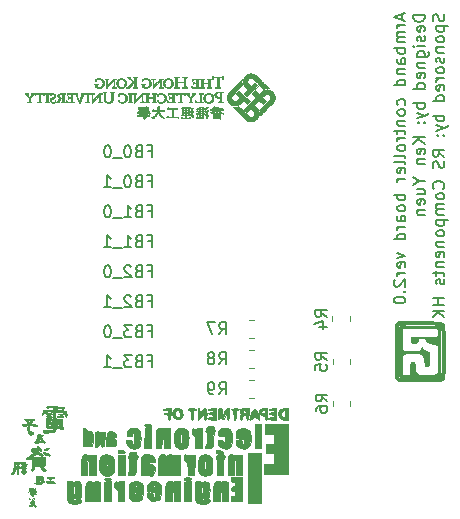
<source format=gbr>
%TF.GenerationSoftware,KiCad,Pcbnew,(5.1.10)-1*%
%TF.CreationDate,2022-01-17T10:12:51+08:00*%
%TF.ProjectId,armband_controller_ver2.0,61726d62-616e-4645-9f63-6f6e74726f6c,rev?*%
%TF.SameCoordinates,PX8a12ae0PY621abf0*%
%TF.FileFunction,Legend,Bot*%
%TF.FilePolarity,Positive*%
%FSLAX46Y46*%
G04 Gerber Fmt 4.6, Leading zero omitted, Abs format (unit mm)*
G04 Created by KiCad (PCBNEW (5.1.10)-1) date 2022-01-17 10:12:51*
%MOMM*%
%LPD*%
G01*
G04 APERTURE LIST*
%ADD10C,0.150000*%
%ADD11C,0.010000*%
%ADD12C,0.120000*%
G04 APERTURE END LIST*
D10*
X20232476Y21407429D02*
X20565809Y21407429D01*
X20565809Y20883620D02*
X20565809Y21883620D01*
X20089619Y21883620D01*
X19375333Y21407429D02*
X19232476Y21359810D01*
X19184857Y21312191D01*
X19137238Y21216953D01*
X19137238Y21074096D01*
X19184857Y20978858D01*
X19232476Y20931239D01*
X19327714Y20883620D01*
X19708666Y20883620D01*
X19708666Y21883620D01*
X19375333Y21883620D01*
X19280095Y21836000D01*
X19232476Y21788381D01*
X19184857Y21693143D01*
X19184857Y21597905D01*
X19232476Y21502667D01*
X19280095Y21455048D01*
X19375333Y21407429D01*
X19708666Y21407429D01*
X18803904Y21883620D02*
X18184857Y21883620D01*
X18518190Y21502667D01*
X18375333Y21502667D01*
X18280095Y21455048D01*
X18232476Y21407429D01*
X18184857Y21312191D01*
X18184857Y21074096D01*
X18232476Y20978858D01*
X18280095Y20931239D01*
X18375333Y20883620D01*
X18661047Y20883620D01*
X18756285Y20931239D01*
X18803904Y20978858D01*
X17994380Y20788381D02*
X17232476Y20788381D01*
X16470571Y20883620D02*
X17042000Y20883620D01*
X16756285Y20883620D02*
X16756285Y21883620D01*
X16851523Y21740762D01*
X16946761Y21645524D01*
X17042000Y21597905D01*
X20232476Y23947429D02*
X20565809Y23947429D01*
X20565809Y23423620D02*
X20565809Y24423620D01*
X20089619Y24423620D01*
X19375333Y23947429D02*
X19232476Y23899810D01*
X19184857Y23852191D01*
X19137238Y23756953D01*
X19137238Y23614096D01*
X19184857Y23518858D01*
X19232476Y23471239D01*
X19327714Y23423620D01*
X19708666Y23423620D01*
X19708666Y24423620D01*
X19375333Y24423620D01*
X19280095Y24376000D01*
X19232476Y24328381D01*
X19184857Y24233143D01*
X19184857Y24137905D01*
X19232476Y24042667D01*
X19280095Y23995048D01*
X19375333Y23947429D01*
X19708666Y23947429D01*
X18803904Y24423620D02*
X18184857Y24423620D01*
X18518190Y24042667D01*
X18375333Y24042667D01*
X18280095Y23995048D01*
X18232476Y23947429D01*
X18184857Y23852191D01*
X18184857Y23614096D01*
X18232476Y23518858D01*
X18280095Y23471239D01*
X18375333Y23423620D01*
X18661047Y23423620D01*
X18756285Y23471239D01*
X18803904Y23518858D01*
X17994380Y23328381D02*
X17232476Y23328381D01*
X16803904Y24423620D02*
X16708666Y24423620D01*
X16613428Y24376000D01*
X16565809Y24328381D01*
X16518190Y24233143D01*
X16470571Y24042667D01*
X16470571Y23804572D01*
X16518190Y23614096D01*
X16565809Y23518858D01*
X16613428Y23471239D01*
X16708666Y23423620D01*
X16803904Y23423620D01*
X16899142Y23471239D01*
X16946761Y23518858D01*
X16994380Y23614096D01*
X17042000Y23804572D01*
X17042000Y24042667D01*
X16994380Y24233143D01*
X16946761Y24328381D01*
X16899142Y24376000D01*
X16803904Y24423620D01*
X20232476Y26487429D02*
X20565809Y26487429D01*
X20565809Y25963620D02*
X20565809Y26963620D01*
X20089619Y26963620D01*
X19375333Y26487429D02*
X19232476Y26439810D01*
X19184857Y26392191D01*
X19137238Y26296953D01*
X19137238Y26154096D01*
X19184857Y26058858D01*
X19232476Y26011239D01*
X19327714Y25963620D01*
X19708666Y25963620D01*
X19708666Y26963620D01*
X19375333Y26963620D01*
X19280095Y26916000D01*
X19232476Y26868381D01*
X19184857Y26773143D01*
X19184857Y26677905D01*
X19232476Y26582667D01*
X19280095Y26535048D01*
X19375333Y26487429D01*
X19708666Y26487429D01*
X18756285Y26868381D02*
X18708666Y26916000D01*
X18613428Y26963620D01*
X18375333Y26963620D01*
X18280095Y26916000D01*
X18232476Y26868381D01*
X18184857Y26773143D01*
X18184857Y26677905D01*
X18232476Y26535048D01*
X18803904Y25963620D01*
X18184857Y25963620D01*
X17994380Y25868381D02*
X17232476Y25868381D01*
X16470571Y25963620D02*
X17042000Y25963620D01*
X16756285Y25963620D02*
X16756285Y26963620D01*
X16851523Y26820762D01*
X16946761Y26725524D01*
X17042000Y26677905D01*
X20232476Y29027429D02*
X20565809Y29027429D01*
X20565809Y28503620D02*
X20565809Y29503620D01*
X20089619Y29503620D01*
X19375333Y29027429D02*
X19232476Y28979810D01*
X19184857Y28932191D01*
X19137238Y28836953D01*
X19137238Y28694096D01*
X19184857Y28598858D01*
X19232476Y28551239D01*
X19327714Y28503620D01*
X19708666Y28503620D01*
X19708666Y29503620D01*
X19375333Y29503620D01*
X19280095Y29456000D01*
X19232476Y29408381D01*
X19184857Y29313143D01*
X19184857Y29217905D01*
X19232476Y29122667D01*
X19280095Y29075048D01*
X19375333Y29027429D01*
X19708666Y29027429D01*
X18756285Y29408381D02*
X18708666Y29456000D01*
X18613428Y29503620D01*
X18375333Y29503620D01*
X18280095Y29456000D01*
X18232476Y29408381D01*
X18184857Y29313143D01*
X18184857Y29217905D01*
X18232476Y29075048D01*
X18803904Y28503620D01*
X18184857Y28503620D01*
X17994380Y28408381D02*
X17232476Y28408381D01*
X16803904Y29503620D02*
X16708666Y29503620D01*
X16613428Y29456000D01*
X16565809Y29408381D01*
X16518190Y29313143D01*
X16470571Y29122667D01*
X16470571Y28884572D01*
X16518190Y28694096D01*
X16565809Y28598858D01*
X16613428Y28551239D01*
X16708666Y28503620D01*
X16803904Y28503620D01*
X16899142Y28551239D01*
X16946761Y28598858D01*
X16994380Y28694096D01*
X17042000Y28884572D01*
X17042000Y29122667D01*
X16994380Y29313143D01*
X16946761Y29408381D01*
X16899142Y29456000D01*
X16803904Y29503620D01*
X20232476Y31567429D02*
X20565809Y31567429D01*
X20565809Y31043620D02*
X20565809Y32043620D01*
X20089619Y32043620D01*
X19375333Y31567429D02*
X19232476Y31519810D01*
X19184857Y31472191D01*
X19137238Y31376953D01*
X19137238Y31234096D01*
X19184857Y31138858D01*
X19232476Y31091239D01*
X19327714Y31043620D01*
X19708666Y31043620D01*
X19708666Y32043620D01*
X19375333Y32043620D01*
X19280095Y31996000D01*
X19232476Y31948381D01*
X19184857Y31853143D01*
X19184857Y31757905D01*
X19232476Y31662667D01*
X19280095Y31615048D01*
X19375333Y31567429D01*
X19708666Y31567429D01*
X18184857Y31043620D02*
X18756285Y31043620D01*
X18470571Y31043620D02*
X18470571Y32043620D01*
X18565809Y31900762D01*
X18661047Y31805524D01*
X18756285Y31757905D01*
X17994380Y30948381D02*
X17232476Y30948381D01*
X16470571Y31043620D02*
X17042000Y31043620D01*
X16756285Y31043620D02*
X16756285Y32043620D01*
X16851523Y31900762D01*
X16946761Y31805524D01*
X17042000Y31757905D01*
X20232476Y34107429D02*
X20565809Y34107429D01*
X20565809Y33583620D02*
X20565809Y34583620D01*
X20089619Y34583620D01*
X19375333Y34107429D02*
X19232476Y34059810D01*
X19184857Y34012191D01*
X19137238Y33916953D01*
X19137238Y33774096D01*
X19184857Y33678858D01*
X19232476Y33631239D01*
X19327714Y33583620D01*
X19708666Y33583620D01*
X19708666Y34583620D01*
X19375333Y34583620D01*
X19280095Y34536000D01*
X19232476Y34488381D01*
X19184857Y34393143D01*
X19184857Y34297905D01*
X19232476Y34202667D01*
X19280095Y34155048D01*
X19375333Y34107429D01*
X19708666Y34107429D01*
X18184857Y33583620D02*
X18756285Y33583620D01*
X18470571Y33583620D02*
X18470571Y34583620D01*
X18565809Y34440762D01*
X18661047Y34345524D01*
X18756285Y34297905D01*
X17994380Y33488381D02*
X17232476Y33488381D01*
X16803904Y34583620D02*
X16708666Y34583620D01*
X16613428Y34536000D01*
X16565809Y34488381D01*
X16518190Y34393143D01*
X16470571Y34202667D01*
X16470571Y33964572D01*
X16518190Y33774096D01*
X16565809Y33678858D01*
X16613428Y33631239D01*
X16708666Y33583620D01*
X16803904Y33583620D01*
X16899142Y33631239D01*
X16946761Y33678858D01*
X16994380Y33774096D01*
X17042000Y33964572D01*
X17042000Y34202667D01*
X16994380Y34393143D01*
X16946761Y34488381D01*
X16899142Y34536000D01*
X16803904Y34583620D01*
X20232476Y36647429D02*
X20565809Y36647429D01*
X20565809Y36123620D02*
X20565809Y37123620D01*
X20089619Y37123620D01*
X19375333Y36647429D02*
X19232476Y36599810D01*
X19184857Y36552191D01*
X19137238Y36456953D01*
X19137238Y36314096D01*
X19184857Y36218858D01*
X19232476Y36171239D01*
X19327714Y36123620D01*
X19708666Y36123620D01*
X19708666Y37123620D01*
X19375333Y37123620D01*
X19280095Y37076000D01*
X19232476Y37028381D01*
X19184857Y36933143D01*
X19184857Y36837905D01*
X19232476Y36742667D01*
X19280095Y36695048D01*
X19375333Y36647429D01*
X19708666Y36647429D01*
X18518190Y37123620D02*
X18422952Y37123620D01*
X18327714Y37076000D01*
X18280095Y37028381D01*
X18232476Y36933143D01*
X18184857Y36742667D01*
X18184857Y36504572D01*
X18232476Y36314096D01*
X18280095Y36218858D01*
X18327714Y36171239D01*
X18422952Y36123620D01*
X18518190Y36123620D01*
X18613428Y36171239D01*
X18661047Y36218858D01*
X18708666Y36314096D01*
X18756285Y36504572D01*
X18756285Y36742667D01*
X18708666Y36933143D01*
X18661047Y37028381D01*
X18613428Y37076000D01*
X18518190Y37123620D01*
X17994380Y36028381D02*
X17232476Y36028381D01*
X16470571Y36123620D02*
X17042000Y36123620D01*
X16756285Y36123620D02*
X16756285Y37123620D01*
X16851523Y36980762D01*
X16946761Y36885524D01*
X17042000Y36837905D01*
X20232476Y39187429D02*
X20565809Y39187429D01*
X20565809Y38663620D02*
X20565809Y39663620D01*
X20089619Y39663620D01*
X19375333Y39187429D02*
X19232476Y39139810D01*
X19184857Y39092191D01*
X19137238Y38996953D01*
X19137238Y38854096D01*
X19184857Y38758858D01*
X19232476Y38711239D01*
X19327714Y38663620D01*
X19708666Y38663620D01*
X19708666Y39663620D01*
X19375333Y39663620D01*
X19280095Y39616000D01*
X19232476Y39568381D01*
X19184857Y39473143D01*
X19184857Y39377905D01*
X19232476Y39282667D01*
X19280095Y39235048D01*
X19375333Y39187429D01*
X19708666Y39187429D01*
X18518190Y39663620D02*
X18422952Y39663620D01*
X18327714Y39616000D01*
X18280095Y39568381D01*
X18232476Y39473143D01*
X18184857Y39282667D01*
X18184857Y39044572D01*
X18232476Y38854096D01*
X18280095Y38758858D01*
X18327714Y38711239D01*
X18422952Y38663620D01*
X18518190Y38663620D01*
X18613428Y38711239D01*
X18661047Y38758858D01*
X18708666Y38854096D01*
X18756285Y39044572D01*
X18756285Y39282667D01*
X18708666Y39473143D01*
X18661047Y39568381D01*
X18613428Y39616000D01*
X18518190Y39663620D01*
X17994380Y38568381D02*
X17232476Y38568381D01*
X16803904Y39663620D02*
X16708666Y39663620D01*
X16613428Y39616000D01*
X16565809Y39568381D01*
X16518190Y39473143D01*
X16470571Y39282667D01*
X16470571Y39044572D01*
X16518190Y38854096D01*
X16565809Y38758858D01*
X16613428Y38711239D01*
X16708666Y38663620D01*
X16803904Y38663620D01*
X16899142Y38711239D01*
X16946761Y38758858D01*
X16994380Y38854096D01*
X17042000Y39044572D01*
X17042000Y39282667D01*
X16994380Y39473143D01*
X16946761Y39568381D01*
X16899142Y39616000D01*
X16803904Y39663620D01*
X41696666Y50766024D02*
X41696666Y50289834D01*
X41982380Y50861262D02*
X40982380Y50527929D01*
X41982380Y50194596D01*
X41982380Y49861262D02*
X41315714Y49861262D01*
X41506190Y49861262D02*
X41410952Y49813643D01*
X41363333Y49766024D01*
X41315714Y49670786D01*
X41315714Y49575548D01*
X41982380Y49242215D02*
X41315714Y49242215D01*
X41410952Y49242215D02*
X41363333Y49194596D01*
X41315714Y49099358D01*
X41315714Y48956500D01*
X41363333Y48861262D01*
X41458571Y48813643D01*
X41982380Y48813643D01*
X41458571Y48813643D02*
X41363333Y48766024D01*
X41315714Y48670786D01*
X41315714Y48527929D01*
X41363333Y48432691D01*
X41458571Y48385072D01*
X41982380Y48385072D01*
X41982380Y47908881D02*
X40982380Y47908881D01*
X41363333Y47908881D02*
X41315714Y47813643D01*
X41315714Y47623167D01*
X41363333Y47527929D01*
X41410952Y47480310D01*
X41506190Y47432691D01*
X41791904Y47432691D01*
X41887142Y47480310D01*
X41934761Y47527929D01*
X41982380Y47623167D01*
X41982380Y47813643D01*
X41934761Y47908881D01*
X41982380Y46575548D02*
X41458571Y46575548D01*
X41363333Y46623167D01*
X41315714Y46718405D01*
X41315714Y46908881D01*
X41363333Y47004120D01*
X41934761Y46575548D02*
X41982380Y46670786D01*
X41982380Y46908881D01*
X41934761Y47004120D01*
X41839523Y47051739D01*
X41744285Y47051739D01*
X41649047Y47004120D01*
X41601428Y46908881D01*
X41601428Y46670786D01*
X41553809Y46575548D01*
X41315714Y46099358D02*
X41982380Y46099358D01*
X41410952Y46099358D02*
X41363333Y46051739D01*
X41315714Y45956500D01*
X41315714Y45813643D01*
X41363333Y45718405D01*
X41458571Y45670786D01*
X41982380Y45670786D01*
X41982380Y44766024D02*
X40982380Y44766024D01*
X41934761Y44766024D02*
X41982380Y44861262D01*
X41982380Y45051739D01*
X41934761Y45146977D01*
X41887142Y45194596D01*
X41791904Y45242215D01*
X41506190Y45242215D01*
X41410952Y45194596D01*
X41363333Y45146977D01*
X41315714Y45051739D01*
X41315714Y44861262D01*
X41363333Y44766024D01*
X41934761Y43099358D02*
X41982380Y43194596D01*
X41982380Y43385072D01*
X41934761Y43480310D01*
X41887142Y43527929D01*
X41791904Y43575548D01*
X41506190Y43575548D01*
X41410952Y43527929D01*
X41363333Y43480310D01*
X41315714Y43385072D01*
X41315714Y43194596D01*
X41363333Y43099358D01*
X41982380Y42527929D02*
X41934761Y42623167D01*
X41887142Y42670786D01*
X41791904Y42718405D01*
X41506190Y42718405D01*
X41410952Y42670786D01*
X41363333Y42623167D01*
X41315714Y42527929D01*
X41315714Y42385072D01*
X41363333Y42289834D01*
X41410952Y42242215D01*
X41506190Y42194596D01*
X41791904Y42194596D01*
X41887142Y42242215D01*
X41934761Y42289834D01*
X41982380Y42385072D01*
X41982380Y42527929D01*
X41315714Y41766024D02*
X41982380Y41766024D01*
X41410952Y41766024D02*
X41363333Y41718405D01*
X41315714Y41623167D01*
X41315714Y41480310D01*
X41363333Y41385072D01*
X41458571Y41337453D01*
X41982380Y41337453D01*
X41315714Y41004120D02*
X41315714Y40623167D01*
X40982380Y40861262D02*
X41839523Y40861262D01*
X41934761Y40813643D01*
X41982380Y40718405D01*
X41982380Y40623167D01*
X41982380Y40289834D02*
X41315714Y40289834D01*
X41506190Y40289834D02*
X41410952Y40242215D01*
X41363333Y40194596D01*
X41315714Y40099358D01*
X41315714Y40004120D01*
X41982380Y39527929D02*
X41934761Y39623167D01*
X41887142Y39670786D01*
X41791904Y39718405D01*
X41506190Y39718405D01*
X41410952Y39670786D01*
X41363333Y39623167D01*
X41315714Y39527929D01*
X41315714Y39385072D01*
X41363333Y39289834D01*
X41410952Y39242215D01*
X41506190Y39194596D01*
X41791904Y39194596D01*
X41887142Y39242215D01*
X41934761Y39289834D01*
X41982380Y39385072D01*
X41982380Y39527929D01*
X41982380Y38623167D02*
X41934761Y38718405D01*
X41839523Y38766024D01*
X40982380Y38766024D01*
X41982380Y38099358D02*
X41934761Y38194596D01*
X41839523Y38242215D01*
X40982380Y38242215D01*
X41934761Y37337453D02*
X41982380Y37432691D01*
X41982380Y37623167D01*
X41934761Y37718405D01*
X41839523Y37766024D01*
X41458571Y37766024D01*
X41363333Y37718405D01*
X41315714Y37623167D01*
X41315714Y37432691D01*
X41363333Y37337453D01*
X41458571Y37289834D01*
X41553809Y37289834D01*
X41649047Y37766024D01*
X41982380Y36861262D02*
X41315714Y36861262D01*
X41506190Y36861262D02*
X41410952Y36813643D01*
X41363333Y36766024D01*
X41315714Y36670786D01*
X41315714Y36575548D01*
X41982380Y35480310D02*
X40982380Y35480310D01*
X41363333Y35480310D02*
X41315714Y35385072D01*
X41315714Y35194596D01*
X41363333Y35099358D01*
X41410952Y35051739D01*
X41506190Y35004120D01*
X41791904Y35004120D01*
X41887142Y35051739D01*
X41934761Y35099358D01*
X41982380Y35194596D01*
X41982380Y35385072D01*
X41934761Y35480310D01*
X41982380Y34432691D02*
X41934761Y34527929D01*
X41887142Y34575548D01*
X41791904Y34623167D01*
X41506190Y34623167D01*
X41410952Y34575548D01*
X41363333Y34527929D01*
X41315714Y34432691D01*
X41315714Y34289834D01*
X41363333Y34194596D01*
X41410952Y34146977D01*
X41506190Y34099358D01*
X41791904Y34099358D01*
X41887142Y34146977D01*
X41934761Y34194596D01*
X41982380Y34289834D01*
X41982380Y34432691D01*
X41982380Y33242215D02*
X41458571Y33242215D01*
X41363333Y33289834D01*
X41315714Y33385072D01*
X41315714Y33575548D01*
X41363333Y33670786D01*
X41934761Y33242215D02*
X41982380Y33337453D01*
X41982380Y33575548D01*
X41934761Y33670786D01*
X41839523Y33718405D01*
X41744285Y33718405D01*
X41649047Y33670786D01*
X41601428Y33575548D01*
X41601428Y33337453D01*
X41553809Y33242215D01*
X41982380Y32766024D02*
X41315714Y32766024D01*
X41506190Y32766024D02*
X41410952Y32718405D01*
X41363333Y32670786D01*
X41315714Y32575548D01*
X41315714Y32480310D01*
X41982380Y31718405D02*
X40982380Y31718405D01*
X41934761Y31718405D02*
X41982380Y31813643D01*
X41982380Y32004120D01*
X41934761Y32099358D01*
X41887142Y32146977D01*
X41791904Y32194596D01*
X41506190Y32194596D01*
X41410952Y32146977D01*
X41363333Y32099358D01*
X41315714Y32004120D01*
X41315714Y31813643D01*
X41363333Y31718405D01*
X41315714Y30575548D02*
X41982380Y30337453D01*
X41315714Y30099358D01*
X41934761Y29337453D02*
X41982380Y29432691D01*
X41982380Y29623167D01*
X41934761Y29718405D01*
X41839523Y29766024D01*
X41458571Y29766024D01*
X41363333Y29718405D01*
X41315714Y29623167D01*
X41315714Y29432691D01*
X41363333Y29337453D01*
X41458571Y29289834D01*
X41553809Y29289834D01*
X41649047Y29766024D01*
X41982380Y28861262D02*
X41315714Y28861262D01*
X41506190Y28861262D02*
X41410952Y28813643D01*
X41363333Y28766024D01*
X41315714Y28670786D01*
X41315714Y28575548D01*
X41077619Y28289834D02*
X41030000Y28242215D01*
X40982380Y28146977D01*
X40982380Y27908881D01*
X41030000Y27813643D01*
X41077619Y27766024D01*
X41172857Y27718405D01*
X41268095Y27718405D01*
X41410952Y27766024D01*
X41982380Y28337453D01*
X41982380Y27718405D01*
X41887142Y27289834D02*
X41934761Y27242215D01*
X41982380Y27289834D01*
X41934761Y27337453D01*
X41887142Y27289834D01*
X41982380Y27289834D01*
X40982380Y26623167D02*
X40982380Y26527929D01*
X41030000Y26432691D01*
X41077619Y26385072D01*
X41172857Y26337453D01*
X41363333Y26289834D01*
X41601428Y26289834D01*
X41791904Y26337453D01*
X41887142Y26385072D01*
X41934761Y26432691D01*
X41982380Y26527929D01*
X41982380Y26623167D01*
X41934761Y26718405D01*
X41887142Y26766024D01*
X41791904Y26813643D01*
X41601428Y26861262D01*
X41363333Y26861262D01*
X41172857Y26813643D01*
X41077619Y26766024D01*
X41030000Y26718405D01*
X40982380Y26623167D01*
X43632380Y50718405D02*
X42632380Y50718405D01*
X42632380Y50480310D01*
X42680000Y50337453D01*
X42775238Y50242215D01*
X42870476Y50194596D01*
X43060952Y50146977D01*
X43203809Y50146977D01*
X43394285Y50194596D01*
X43489523Y50242215D01*
X43584761Y50337453D01*
X43632380Y50480310D01*
X43632380Y50718405D01*
X43584761Y49337453D02*
X43632380Y49432691D01*
X43632380Y49623167D01*
X43584761Y49718405D01*
X43489523Y49766024D01*
X43108571Y49766024D01*
X43013333Y49718405D01*
X42965714Y49623167D01*
X42965714Y49432691D01*
X43013333Y49337453D01*
X43108571Y49289834D01*
X43203809Y49289834D01*
X43299047Y49766024D01*
X43584761Y48908881D02*
X43632380Y48813643D01*
X43632380Y48623167D01*
X43584761Y48527929D01*
X43489523Y48480310D01*
X43441904Y48480310D01*
X43346666Y48527929D01*
X43299047Y48623167D01*
X43299047Y48766024D01*
X43251428Y48861262D01*
X43156190Y48908881D01*
X43108571Y48908881D01*
X43013333Y48861262D01*
X42965714Y48766024D01*
X42965714Y48623167D01*
X43013333Y48527929D01*
X43632380Y48051739D02*
X42965714Y48051739D01*
X42632380Y48051739D02*
X42680000Y48099358D01*
X42727619Y48051739D01*
X42680000Y48004120D01*
X42632380Y48051739D01*
X42727619Y48051739D01*
X42965714Y47146977D02*
X43775238Y47146977D01*
X43870476Y47194596D01*
X43918095Y47242215D01*
X43965714Y47337453D01*
X43965714Y47480310D01*
X43918095Y47575548D01*
X43584761Y47146977D02*
X43632380Y47242215D01*
X43632380Y47432691D01*
X43584761Y47527929D01*
X43537142Y47575548D01*
X43441904Y47623167D01*
X43156190Y47623167D01*
X43060952Y47575548D01*
X43013333Y47527929D01*
X42965714Y47432691D01*
X42965714Y47242215D01*
X43013333Y47146977D01*
X42965714Y46670786D02*
X43632380Y46670786D01*
X43060952Y46670786D02*
X43013333Y46623167D01*
X42965714Y46527929D01*
X42965714Y46385072D01*
X43013333Y46289834D01*
X43108571Y46242215D01*
X43632380Y46242215D01*
X43584761Y45385072D02*
X43632380Y45480310D01*
X43632380Y45670786D01*
X43584761Y45766024D01*
X43489523Y45813643D01*
X43108571Y45813643D01*
X43013333Y45766024D01*
X42965714Y45670786D01*
X42965714Y45480310D01*
X43013333Y45385072D01*
X43108571Y45337453D01*
X43203809Y45337453D01*
X43299047Y45813643D01*
X43632380Y44480310D02*
X42632380Y44480310D01*
X43584761Y44480310D02*
X43632380Y44575548D01*
X43632380Y44766024D01*
X43584761Y44861262D01*
X43537142Y44908881D01*
X43441904Y44956500D01*
X43156190Y44956500D01*
X43060952Y44908881D01*
X43013333Y44861262D01*
X42965714Y44766024D01*
X42965714Y44575548D01*
X43013333Y44480310D01*
X43632380Y43242215D02*
X42632380Y43242215D01*
X43013333Y43242215D02*
X42965714Y43146977D01*
X42965714Y42956500D01*
X43013333Y42861262D01*
X43060952Y42813643D01*
X43156190Y42766024D01*
X43441904Y42766024D01*
X43537142Y42813643D01*
X43584761Y42861262D01*
X43632380Y42956500D01*
X43632380Y43146977D01*
X43584761Y43242215D01*
X42965714Y42432691D02*
X43632380Y42194596D01*
X42965714Y41956500D02*
X43632380Y42194596D01*
X43870476Y42289834D01*
X43918095Y42337453D01*
X43965714Y42432691D01*
X43537142Y41575548D02*
X43584761Y41527929D01*
X43632380Y41575548D01*
X43584761Y41623167D01*
X43537142Y41575548D01*
X43632380Y41575548D01*
X43013333Y41575548D02*
X43060952Y41527929D01*
X43108571Y41575548D01*
X43060952Y41623167D01*
X43013333Y41575548D01*
X43108571Y41575548D01*
X43632380Y40337453D02*
X42632380Y40337453D01*
X43632380Y39766024D02*
X43060952Y40194596D01*
X42632380Y39766024D02*
X43203809Y40337453D01*
X43584761Y38956500D02*
X43632380Y39051739D01*
X43632380Y39242215D01*
X43584761Y39337453D01*
X43489523Y39385072D01*
X43108571Y39385072D01*
X43013333Y39337453D01*
X42965714Y39242215D01*
X42965714Y39051739D01*
X43013333Y38956500D01*
X43108571Y38908881D01*
X43203809Y38908881D01*
X43299047Y39385072D01*
X42965714Y38480310D02*
X43632380Y38480310D01*
X43060952Y38480310D02*
X43013333Y38432691D01*
X42965714Y38337453D01*
X42965714Y38194596D01*
X43013333Y38099358D01*
X43108571Y38051739D01*
X43632380Y38051739D01*
X43156190Y36623167D02*
X43632380Y36623167D01*
X42632380Y36956500D02*
X43156190Y36623167D01*
X42632380Y36289834D01*
X42965714Y35527929D02*
X43632380Y35527929D01*
X42965714Y35956500D02*
X43489523Y35956500D01*
X43584761Y35908881D01*
X43632380Y35813643D01*
X43632380Y35670786D01*
X43584761Y35575548D01*
X43537142Y35527929D01*
X43584761Y34670786D02*
X43632380Y34766024D01*
X43632380Y34956500D01*
X43584761Y35051739D01*
X43489523Y35099358D01*
X43108571Y35099358D01*
X43013333Y35051739D01*
X42965714Y34956500D01*
X42965714Y34766024D01*
X43013333Y34670786D01*
X43108571Y34623167D01*
X43203809Y34623167D01*
X43299047Y35099358D01*
X42965714Y34194596D02*
X43632380Y34194596D01*
X43060952Y34194596D02*
X43013333Y34146977D01*
X42965714Y34051739D01*
X42965714Y33908881D01*
X43013333Y33813643D01*
X43108571Y33766024D01*
X43632380Y33766024D01*
X45234761Y50766024D02*
X45282380Y50623167D01*
X45282380Y50385072D01*
X45234761Y50289834D01*
X45187142Y50242215D01*
X45091904Y50194596D01*
X44996666Y50194596D01*
X44901428Y50242215D01*
X44853809Y50289834D01*
X44806190Y50385072D01*
X44758571Y50575548D01*
X44710952Y50670786D01*
X44663333Y50718405D01*
X44568095Y50766024D01*
X44472857Y50766024D01*
X44377619Y50718405D01*
X44330000Y50670786D01*
X44282380Y50575548D01*
X44282380Y50337453D01*
X44330000Y50194596D01*
X44615714Y49766024D02*
X45615714Y49766024D01*
X44663333Y49766024D02*
X44615714Y49670786D01*
X44615714Y49480310D01*
X44663333Y49385072D01*
X44710952Y49337453D01*
X44806190Y49289834D01*
X45091904Y49289834D01*
X45187142Y49337453D01*
X45234761Y49385072D01*
X45282380Y49480310D01*
X45282380Y49670786D01*
X45234761Y49766024D01*
X45282380Y48718405D02*
X45234761Y48813643D01*
X45187142Y48861262D01*
X45091904Y48908881D01*
X44806190Y48908881D01*
X44710952Y48861262D01*
X44663333Y48813643D01*
X44615714Y48718405D01*
X44615714Y48575548D01*
X44663333Y48480310D01*
X44710952Y48432691D01*
X44806190Y48385072D01*
X45091904Y48385072D01*
X45187142Y48432691D01*
X45234761Y48480310D01*
X45282380Y48575548D01*
X45282380Y48718405D01*
X44615714Y47956500D02*
X45282380Y47956500D01*
X44710952Y47956500D02*
X44663333Y47908881D01*
X44615714Y47813643D01*
X44615714Y47670786D01*
X44663333Y47575548D01*
X44758571Y47527929D01*
X45282380Y47527929D01*
X45234761Y47099358D02*
X45282380Y47004120D01*
X45282380Y46813643D01*
X45234761Y46718405D01*
X45139523Y46670786D01*
X45091904Y46670786D01*
X44996666Y46718405D01*
X44949047Y46813643D01*
X44949047Y46956500D01*
X44901428Y47051739D01*
X44806190Y47099358D01*
X44758571Y47099358D01*
X44663333Y47051739D01*
X44615714Y46956500D01*
X44615714Y46813643D01*
X44663333Y46718405D01*
X45282380Y46099358D02*
X45234761Y46194596D01*
X45187142Y46242215D01*
X45091904Y46289834D01*
X44806190Y46289834D01*
X44710952Y46242215D01*
X44663333Y46194596D01*
X44615714Y46099358D01*
X44615714Y45956500D01*
X44663333Y45861262D01*
X44710952Y45813643D01*
X44806190Y45766024D01*
X45091904Y45766024D01*
X45187142Y45813643D01*
X45234761Y45861262D01*
X45282380Y45956500D01*
X45282380Y46099358D01*
X45282380Y45337453D02*
X44615714Y45337453D01*
X44806190Y45337453D02*
X44710952Y45289834D01*
X44663333Y45242215D01*
X44615714Y45146977D01*
X44615714Y45051739D01*
X45234761Y44337453D02*
X45282380Y44432691D01*
X45282380Y44623167D01*
X45234761Y44718405D01*
X45139523Y44766024D01*
X44758571Y44766024D01*
X44663333Y44718405D01*
X44615714Y44623167D01*
X44615714Y44432691D01*
X44663333Y44337453D01*
X44758571Y44289834D01*
X44853809Y44289834D01*
X44949047Y44766024D01*
X45282380Y43432691D02*
X44282380Y43432691D01*
X45234761Y43432691D02*
X45282380Y43527929D01*
X45282380Y43718405D01*
X45234761Y43813643D01*
X45187142Y43861262D01*
X45091904Y43908881D01*
X44806190Y43908881D01*
X44710952Y43861262D01*
X44663333Y43813643D01*
X44615714Y43718405D01*
X44615714Y43527929D01*
X44663333Y43432691D01*
X45282380Y42194596D02*
X44282380Y42194596D01*
X44663333Y42194596D02*
X44615714Y42099358D01*
X44615714Y41908881D01*
X44663333Y41813643D01*
X44710952Y41766024D01*
X44806190Y41718405D01*
X45091904Y41718405D01*
X45187142Y41766024D01*
X45234761Y41813643D01*
X45282380Y41908881D01*
X45282380Y42099358D01*
X45234761Y42194596D01*
X44615714Y41385072D02*
X45282380Y41146977D01*
X44615714Y40908881D02*
X45282380Y41146977D01*
X45520476Y41242215D01*
X45568095Y41289834D01*
X45615714Y41385072D01*
X45187142Y40527929D02*
X45234761Y40480310D01*
X45282380Y40527929D01*
X45234761Y40575548D01*
X45187142Y40527929D01*
X45282380Y40527929D01*
X44663333Y40527929D02*
X44710952Y40480310D01*
X44758571Y40527929D01*
X44710952Y40575548D01*
X44663333Y40527929D01*
X44758571Y40527929D01*
X45282380Y38718405D02*
X44806190Y39051739D01*
X45282380Y39289834D02*
X44282380Y39289834D01*
X44282380Y38908881D01*
X44330000Y38813643D01*
X44377619Y38766024D01*
X44472857Y38718405D01*
X44615714Y38718405D01*
X44710952Y38766024D01*
X44758571Y38813643D01*
X44806190Y38908881D01*
X44806190Y39289834D01*
X45234761Y38337453D02*
X45282380Y38194596D01*
X45282380Y37956501D01*
X45234761Y37861262D01*
X45187142Y37813643D01*
X45091904Y37766024D01*
X44996666Y37766024D01*
X44901428Y37813643D01*
X44853809Y37861262D01*
X44806190Y37956501D01*
X44758571Y38146977D01*
X44710952Y38242215D01*
X44663333Y38289834D01*
X44568095Y38337453D01*
X44472857Y38337453D01*
X44377619Y38289834D01*
X44330000Y38242215D01*
X44282380Y38146977D01*
X44282380Y37908881D01*
X44330000Y37766024D01*
X45187142Y36004120D02*
X45234761Y36051739D01*
X45282380Y36194596D01*
X45282380Y36289834D01*
X45234761Y36432691D01*
X45139523Y36527929D01*
X45044285Y36575548D01*
X44853809Y36623167D01*
X44710952Y36623167D01*
X44520476Y36575548D01*
X44425238Y36527929D01*
X44330000Y36432691D01*
X44282380Y36289834D01*
X44282380Y36194596D01*
X44330000Y36051739D01*
X44377619Y36004120D01*
X45282380Y35432691D02*
X45234761Y35527929D01*
X45187142Y35575548D01*
X45091904Y35623167D01*
X44806190Y35623167D01*
X44710952Y35575548D01*
X44663333Y35527929D01*
X44615714Y35432691D01*
X44615714Y35289834D01*
X44663333Y35194596D01*
X44710952Y35146977D01*
X44806190Y35099358D01*
X45091904Y35099358D01*
X45187142Y35146977D01*
X45234761Y35194596D01*
X45282380Y35289834D01*
X45282380Y35432691D01*
X45282380Y34670786D02*
X44615714Y34670786D01*
X44710952Y34670786D02*
X44663333Y34623167D01*
X44615714Y34527929D01*
X44615714Y34385072D01*
X44663333Y34289834D01*
X44758571Y34242215D01*
X45282380Y34242215D01*
X44758571Y34242215D02*
X44663333Y34194596D01*
X44615714Y34099358D01*
X44615714Y33956501D01*
X44663333Y33861262D01*
X44758571Y33813643D01*
X45282380Y33813643D01*
X44615714Y33337453D02*
X45615714Y33337453D01*
X44663333Y33337453D02*
X44615714Y33242215D01*
X44615714Y33051739D01*
X44663333Y32956501D01*
X44710952Y32908881D01*
X44806190Y32861262D01*
X45091904Y32861262D01*
X45187142Y32908881D01*
X45234761Y32956501D01*
X45282380Y33051739D01*
X45282380Y33242215D01*
X45234761Y33337453D01*
X45282380Y32289834D02*
X45234761Y32385072D01*
X45187142Y32432691D01*
X45091904Y32480310D01*
X44806190Y32480310D01*
X44710952Y32432691D01*
X44663333Y32385072D01*
X44615714Y32289834D01*
X44615714Y32146977D01*
X44663333Y32051739D01*
X44710952Y32004120D01*
X44806190Y31956501D01*
X45091904Y31956501D01*
X45187142Y32004120D01*
X45234761Y32051739D01*
X45282380Y32146977D01*
X45282380Y32289834D01*
X44615714Y31527929D02*
X45282380Y31527929D01*
X44710952Y31527929D02*
X44663333Y31480310D01*
X44615714Y31385072D01*
X44615714Y31242215D01*
X44663333Y31146977D01*
X44758571Y31099358D01*
X45282380Y31099358D01*
X45234761Y30242215D02*
X45282380Y30337453D01*
X45282380Y30527929D01*
X45234761Y30623167D01*
X45139523Y30670786D01*
X44758571Y30670786D01*
X44663333Y30623167D01*
X44615714Y30527929D01*
X44615714Y30337453D01*
X44663333Y30242215D01*
X44758571Y30194596D01*
X44853809Y30194596D01*
X44949047Y30670786D01*
X44615714Y29766024D02*
X45282380Y29766024D01*
X44710952Y29766024D02*
X44663333Y29718405D01*
X44615714Y29623167D01*
X44615714Y29480310D01*
X44663333Y29385072D01*
X44758571Y29337453D01*
X45282380Y29337453D01*
X44615714Y29004120D02*
X44615714Y28623167D01*
X44282380Y28861262D02*
X45139523Y28861262D01*
X45234761Y28813643D01*
X45282380Y28718405D01*
X45282380Y28623167D01*
X45234761Y28337453D02*
X45282380Y28242215D01*
X45282380Y28051739D01*
X45234761Y27956501D01*
X45139523Y27908881D01*
X45091904Y27908881D01*
X44996666Y27956501D01*
X44949047Y28051739D01*
X44949047Y28194596D01*
X44901428Y28289834D01*
X44806190Y28337453D01*
X44758571Y28337453D01*
X44663333Y28289834D01*
X44615714Y28194596D01*
X44615714Y28051739D01*
X44663333Y27956501D01*
X45282380Y26718405D02*
X44282380Y26718405D01*
X44758571Y26718405D02*
X44758571Y26146977D01*
X45282380Y26146977D02*
X44282380Y26146977D01*
X45282380Y25670786D02*
X44282380Y25670786D01*
X45282380Y25099358D02*
X44710952Y25527929D01*
X44282380Y25099358D02*
X44853809Y25670786D01*
D11*
%TO.C,G\u002A\u002A\u002A*%
G36*
X41399474Y22000887D02*
G01*
X41402695Y21603382D01*
X41408046Y21226629D01*
X41415491Y20884102D01*
X41424996Y20589274D01*
X41436525Y20355620D01*
X41450043Y20196613D01*
X41465500Y20125749D01*
X41489781Y20102214D01*
X41531318Y20083525D01*
X41600521Y20069251D01*
X41707801Y20058960D01*
X41863569Y20052220D01*
X42078237Y20048600D01*
X42362215Y20047668D01*
X42725915Y20048991D01*
X43179747Y20052139D01*
X43230800Y20052540D01*
X44932600Y20066000D01*
X44945844Y22203290D01*
X44947875Y22659754D01*
X44948229Y23084492D01*
X44947009Y23466791D01*
X44944321Y23795942D01*
X44940268Y24061234D01*
X44934955Y24251955D01*
X44928486Y24357395D01*
X44924677Y24374990D01*
X44867408Y24383206D01*
X44720648Y24390720D01*
X44496504Y24397290D01*
X44207084Y24402674D01*
X43864497Y24406631D01*
X43480849Y24408920D01*
X43224794Y24409356D01*
X43224794Y24206200D01*
X43680354Y24204822D01*
X44041680Y24200484D01*
X44316107Y24192882D01*
X44510965Y24181713D01*
X44633588Y24166670D01*
X44691307Y24147451D01*
X44693840Y24145240D01*
X44732246Y24053947D01*
X44751075Y23903455D01*
X44750326Y23734263D01*
X44730000Y23586868D01*
X44693839Y23505160D01*
X44635999Y23482928D01*
X44507712Y23466109D01*
X44301626Y23454320D01*
X44010391Y23447178D01*
X43626654Y23444300D01*
X43525439Y23444200D01*
X42418000Y23444200D01*
X42417999Y23217902D01*
X42423083Y23077095D01*
X42453289Y23005704D01*
X42531049Y22971578D01*
X42599687Y22957520D01*
X42804091Y22951178D01*
X42951919Y23013418D01*
X43029933Y23137659D01*
X43036660Y23174753D01*
X43051691Y23253245D01*
X43090522Y23297506D01*
X43178022Y23319426D01*
X43339060Y23330898D01*
X43365957Y23332207D01*
X43537892Y23338376D01*
X43634509Y23328971D01*
X43681962Y23293522D01*
X43706404Y23221564D01*
X43712690Y23193433D01*
X43730843Y23124911D01*
X43761483Y23074098D01*
X43821622Y23032968D01*
X43928272Y22993498D01*
X44098448Y22947663D01*
X44349163Y22887439D01*
X44373800Y22881619D01*
X44533245Y22831898D01*
X44655151Y22772384D01*
X44691300Y22742209D01*
X44714204Y22681390D01*
X44731507Y22557745D01*
X44743681Y22362448D01*
X44751199Y22086673D01*
X44754532Y21721592D01*
X44754800Y21554891D01*
X44755863Y21155833D01*
X44753568Y20846813D01*
X44739693Y20616385D01*
X44706011Y20453102D01*
X44644298Y20345519D01*
X44546330Y20282191D01*
X44403881Y20251671D01*
X44208728Y20242514D01*
X43952646Y20243273D01*
X43812690Y20243800D01*
X43523837Y20244510D01*
X43318488Y20248382D01*
X43178548Y20258027D01*
X43085924Y20276059D01*
X43022520Y20305090D01*
X42970244Y20347733D01*
X42949090Y20368491D01*
X42874407Y20462103D01*
X42836461Y20574257D01*
X42824096Y20742246D01*
X42823706Y20787591D01*
X42817750Y21025221D01*
X42796104Y21178927D01*
X42751082Y21266066D01*
X42675001Y21303999D01*
X42592177Y21310600D01*
X42473347Y21298723D01*
X42418002Y21242347D01*
X42394621Y21145500D01*
X42378348Y21008528D01*
X42363538Y20814282D01*
X42354219Y20624800D01*
X42341800Y20269200D01*
X41681400Y20269200D01*
X41667003Y21082000D01*
X41660991Y21422318D01*
X41664347Y21674298D01*
X41688500Y21851182D01*
X41744877Y21966210D01*
X41844907Y22032625D01*
X42000016Y22063667D01*
X42221633Y22072579D01*
X42521185Y22072601D01*
X42521920Y22072600D01*
X42863885Y22069016D01*
X43118319Y22052355D01*
X43299205Y22013758D01*
X43420525Y21944365D01*
X43496260Y21835315D01*
X43540394Y21677748D01*
X43566907Y21462804D01*
X43571729Y21407355D01*
X43606657Y21169206D01*
X43666192Y21025225D01*
X43754647Y20970030D01*
X43876339Y20998235D01*
X43892838Y21006678D01*
X43937834Y21038163D01*
X43966665Y21087705D01*
X43982103Y21174635D01*
X43986921Y21318286D01*
X43983890Y21537991D01*
X43981738Y21626626D01*
X43967400Y22191322D01*
X43747941Y22264381D01*
X43570602Y22351002D01*
X43473087Y22459020D01*
X43410896Y22555370D01*
X43357636Y22575921D01*
X43332608Y22514447D01*
X43332400Y22504400D01*
X43298771Y22414258D01*
X43230800Y22326600D01*
X43177614Y22283433D01*
X43107335Y22254448D01*
X43000359Y22236899D01*
X42837082Y22228041D01*
X42597900Y22225126D01*
X42505503Y22225000D01*
X42219570Y22224642D01*
X42006097Y22232173D01*
X41854530Y22260498D01*
X41754315Y22322524D01*
X41694899Y22431158D01*
X41665726Y22599305D01*
X41656243Y22839874D01*
X41655896Y23165769D01*
X41656000Y23263846D01*
X41657124Y23588061D01*
X41661319Y23824658D01*
X41669815Y23987601D01*
X41683843Y24090856D01*
X41704635Y24148388D01*
X41733420Y24174161D01*
X41736354Y24175365D01*
X41806647Y24183437D01*
X41964619Y24190720D01*
X42196352Y24196926D01*
X42487927Y24201765D01*
X42825424Y24204951D01*
X43194926Y24206194D01*
X43224794Y24206200D01*
X43224794Y24409356D01*
X43198720Y24409401D01*
X42739190Y24409166D01*
X42370789Y24408071D01*
X42083043Y24405524D01*
X41865483Y24400936D01*
X41707636Y24393717D01*
X41599031Y24383276D01*
X41529197Y24369025D01*
X41487661Y24350372D01*
X41463952Y24326729D01*
X41454587Y24311140D01*
X41439506Y24232677D01*
X41426836Y24067175D01*
X41416542Y23828109D01*
X41408588Y23528951D01*
X41402939Y23183176D01*
X41399561Y22804258D01*
X41398417Y22405670D01*
X41399474Y22000887D01*
G37*
X41399474Y22000887D02*
X41402695Y21603382D01*
X41408046Y21226629D01*
X41415491Y20884102D01*
X41424996Y20589274D01*
X41436525Y20355620D01*
X41450043Y20196613D01*
X41465500Y20125749D01*
X41489781Y20102214D01*
X41531318Y20083525D01*
X41600521Y20069251D01*
X41707801Y20058960D01*
X41863569Y20052220D01*
X42078237Y20048600D01*
X42362215Y20047668D01*
X42725915Y20048991D01*
X43179747Y20052139D01*
X43230800Y20052540D01*
X44932600Y20066000D01*
X44945844Y22203290D01*
X44947875Y22659754D01*
X44948229Y23084492D01*
X44947009Y23466791D01*
X44944321Y23795942D01*
X44940268Y24061234D01*
X44934955Y24251955D01*
X44928486Y24357395D01*
X44924677Y24374990D01*
X44867408Y24383206D01*
X44720648Y24390720D01*
X44496504Y24397290D01*
X44207084Y24402674D01*
X43864497Y24406631D01*
X43480849Y24408920D01*
X43224794Y24409356D01*
X43224794Y24206200D01*
X43680354Y24204822D01*
X44041680Y24200484D01*
X44316107Y24192882D01*
X44510965Y24181713D01*
X44633588Y24166670D01*
X44691307Y24147451D01*
X44693840Y24145240D01*
X44732246Y24053947D01*
X44751075Y23903455D01*
X44750326Y23734263D01*
X44730000Y23586868D01*
X44693839Y23505160D01*
X44635999Y23482928D01*
X44507712Y23466109D01*
X44301626Y23454320D01*
X44010391Y23447178D01*
X43626654Y23444300D01*
X43525439Y23444200D01*
X42418000Y23444200D01*
X42417999Y23217902D01*
X42423083Y23077095D01*
X42453289Y23005704D01*
X42531049Y22971578D01*
X42599687Y22957520D01*
X42804091Y22951178D01*
X42951919Y23013418D01*
X43029933Y23137659D01*
X43036660Y23174753D01*
X43051691Y23253245D01*
X43090522Y23297506D01*
X43178022Y23319426D01*
X43339060Y23330898D01*
X43365957Y23332207D01*
X43537892Y23338376D01*
X43634509Y23328971D01*
X43681962Y23293522D01*
X43706404Y23221564D01*
X43712690Y23193433D01*
X43730843Y23124911D01*
X43761483Y23074098D01*
X43821622Y23032968D01*
X43928272Y22993498D01*
X44098448Y22947663D01*
X44349163Y22887439D01*
X44373800Y22881619D01*
X44533245Y22831898D01*
X44655151Y22772384D01*
X44691300Y22742209D01*
X44714204Y22681390D01*
X44731507Y22557745D01*
X44743681Y22362448D01*
X44751199Y22086673D01*
X44754532Y21721592D01*
X44754800Y21554891D01*
X44755863Y21155833D01*
X44753568Y20846813D01*
X44739693Y20616385D01*
X44706011Y20453102D01*
X44644298Y20345519D01*
X44546330Y20282191D01*
X44403881Y20251671D01*
X44208728Y20242514D01*
X43952646Y20243273D01*
X43812690Y20243800D01*
X43523837Y20244510D01*
X43318488Y20248382D01*
X43178548Y20258027D01*
X43085924Y20276059D01*
X43022520Y20305090D01*
X42970244Y20347733D01*
X42949090Y20368491D01*
X42874407Y20462103D01*
X42836461Y20574257D01*
X42824096Y20742246D01*
X42823706Y20787591D01*
X42817750Y21025221D01*
X42796104Y21178927D01*
X42751082Y21266066D01*
X42675001Y21303999D01*
X42592177Y21310600D01*
X42473347Y21298723D01*
X42418002Y21242347D01*
X42394621Y21145500D01*
X42378348Y21008528D01*
X42363538Y20814282D01*
X42354219Y20624800D01*
X42341800Y20269200D01*
X41681400Y20269200D01*
X41667003Y21082000D01*
X41660991Y21422318D01*
X41664347Y21674298D01*
X41688500Y21851182D01*
X41744877Y21966210D01*
X41844907Y22032625D01*
X42000016Y22063667D01*
X42221633Y22072579D01*
X42521185Y22072601D01*
X42521920Y22072600D01*
X42863885Y22069016D01*
X43118319Y22052355D01*
X43299205Y22013758D01*
X43420525Y21944365D01*
X43496260Y21835315D01*
X43540394Y21677748D01*
X43566907Y21462804D01*
X43571729Y21407355D01*
X43606657Y21169206D01*
X43666192Y21025225D01*
X43754647Y20970030D01*
X43876339Y20998235D01*
X43892838Y21006678D01*
X43937834Y21038163D01*
X43966665Y21087705D01*
X43982103Y21174635D01*
X43986921Y21318286D01*
X43983890Y21537991D01*
X43981738Y21626626D01*
X43967400Y22191322D01*
X43747941Y22264381D01*
X43570602Y22351002D01*
X43473087Y22459020D01*
X43410896Y22555370D01*
X43357636Y22575921D01*
X43332608Y22514447D01*
X43332400Y22504400D01*
X43298771Y22414258D01*
X43230800Y22326600D01*
X43177614Y22283433D01*
X43107335Y22254448D01*
X43000359Y22236899D01*
X42837082Y22228041D01*
X42597900Y22225126D01*
X42505503Y22225000D01*
X42219570Y22224642D01*
X42006097Y22232173D01*
X41854530Y22260498D01*
X41754315Y22322524D01*
X41694899Y22431158D01*
X41665726Y22599305D01*
X41656243Y22839874D01*
X41655896Y23165769D01*
X41656000Y23263846D01*
X41657124Y23588061D01*
X41661319Y23824658D01*
X41669815Y23987601D01*
X41683843Y24090856D01*
X41704635Y24148388D01*
X41733420Y24174161D01*
X41736354Y24175365D01*
X41806647Y24183437D01*
X41964619Y24190720D01*
X42196352Y24196926D01*
X42487927Y24201765D01*
X42825424Y24204951D01*
X43194926Y24206194D01*
X43224794Y24206200D01*
X43224794Y24409356D01*
X43198720Y24409401D01*
X42739190Y24409166D01*
X42370789Y24408071D01*
X42083043Y24405524D01*
X41865483Y24400936D01*
X41707636Y24393717D01*
X41599031Y24383276D01*
X41529197Y24369025D01*
X41487661Y24350372D01*
X41463952Y24326729D01*
X41454587Y24311140D01*
X41439506Y24232677D01*
X41426836Y24067175D01*
X41416542Y23828109D01*
X41408588Y23528951D01*
X41402939Y23183176D01*
X41399561Y22804258D01*
X41398417Y22405670D01*
X41399474Y22000887D01*
G36*
X41245692Y19833493D02*
G01*
X41394184Y19685000D01*
X43154031Y19685001D01*
X43642814Y19685392D01*
X44040563Y19687322D01*
X44357842Y19691923D01*
X44605217Y19700327D01*
X44793252Y19713668D01*
X44932514Y19733076D01*
X45033565Y19759686D01*
X45106972Y19794629D01*
X45163300Y19839038D01*
X45213113Y19894046D01*
X45223570Y19906846D01*
X45244925Y19940062D01*
X45262527Y19988267D01*
X45276730Y20060779D01*
X45287888Y20166912D01*
X45296354Y20315983D01*
X45302483Y20517307D01*
X45306628Y20780200D01*
X45309144Y21113978D01*
X45310383Y21527957D01*
X45310701Y22031452D01*
X45310670Y22199600D01*
X45309863Y22756052D01*
X45307655Y23218975D01*
X45303810Y23596438D01*
X45298088Y23896507D01*
X45290253Y24127247D01*
X45280066Y24296724D01*
X45267290Y24413006D01*
X45251687Y24484158D01*
X45242708Y24505409D01*
X45203633Y24570736D01*
X45159229Y24623893D01*
X45099285Y24666145D01*
X45013588Y24698758D01*
X44891928Y24722999D01*
X44724091Y24740133D01*
X44499866Y24751427D01*
X44209041Y24758146D01*
X43841404Y24761557D01*
X43386743Y24762926D01*
X43211480Y24763141D01*
X43211480Y24511001D01*
X43677697Y24510493D01*
X44052649Y24508659D01*
X44346667Y24505031D01*
X44570081Y24499145D01*
X44733224Y24490533D01*
X44846425Y24478729D01*
X44920016Y24463267D01*
X44964328Y24443680D01*
X44979771Y24431172D01*
X44999476Y24401712D01*
X45015704Y24350366D01*
X45028783Y24268023D01*
X45039038Y24145575D01*
X45046796Y23973912D01*
X45052385Y23743926D01*
X45056131Y23446508D01*
X45058362Y23072548D01*
X45059403Y22612937D01*
X45059600Y22206132D01*
X45058814Y21643339D01*
X45056338Y21175582D01*
X45051989Y20796307D01*
X45045588Y20498962D01*
X45036952Y20276994D01*
X45025900Y20123850D01*
X45012252Y20032976D01*
X44998640Y19999961D01*
X44951467Y19982245D01*
X44844265Y19967928D01*
X44670029Y19956772D01*
X44421752Y19948539D01*
X44092427Y19942992D01*
X43675047Y19939894D01*
X43201460Y19939000D01*
X42731150Y19939410D01*
X42352176Y19940959D01*
X42054280Y19944122D01*
X41827199Y19949379D01*
X41660673Y19957205D01*
X41544441Y19968079D01*
X41468243Y19982477D01*
X41421817Y20000878D01*
X41395520Y20023008D01*
X41377877Y20061046D01*
X41363333Y20134354D01*
X41351619Y20251419D01*
X41342469Y20420730D01*
X41335615Y20650773D01*
X41330790Y20950038D01*
X41327727Y21327010D01*
X41326158Y21790177D01*
X41325800Y22236903D01*
X41325965Y22758225D01*
X41326742Y23187309D01*
X41328549Y23533519D01*
X41331805Y23806216D01*
X41336931Y24014763D01*
X41344344Y24168522D01*
X41354465Y24276857D01*
X41367712Y24349129D01*
X41384505Y24394701D01*
X41405263Y24422936D01*
X41424409Y24438896D01*
X41468724Y24459180D01*
X41546905Y24475448D01*
X41668805Y24488098D01*
X41844278Y24497527D01*
X42083179Y24504133D01*
X42395361Y24508314D01*
X42790678Y24510467D01*
X43211480Y24511001D01*
X43211480Y24763141D01*
X43163392Y24763200D01*
X41394184Y24765000D01*
X41097200Y24468016D01*
X41097200Y19981985D01*
X41245692Y19833493D01*
G37*
X41245692Y19833493D02*
X41394184Y19685000D01*
X43154031Y19685001D01*
X43642814Y19685392D01*
X44040563Y19687322D01*
X44357842Y19691923D01*
X44605217Y19700327D01*
X44793252Y19713668D01*
X44932514Y19733076D01*
X45033565Y19759686D01*
X45106972Y19794629D01*
X45163300Y19839038D01*
X45213113Y19894046D01*
X45223570Y19906846D01*
X45244925Y19940062D01*
X45262527Y19988267D01*
X45276730Y20060779D01*
X45287888Y20166912D01*
X45296354Y20315983D01*
X45302483Y20517307D01*
X45306628Y20780200D01*
X45309144Y21113978D01*
X45310383Y21527957D01*
X45310701Y22031452D01*
X45310670Y22199600D01*
X45309863Y22756052D01*
X45307655Y23218975D01*
X45303810Y23596438D01*
X45298088Y23896507D01*
X45290253Y24127247D01*
X45280066Y24296724D01*
X45267290Y24413006D01*
X45251687Y24484158D01*
X45242708Y24505409D01*
X45203633Y24570736D01*
X45159229Y24623893D01*
X45099285Y24666145D01*
X45013588Y24698758D01*
X44891928Y24722999D01*
X44724091Y24740133D01*
X44499866Y24751427D01*
X44209041Y24758146D01*
X43841404Y24761557D01*
X43386743Y24762926D01*
X43211480Y24763141D01*
X43211480Y24511001D01*
X43677697Y24510493D01*
X44052649Y24508659D01*
X44346667Y24505031D01*
X44570081Y24499145D01*
X44733224Y24490533D01*
X44846425Y24478729D01*
X44920016Y24463267D01*
X44964328Y24443680D01*
X44979771Y24431172D01*
X44999476Y24401712D01*
X45015704Y24350366D01*
X45028783Y24268023D01*
X45039038Y24145575D01*
X45046796Y23973912D01*
X45052385Y23743926D01*
X45056131Y23446508D01*
X45058362Y23072548D01*
X45059403Y22612937D01*
X45059600Y22206132D01*
X45058814Y21643339D01*
X45056338Y21175582D01*
X45051989Y20796307D01*
X45045588Y20498962D01*
X45036952Y20276994D01*
X45025900Y20123850D01*
X45012252Y20032976D01*
X44998640Y19999961D01*
X44951467Y19982245D01*
X44844265Y19967928D01*
X44670029Y19956772D01*
X44421752Y19948539D01*
X44092427Y19942992D01*
X43675047Y19939894D01*
X43201460Y19939000D01*
X42731150Y19939410D01*
X42352176Y19940959D01*
X42054280Y19944122D01*
X41827199Y19949379D01*
X41660673Y19957205D01*
X41544441Y19968079D01*
X41468243Y19982477D01*
X41421817Y20000878D01*
X41395520Y20023008D01*
X41377877Y20061046D01*
X41363333Y20134354D01*
X41351619Y20251419D01*
X41342469Y20420730D01*
X41335615Y20650773D01*
X41330790Y20950038D01*
X41327727Y21327010D01*
X41326158Y21790177D01*
X41325800Y22236903D01*
X41325965Y22758225D01*
X41326742Y23187309D01*
X41328549Y23533519D01*
X41331805Y23806216D01*
X41336931Y24014763D01*
X41344344Y24168522D01*
X41354465Y24276857D01*
X41367712Y24349129D01*
X41384505Y24394701D01*
X41405263Y24422936D01*
X41424409Y24438896D01*
X41468724Y24459180D01*
X41546905Y24475448D01*
X41668805Y24488098D01*
X41844278Y24497527D01*
X42083179Y24504133D01*
X42395361Y24508314D01*
X42790678Y24510467D01*
X43211480Y24511001D01*
X43211480Y24763141D01*
X43163392Y24763200D01*
X41394184Y24765000D01*
X41097200Y24468016D01*
X41097200Y19981985D01*
X41245692Y19833493D01*
G36*
X18912841Y45465855D02*
G01*
X18912840Y45447929D01*
X18948759Y45442273D01*
X18976182Y45435890D01*
X18995382Y45426049D01*
X19008040Y45411549D01*
X19014763Y45395185D01*
X19016235Y45384580D01*
X19017383Y45364447D01*
X19018197Y45335412D01*
X19018664Y45298103D01*
X19018771Y45253145D01*
X19018509Y45201167D01*
X19018488Y45198650D01*
X19016980Y45020199D01*
X18839180Y45193534D01*
X18803366Y45228522D01*
X18769393Y45261853D01*
X18738033Y45292757D01*
X18710061Y45320466D01*
X18686252Y45344209D01*
X18667380Y45363218D01*
X18654217Y45376723D01*
X18647540Y45383956D01*
X18647410Y45384114D01*
X18637188Y45401344D01*
X18633734Y45417990D01*
X18637379Y45431464D01*
X18640871Y45435363D01*
X18649735Y45439125D01*
X18665018Y45442505D01*
X18678971Y45444311D01*
X18709640Y45447092D01*
X18709642Y45465436D01*
X18709643Y45483780D01*
X18548352Y45482803D01*
X18387060Y45481826D01*
X18385484Y45463753D01*
X18385086Y45451740D01*
X18388623Y45446743D01*
X18398863Y45445689D01*
X18401744Y45445680D01*
X18444135Y45440784D01*
X18487650Y45426047D01*
X18532455Y45401399D01*
X18568010Y45375565D01*
X18580104Y45365308D01*
X18597443Y45349792D01*
X18619103Y45329908D01*
X18644159Y45306548D01*
X18671686Y45280602D01*
X18700761Y45252962D01*
X18730457Y45224518D01*
X18759851Y45196162D01*
X18788018Y45168784D01*
X18814033Y45143276D01*
X18836972Y45120528D01*
X18855910Y45101432D01*
X18869922Y45086879D01*
X18878083Y45077759D01*
X18879820Y45075093D01*
X18876375Y45070349D01*
X18866549Y45059177D01*
X18851111Y45042367D01*
X18830830Y45020713D01*
X18806473Y44995006D01*
X18778810Y44966038D01*
X18748607Y44934599D01*
X18716633Y44901484D01*
X18683657Y44867482D01*
X18650446Y44833386D01*
X18617769Y44799987D01*
X18586394Y44768078D01*
X18557089Y44738449D01*
X18530622Y44711894D01*
X18507761Y44689203D01*
X18489275Y44671169D01*
X18475931Y44658583D01*
X18474230Y44657043D01*
X18448860Y44635133D01*
X18427994Y44619555D01*
X18409331Y44609098D01*
X18390570Y44602551D01*
X18369407Y44598703D01*
X18361660Y44597835D01*
X18331180Y44594780D01*
X18329604Y44575730D01*
X18328027Y44556680D01*
X18451524Y44556809D01*
X18575020Y44556938D01*
X18624179Y44611419D01*
X18637973Y44626359D01*
X18657947Y44647500D01*
X18683124Y44673831D01*
X18712528Y44704342D01*
X18745183Y44738023D01*
X18780112Y44773862D01*
X18816338Y44810850D01*
X18846162Y44841160D01*
X19018987Y45016420D01*
X19019142Y44836080D01*
X19019147Y44788019D01*
X19019039Y44749015D01*
X19018765Y44717969D01*
X19018275Y44693778D01*
X19017518Y44675342D01*
X19016443Y44661558D01*
X19015000Y44651326D01*
X19013137Y44643545D01*
X19010804Y44637112D01*
X19009852Y44634944D01*
X18995881Y44616003D01*
X18974263Y44603566D01*
X18945262Y44597761D01*
X18933058Y44597320D01*
X18907760Y44597320D01*
X18907760Y44556680D01*
X19293840Y44556680D01*
X19293840Y44596015D01*
X19252980Y44598380D01*
X19224878Y44601436D01*
X19204527Y44607580D01*
X19189707Y44617961D01*
X19178195Y44633728D01*
X19175738Y44638322D01*
X19174037Y44642227D01*
X19172566Y44647272D01*
X19171309Y44654178D01*
X19170251Y44663667D01*
X19169373Y44676457D01*
X19168659Y44693271D01*
X19168093Y44714828D01*
X19167658Y44741850D01*
X19167337Y44775057D01*
X19167113Y44815170D01*
X19166970Y44862910D01*
X19166891Y44918997D01*
X19166860Y44984151D01*
X19166856Y45021500D01*
X19166870Y45091616D01*
X19166923Y45152293D01*
X19167031Y45204253D01*
X19167211Y45248218D01*
X19167481Y45284907D01*
X19167856Y45315044D01*
X19168353Y45339349D01*
X19168990Y45358544D01*
X19169782Y45373350D01*
X19170747Y45384489D01*
X19171901Y45392682D01*
X19173261Y45398650D01*
X19174843Y45403115D01*
X19175738Y45405040D01*
X19187942Y45421242D01*
X19206672Y45432867D01*
X19233095Y45440470D01*
X19257101Y45443725D01*
X19293840Y45447139D01*
X19293841Y45465460D01*
X19293842Y45483780D01*
X18912842Y45483780D01*
X18912841Y45465855D01*
G37*
X18912841Y45465855D02*
X18912840Y45447929D01*
X18948759Y45442273D01*
X18976182Y45435890D01*
X18995382Y45426049D01*
X19008040Y45411549D01*
X19014763Y45395185D01*
X19016235Y45384580D01*
X19017383Y45364447D01*
X19018197Y45335412D01*
X19018664Y45298103D01*
X19018771Y45253145D01*
X19018509Y45201167D01*
X19018488Y45198650D01*
X19016980Y45020199D01*
X18839180Y45193534D01*
X18803366Y45228522D01*
X18769393Y45261853D01*
X18738033Y45292757D01*
X18710061Y45320466D01*
X18686252Y45344209D01*
X18667380Y45363218D01*
X18654217Y45376723D01*
X18647540Y45383956D01*
X18647410Y45384114D01*
X18637188Y45401344D01*
X18633734Y45417990D01*
X18637379Y45431464D01*
X18640871Y45435363D01*
X18649735Y45439125D01*
X18665018Y45442505D01*
X18678971Y45444311D01*
X18709640Y45447092D01*
X18709642Y45465436D01*
X18709643Y45483780D01*
X18548352Y45482803D01*
X18387060Y45481826D01*
X18385484Y45463753D01*
X18385086Y45451740D01*
X18388623Y45446743D01*
X18398863Y45445689D01*
X18401744Y45445680D01*
X18444135Y45440784D01*
X18487650Y45426047D01*
X18532455Y45401399D01*
X18568010Y45375565D01*
X18580104Y45365308D01*
X18597443Y45349792D01*
X18619103Y45329908D01*
X18644159Y45306548D01*
X18671686Y45280602D01*
X18700761Y45252962D01*
X18730457Y45224518D01*
X18759851Y45196162D01*
X18788018Y45168784D01*
X18814033Y45143276D01*
X18836972Y45120528D01*
X18855910Y45101432D01*
X18869922Y45086879D01*
X18878083Y45077759D01*
X18879820Y45075093D01*
X18876375Y45070349D01*
X18866549Y45059177D01*
X18851111Y45042367D01*
X18830830Y45020713D01*
X18806473Y44995006D01*
X18778810Y44966038D01*
X18748607Y44934599D01*
X18716633Y44901484D01*
X18683657Y44867482D01*
X18650446Y44833386D01*
X18617769Y44799987D01*
X18586394Y44768078D01*
X18557089Y44738449D01*
X18530622Y44711894D01*
X18507761Y44689203D01*
X18489275Y44671169D01*
X18475931Y44658583D01*
X18474230Y44657043D01*
X18448860Y44635133D01*
X18427994Y44619555D01*
X18409331Y44609098D01*
X18390570Y44602551D01*
X18369407Y44598703D01*
X18361660Y44597835D01*
X18331180Y44594780D01*
X18329604Y44575730D01*
X18328027Y44556680D01*
X18451524Y44556809D01*
X18575020Y44556938D01*
X18624179Y44611419D01*
X18637973Y44626359D01*
X18657947Y44647500D01*
X18683124Y44673831D01*
X18712528Y44704342D01*
X18745183Y44738023D01*
X18780112Y44773862D01*
X18816338Y44810850D01*
X18846162Y44841160D01*
X19018987Y45016420D01*
X19019142Y44836080D01*
X19019147Y44788019D01*
X19019039Y44749015D01*
X19018765Y44717969D01*
X19018275Y44693778D01*
X19017518Y44675342D01*
X19016443Y44661558D01*
X19015000Y44651326D01*
X19013137Y44643545D01*
X19010804Y44637112D01*
X19009852Y44634944D01*
X18995881Y44616003D01*
X18974263Y44603566D01*
X18945262Y44597761D01*
X18933058Y44597320D01*
X18907760Y44597320D01*
X18907760Y44556680D01*
X19293840Y44556680D01*
X19293840Y44596015D01*
X19252980Y44598380D01*
X19224878Y44601436D01*
X19204527Y44607580D01*
X19189707Y44617961D01*
X19178195Y44633728D01*
X19175738Y44638322D01*
X19174037Y44642227D01*
X19172566Y44647272D01*
X19171309Y44654178D01*
X19170251Y44663667D01*
X19169373Y44676457D01*
X19168659Y44693271D01*
X19168093Y44714828D01*
X19167658Y44741850D01*
X19167337Y44775057D01*
X19167113Y44815170D01*
X19166970Y44862910D01*
X19166891Y44918997D01*
X19166860Y44984151D01*
X19166856Y45021500D01*
X19166870Y45091616D01*
X19166923Y45152293D01*
X19167031Y45204253D01*
X19167211Y45248218D01*
X19167481Y45284907D01*
X19167856Y45315044D01*
X19168353Y45339349D01*
X19168990Y45358544D01*
X19169782Y45373350D01*
X19170747Y45384489D01*
X19171901Y45392682D01*
X19173261Y45398650D01*
X19174843Y45403115D01*
X19175738Y45405040D01*
X19187942Y45421242D01*
X19206672Y45432867D01*
X19233095Y45440470D01*
X19257101Y45443725D01*
X19293840Y45447139D01*
X19293841Y45465460D01*
X19293842Y45483780D01*
X18912842Y45483780D01*
X18912841Y45465855D01*
G36*
X22372320Y45465476D02*
G01*
X22372320Y45447171D01*
X22410572Y45443938D01*
X22440866Y45439762D01*
X22463113Y45432582D01*
X22479193Y45421552D01*
X22489366Y45408604D01*
X22491249Y45405225D01*
X22492877Y45401223D01*
X22494269Y45395880D01*
X22495444Y45388477D01*
X22496420Y45378295D01*
X22497215Y45364618D01*
X22497849Y45346726D01*
X22498339Y45323902D01*
X22498703Y45295427D01*
X22498962Y45260583D01*
X22499132Y45218652D01*
X22499233Y45168915D01*
X22499283Y45110655D01*
X22499300Y45043154D01*
X22499302Y45022607D01*
X22499307Y44949826D01*
X22499281Y44886515D01*
X22499172Y44831985D01*
X22498926Y44785549D01*
X22498492Y44746515D01*
X22497818Y44714195D01*
X22496851Y44687900D01*
X22495538Y44666940D01*
X22493828Y44650627D01*
X22491669Y44638271D01*
X22489007Y44629183D01*
X22485792Y44622674D01*
X22481970Y44618054D01*
X22477489Y44614635D01*
X22472297Y44611726D01*
X22467971Y44609500D01*
X22452699Y44604242D01*
X22430868Y44600198D01*
X22411690Y44598350D01*
X22372320Y44596015D01*
X22372320Y44556680D01*
X22779334Y44556680D01*
X22776180Y44594780D01*
X22738080Y44597587D01*
X22708237Y44601296D01*
X22686204Y44607923D01*
X22669838Y44618342D01*
X22659797Y44629434D01*
X22657007Y44633559D01*
X22654740Y44638338D01*
X22652933Y44644827D01*
X22651520Y44654086D01*
X22650435Y44667172D01*
X22649615Y44685143D01*
X22648992Y44709057D01*
X22648503Y44739971D01*
X22648083Y44778945D01*
X22647671Y44826284D01*
X22646162Y45008800D01*
X23221274Y45008800D01*
X23219707Y44829730D01*
X23219244Y44781671D01*
X23218742Y44742701D01*
X23218143Y44711749D01*
X23217391Y44687746D01*
X23216426Y44669620D01*
X23215192Y44656301D01*
X23213631Y44646718D01*
X23211685Y44639800D01*
X23209295Y44634478D01*
X23209165Y44634236D01*
X23196936Y44618741D01*
X23178972Y44607856D01*
X23153801Y44600911D01*
X23129417Y44597895D01*
X23091140Y44594780D01*
X23089564Y44575730D01*
X23087987Y44556680D01*
X23495614Y44556680D01*
X23492460Y44594780D01*
X23454360Y44597629D01*
X23422538Y44602049D01*
X23399002Y44610275D01*
X23382389Y44622933D01*
X23374436Y44634236D01*
X23372729Y44637888D01*
X23371252Y44642630D01*
X23369988Y44649176D01*
X23368922Y44658239D01*
X23368036Y44670535D01*
X23367315Y44686777D01*
X23366741Y44707678D01*
X23366297Y44733955D01*
X23365969Y44766319D01*
X23365738Y44805486D01*
X23365588Y44852170D01*
X23365503Y44907084D01*
X23365466Y44970942D01*
X23365460Y45021500D01*
X23365468Y45091814D01*
X23365504Y45152685D01*
X23365585Y45204831D01*
X23365731Y45248968D01*
X23365959Y45285816D01*
X23366289Y45316090D01*
X23366739Y45340508D01*
X23367327Y45359788D01*
X23368071Y45374647D01*
X23368990Y45385802D01*
X23370102Y45393971D01*
X23371426Y45399871D01*
X23372981Y45404219D01*
X23374783Y45407733D01*
X23375397Y45408768D01*
X23387512Y45423285D01*
X23404564Y45433536D01*
X23428279Y45440269D01*
X23456716Y45443935D01*
X23495522Y45447215D01*
X23492460Y45482077D01*
X23291800Y45482217D01*
X23091140Y45482356D01*
X23089610Y45464786D01*
X23088079Y45447215D01*
X23126591Y45443960D01*
X23158656Y45439467D01*
X23182273Y45431573D01*
X23198855Y45419333D01*
X23209813Y45401802D01*
X23215182Y45384645D01*
X23216590Y45373445D01*
X23217854Y45353525D01*
X23218927Y45326324D01*
X23219765Y45293283D01*
X23220322Y45255841D01*
X23220554Y45215439D01*
X23220556Y45213270D01*
X23220680Y45064680D01*
X22646119Y45064680D01*
X22647650Y45228510D01*
X22648158Y45277118D01*
X22648807Y45316619D01*
X22649786Y45348067D01*
X22651283Y45372515D01*
X22653485Y45391015D01*
X22656582Y45404622D01*
X22660761Y45414388D01*
X22666211Y45421367D01*
X22673120Y45426612D01*
X22681676Y45431176D01*
X22684072Y45432323D01*
X22697959Y45436899D01*
X22717813Y45441029D01*
X22739449Y45443849D01*
X22740436Y45443935D01*
X22779242Y45447215D01*
X22776180Y45481835D01*
X22574250Y45482808D01*
X22372319Y45483780D01*
X22372320Y45465476D01*
G37*
X22372320Y45465476D02*
X22372320Y45447171D01*
X22410572Y45443938D01*
X22440866Y45439762D01*
X22463113Y45432582D01*
X22479193Y45421552D01*
X22489366Y45408604D01*
X22491249Y45405225D01*
X22492877Y45401223D01*
X22494269Y45395880D01*
X22495444Y45388477D01*
X22496420Y45378295D01*
X22497215Y45364618D01*
X22497849Y45346726D01*
X22498339Y45323902D01*
X22498703Y45295427D01*
X22498962Y45260583D01*
X22499132Y45218652D01*
X22499233Y45168915D01*
X22499283Y45110655D01*
X22499300Y45043154D01*
X22499302Y45022607D01*
X22499307Y44949826D01*
X22499281Y44886515D01*
X22499172Y44831985D01*
X22498926Y44785549D01*
X22498492Y44746515D01*
X22497818Y44714195D01*
X22496851Y44687900D01*
X22495538Y44666940D01*
X22493828Y44650627D01*
X22491669Y44638271D01*
X22489007Y44629183D01*
X22485792Y44622674D01*
X22481970Y44618054D01*
X22477489Y44614635D01*
X22472297Y44611726D01*
X22467971Y44609500D01*
X22452699Y44604242D01*
X22430868Y44600198D01*
X22411690Y44598350D01*
X22372320Y44596015D01*
X22372320Y44556680D01*
X22779334Y44556680D01*
X22776180Y44594780D01*
X22738080Y44597587D01*
X22708237Y44601296D01*
X22686204Y44607923D01*
X22669838Y44618342D01*
X22659797Y44629434D01*
X22657007Y44633559D01*
X22654740Y44638338D01*
X22652933Y44644827D01*
X22651520Y44654086D01*
X22650435Y44667172D01*
X22649615Y44685143D01*
X22648992Y44709057D01*
X22648503Y44739971D01*
X22648083Y44778945D01*
X22647671Y44826284D01*
X22646162Y45008800D01*
X23221274Y45008800D01*
X23219707Y44829730D01*
X23219244Y44781671D01*
X23218742Y44742701D01*
X23218143Y44711749D01*
X23217391Y44687746D01*
X23216426Y44669620D01*
X23215192Y44656301D01*
X23213631Y44646718D01*
X23211685Y44639800D01*
X23209295Y44634478D01*
X23209165Y44634236D01*
X23196936Y44618741D01*
X23178972Y44607856D01*
X23153801Y44600911D01*
X23129417Y44597895D01*
X23091140Y44594780D01*
X23089564Y44575730D01*
X23087987Y44556680D01*
X23495614Y44556680D01*
X23492460Y44594780D01*
X23454360Y44597629D01*
X23422538Y44602049D01*
X23399002Y44610275D01*
X23382389Y44622933D01*
X23374436Y44634236D01*
X23372729Y44637888D01*
X23371252Y44642630D01*
X23369988Y44649176D01*
X23368922Y44658239D01*
X23368036Y44670535D01*
X23367315Y44686777D01*
X23366741Y44707678D01*
X23366297Y44733955D01*
X23365969Y44766319D01*
X23365738Y44805486D01*
X23365588Y44852170D01*
X23365503Y44907084D01*
X23365466Y44970942D01*
X23365460Y45021500D01*
X23365468Y45091814D01*
X23365504Y45152685D01*
X23365585Y45204831D01*
X23365731Y45248968D01*
X23365959Y45285816D01*
X23366289Y45316090D01*
X23366739Y45340508D01*
X23367327Y45359788D01*
X23368071Y45374647D01*
X23368990Y45385802D01*
X23370102Y45393971D01*
X23371426Y45399871D01*
X23372981Y45404219D01*
X23374783Y45407733D01*
X23375397Y45408768D01*
X23387512Y45423285D01*
X23404564Y45433536D01*
X23428279Y45440269D01*
X23456716Y45443935D01*
X23495522Y45447215D01*
X23492460Y45482077D01*
X23291800Y45482217D01*
X23091140Y45482356D01*
X23089610Y45464786D01*
X23088079Y45447215D01*
X23126591Y45443960D01*
X23158656Y45439467D01*
X23182273Y45431573D01*
X23198855Y45419333D01*
X23209813Y45401802D01*
X23215182Y45384645D01*
X23216590Y45373445D01*
X23217854Y45353525D01*
X23218927Y45326324D01*
X23219765Y45293283D01*
X23220322Y45255841D01*
X23220554Y45215439D01*
X23220556Y45213270D01*
X23220680Y45064680D01*
X22646119Y45064680D01*
X22647650Y45228510D01*
X22648158Y45277118D01*
X22648807Y45316619D01*
X22649786Y45348067D01*
X22651283Y45372515D01*
X22653485Y45391015D01*
X22656582Y45404622D01*
X22660761Y45414388D01*
X22666211Y45421367D01*
X22673120Y45426612D01*
X22681676Y45431176D01*
X22684072Y45432323D01*
X22697959Y45436899D01*
X22717813Y45441029D01*
X22739449Y45443849D01*
X22740436Y45443935D01*
X22779242Y45447215D01*
X22776180Y45481835D01*
X22574250Y45482808D01*
X22372319Y45483780D01*
X22372320Y45465476D01*
G36*
X23926800Y45245613D02*
G01*
X23926844Y45214814D01*
X23927108Y45192672D01*
X23927791Y45177684D01*
X23929092Y45168345D01*
X23931211Y45163154D01*
X23934346Y45160606D01*
X23938230Y45159322D01*
X23949570Y45156848D01*
X23955260Y45159018D01*
X23958334Y45168026D01*
X23959656Y45174808D01*
X23970329Y45208268D01*
X23988271Y45237728D01*
X24011969Y45261298D01*
X24039909Y45277087D01*
X24042244Y45277944D01*
X24056229Y45280865D01*
X24080204Y45283278D01*
X24114219Y45285186D01*
X24158320Y45286592D01*
X24171910Y45286884D01*
X24282400Y45289059D01*
X24282400Y44983400D01*
X24187150Y44983408D01*
X24152387Y44983543D01*
X24126183Y44984022D01*
X24106940Y44984974D01*
X24093061Y44986522D01*
X24082947Y44988794D01*
X24074999Y44991914D01*
X24074222Y44992298D01*
X24053883Y45007848D01*
X24038699Y45030277D01*
X24030921Y45054639D01*
X24027813Y45067756D01*
X24022901Y45073547D01*
X24013984Y45074828D01*
X24000460Y45074816D01*
X24000596Y44828460D01*
X24013747Y44826926D01*
X24020979Y44826702D01*
X24025271Y44829628D01*
X24027829Y44837915D01*
X24029861Y44853773D01*
X24030207Y44857055D01*
X24034746Y44883215D01*
X24042824Y44902065D01*
X24055755Y44916211D01*
X24062525Y44921100D01*
X24068539Y44924223D01*
X24076766Y44926611D01*
X24088652Y44928395D01*
X24105641Y44929708D01*
X24129178Y44930681D01*
X24160709Y44931446D01*
X24179889Y44931790D01*
X24283591Y44933520D01*
X24281304Y44797170D01*
X24280421Y44747409D01*
X24279164Y44706847D01*
X24276875Y44674531D01*
X24272897Y44649504D01*
X24266570Y44630811D01*
X24257237Y44617497D01*
X24244238Y44608605D01*
X24226915Y44603181D01*
X24204610Y44600269D01*
X24176665Y44598913D01*
X24144186Y44598195D01*
X24090098Y44598012D01*
X24044849Y44600157D01*
X24007294Y44605085D01*
X23976286Y44613251D01*
X23950679Y44625108D01*
X23929327Y44641111D01*
X23911084Y44661714D01*
X23894804Y44687372D01*
X23888354Y44699608D01*
X23879085Y44717482D01*
X23872517Y44727863D01*
X23867001Y44732439D01*
X23860885Y44732897D01*
X23856658Y44732002D01*
X23846241Y44729068D01*
X23841667Y44727240D01*
X23842432Y44722136D01*
X23845889Y44710697D01*
X23848371Y44703523D01*
X23852923Y44689689D01*
X23859243Y44668937D01*
X23866470Y44644161D01*
X23873210Y44620180D01*
X23890009Y44559220D01*
X24203369Y44557912D01*
X24516730Y44556603D01*
X24515135Y44573152D01*
X24513540Y44589700D01*
X24477980Y44592553D01*
X24451623Y44595816D01*
X24433308Y44601298D01*
X24420987Y44610015D01*
X24412616Y44622980D01*
X24411510Y44625506D01*
X24409849Y44634608D01*
X24408381Y44652753D01*
X24407106Y44678828D01*
X24406025Y44711719D01*
X24405136Y44750311D01*
X24404441Y44793491D01*
X24403939Y44840144D01*
X24403630Y44889157D01*
X24403514Y44939414D01*
X24403590Y44989802D01*
X24403860Y45039206D01*
X24404322Y45086514D01*
X24404977Y45130609D01*
X24405824Y45170379D01*
X24406864Y45204708D01*
X24408097Y45232484D01*
X24409522Y45252592D01*
X24411139Y45263917D01*
X24411547Y45265182D01*
X24417867Y45275753D01*
X24427789Y45283499D01*
X24443078Y45289142D01*
X24465499Y45293404D01*
X24486870Y45296005D01*
X24503287Y45298041D01*
X24512009Y45300690D01*
X24515464Y45305445D01*
X24516080Y45313799D01*
X24516080Y45328840D01*
X23926800Y45328840D01*
X23926800Y45245613D01*
G37*
X23926800Y45245613D02*
X23926844Y45214814D01*
X23927108Y45192672D01*
X23927791Y45177684D01*
X23929092Y45168345D01*
X23931211Y45163154D01*
X23934346Y45160606D01*
X23938230Y45159322D01*
X23949570Y45156848D01*
X23955260Y45159018D01*
X23958334Y45168026D01*
X23959656Y45174808D01*
X23970329Y45208268D01*
X23988271Y45237728D01*
X24011969Y45261298D01*
X24039909Y45277087D01*
X24042244Y45277944D01*
X24056229Y45280865D01*
X24080204Y45283278D01*
X24114219Y45285186D01*
X24158320Y45286592D01*
X24171910Y45286884D01*
X24282400Y45289059D01*
X24282400Y44983400D01*
X24187150Y44983408D01*
X24152387Y44983543D01*
X24126183Y44984022D01*
X24106940Y44984974D01*
X24093061Y44986522D01*
X24082947Y44988794D01*
X24074999Y44991914D01*
X24074222Y44992298D01*
X24053883Y45007848D01*
X24038699Y45030277D01*
X24030921Y45054639D01*
X24027813Y45067756D01*
X24022901Y45073547D01*
X24013984Y45074828D01*
X24000460Y45074816D01*
X24000596Y44828460D01*
X24013747Y44826926D01*
X24020979Y44826702D01*
X24025271Y44829628D01*
X24027829Y44837915D01*
X24029861Y44853773D01*
X24030207Y44857055D01*
X24034746Y44883215D01*
X24042824Y44902065D01*
X24055755Y44916211D01*
X24062525Y44921100D01*
X24068539Y44924223D01*
X24076766Y44926611D01*
X24088652Y44928395D01*
X24105641Y44929708D01*
X24129178Y44930681D01*
X24160709Y44931446D01*
X24179889Y44931790D01*
X24283591Y44933520D01*
X24281304Y44797170D01*
X24280421Y44747409D01*
X24279164Y44706847D01*
X24276875Y44674531D01*
X24272897Y44649504D01*
X24266570Y44630811D01*
X24257237Y44617497D01*
X24244238Y44608605D01*
X24226915Y44603181D01*
X24204610Y44600269D01*
X24176665Y44598913D01*
X24144186Y44598195D01*
X24090098Y44598012D01*
X24044849Y44600157D01*
X24007294Y44605085D01*
X23976286Y44613251D01*
X23950679Y44625108D01*
X23929327Y44641111D01*
X23911084Y44661714D01*
X23894804Y44687372D01*
X23888354Y44699608D01*
X23879085Y44717482D01*
X23872517Y44727863D01*
X23867001Y44732439D01*
X23860885Y44732897D01*
X23856658Y44732002D01*
X23846241Y44729068D01*
X23841667Y44727240D01*
X23842432Y44722136D01*
X23845889Y44710697D01*
X23848371Y44703523D01*
X23852923Y44689689D01*
X23859243Y44668937D01*
X23866470Y44644161D01*
X23873210Y44620180D01*
X23890009Y44559220D01*
X24203369Y44557912D01*
X24516730Y44556603D01*
X24515135Y44573152D01*
X24513540Y44589700D01*
X24477980Y44592553D01*
X24451623Y44595816D01*
X24433308Y44601298D01*
X24420987Y44610015D01*
X24412616Y44622980D01*
X24411510Y44625506D01*
X24409849Y44634608D01*
X24408381Y44652753D01*
X24407106Y44678828D01*
X24406025Y44711719D01*
X24405136Y44750311D01*
X24404441Y44793491D01*
X24403939Y44840144D01*
X24403630Y44889157D01*
X24403514Y44939414D01*
X24403590Y44989802D01*
X24403860Y45039206D01*
X24404322Y45086514D01*
X24404977Y45130609D01*
X24405824Y45170379D01*
X24406864Y45204708D01*
X24408097Y45232484D01*
X24409522Y45252592D01*
X24411139Y45263917D01*
X24411547Y45265182D01*
X24417867Y45275753D01*
X24427789Y45283499D01*
X24443078Y45289142D01*
X24465499Y45293404D01*
X24486870Y45296005D01*
X24503287Y45298041D01*
X24512009Y45300690D01*
X24515464Y45305445D01*
X24516080Y45313799D01*
X24516080Y45328840D01*
X23926800Y45328840D01*
X23926800Y45245613D01*
G36*
X25196800Y45314192D02*
G01*
X25197287Y45306396D01*
X25200238Y45301699D01*
X25207896Y45298904D01*
X25222500Y45296816D01*
X25231090Y45295878D01*
X25251170Y45293516D01*
X25267283Y45290475D01*
X25279880Y45285696D01*
X25289415Y45278121D01*
X25296339Y45266693D01*
X25301103Y45250353D01*
X25304159Y45228043D01*
X25305959Y45198706D01*
X25306955Y45161284D01*
X25307573Y45116750D01*
X25309176Y44983400D01*
X24831040Y44983400D01*
X24831040Y45113104D01*
X24831141Y45159406D01*
X24831709Y45196614D01*
X24833149Y45225794D01*
X24835860Y45248013D01*
X24840246Y45264335D01*
X24846708Y45275827D01*
X24855648Y45283554D01*
X24867468Y45288584D01*
X24882570Y45291981D01*
X24899459Y45294545D01*
X24918824Y45297440D01*
X24930224Y45300102D01*
X24935768Y45303625D01*
X24937564Y45309101D01*
X24937720Y45314377D01*
X24937720Y45328840D01*
X24602440Y45328840D01*
X24602440Y45314099D01*
X24602986Y45306012D01*
X24606172Y45301236D01*
X24614324Y45298426D01*
X24629769Y45296237D01*
X24634190Y45295726D01*
X24662457Y45290768D01*
X24682407Y45282862D01*
X24695666Y45271154D01*
X24701901Y45260086D01*
X24703600Y45250884D01*
X24705098Y45232644D01*
X24706395Y45206485D01*
X24707490Y45173529D01*
X24708385Y45134896D01*
X24709080Y45091704D01*
X24709574Y45045075D01*
X24709869Y44996128D01*
X24709965Y44945984D01*
X24709862Y44895762D01*
X24709561Y44846583D01*
X24709062Y44799566D01*
X24708365Y44755832D01*
X24707471Y44716501D01*
X24706380Y44682693D01*
X24705093Y44655527D01*
X24703609Y44636124D01*
X24701930Y44625605D01*
X24701683Y44624915D01*
X24689698Y44608201D01*
X24670035Y44597479D01*
X24642364Y44592597D01*
X24630544Y44592240D01*
X24602440Y44592240D01*
X24602440Y44556680D01*
X24937720Y44556680D01*
X24937720Y44592240D01*
X24909617Y44592240D01*
X24889894Y44593642D01*
X24871229Y44597208D01*
X24863715Y44599678D01*
X24854937Y44603846D01*
X24847885Y44608962D01*
X24842371Y44616108D01*
X24838207Y44626365D01*
X24835206Y44640814D01*
X24833178Y44660536D01*
X24831937Y44686613D01*
X24831294Y44720127D01*
X24831062Y44762157D01*
X24831040Y44787657D01*
X24831040Y44932600D01*
X25309249Y44932600D01*
X25307564Y44784010D01*
X25306974Y44738326D01*
X25306242Y44701679D01*
X25305208Y44672944D01*
X25303710Y44651000D01*
X25301588Y44634722D01*
X25298680Y44622988D01*
X25294825Y44614674D01*
X25289863Y44608657D01*
X25283632Y44603813D01*
X25281529Y44602445D01*
X25270922Y44598470D01*
X25253912Y44594893D01*
X25234900Y44592559D01*
X25199340Y44589700D01*
X25197749Y44573190D01*
X25196157Y44556680D01*
X25537804Y44556680D01*
X25536212Y44573190D01*
X25534973Y44582053D01*
X25531810Y44587197D01*
X25524334Y44589928D01*
X25510151Y44591553D01*
X25501349Y44592240D01*
X25471280Y44597259D01*
X25449930Y44607139D01*
X25437021Y44622022D01*
X25435334Y44625857D01*
X25434355Y44633506D01*
X25433463Y44650649D01*
X25432668Y44676617D01*
X25431980Y44710745D01*
X25431409Y44752364D01*
X25430966Y44800809D01*
X25430660Y44855412D01*
X25430501Y44915507D01*
X25430480Y44948091D01*
X25430480Y45257560D01*
X25444558Y45273316D01*
X25453316Y45281764D01*
X25463236Y45287358D01*
X25477337Y45291311D01*
X25497898Y45294727D01*
X25517570Y45297736D01*
X25529253Y45300443D01*
X25535025Y45303904D01*
X25536967Y45309171D01*
X25537160Y45314612D01*
X25537160Y45328840D01*
X25196800Y45328840D01*
X25196800Y45314192D01*
G37*
X25196800Y45314192D02*
X25197287Y45306396D01*
X25200238Y45301699D01*
X25207896Y45298904D01*
X25222500Y45296816D01*
X25231090Y45295878D01*
X25251170Y45293516D01*
X25267283Y45290475D01*
X25279880Y45285696D01*
X25289415Y45278121D01*
X25296339Y45266693D01*
X25301103Y45250353D01*
X25304159Y45228043D01*
X25305959Y45198706D01*
X25306955Y45161284D01*
X25307573Y45116750D01*
X25309176Y44983400D01*
X24831040Y44983400D01*
X24831040Y45113104D01*
X24831141Y45159406D01*
X24831709Y45196614D01*
X24833149Y45225794D01*
X24835860Y45248013D01*
X24840246Y45264335D01*
X24846708Y45275827D01*
X24855648Y45283554D01*
X24867468Y45288584D01*
X24882570Y45291981D01*
X24899459Y45294545D01*
X24918824Y45297440D01*
X24930224Y45300102D01*
X24935768Y45303625D01*
X24937564Y45309101D01*
X24937720Y45314377D01*
X24937720Y45328840D01*
X24602440Y45328840D01*
X24602440Y45314099D01*
X24602986Y45306012D01*
X24606172Y45301236D01*
X24614324Y45298426D01*
X24629769Y45296237D01*
X24634190Y45295726D01*
X24662457Y45290768D01*
X24682407Y45282862D01*
X24695666Y45271154D01*
X24701901Y45260086D01*
X24703600Y45250884D01*
X24705098Y45232644D01*
X24706395Y45206485D01*
X24707490Y45173529D01*
X24708385Y45134896D01*
X24709080Y45091704D01*
X24709574Y45045075D01*
X24709869Y44996128D01*
X24709965Y44945984D01*
X24709862Y44895762D01*
X24709561Y44846583D01*
X24709062Y44799566D01*
X24708365Y44755832D01*
X24707471Y44716501D01*
X24706380Y44682693D01*
X24705093Y44655527D01*
X24703609Y44636124D01*
X24701930Y44625605D01*
X24701683Y44624915D01*
X24689698Y44608201D01*
X24670035Y44597479D01*
X24642364Y44592597D01*
X24630544Y44592240D01*
X24602440Y44592240D01*
X24602440Y44556680D01*
X24937720Y44556680D01*
X24937720Y44592240D01*
X24909617Y44592240D01*
X24889894Y44593642D01*
X24871229Y44597208D01*
X24863715Y44599678D01*
X24854937Y44603846D01*
X24847885Y44608962D01*
X24842371Y44616108D01*
X24838207Y44626365D01*
X24835206Y44640814D01*
X24833178Y44660536D01*
X24831937Y44686613D01*
X24831294Y44720127D01*
X24831062Y44762157D01*
X24831040Y44787657D01*
X24831040Y44932600D01*
X25309249Y44932600D01*
X25307564Y44784010D01*
X25306974Y44738326D01*
X25306242Y44701679D01*
X25305208Y44672944D01*
X25303710Y44651000D01*
X25301588Y44634722D01*
X25298680Y44622988D01*
X25294825Y44614674D01*
X25289863Y44608657D01*
X25283632Y44603813D01*
X25281529Y44602445D01*
X25270922Y44598470D01*
X25253912Y44594893D01*
X25234900Y44592559D01*
X25199340Y44589700D01*
X25197749Y44573190D01*
X25196157Y44556680D01*
X25537804Y44556680D01*
X25536212Y44573190D01*
X25534973Y44582053D01*
X25531810Y44587197D01*
X25524334Y44589928D01*
X25510151Y44591553D01*
X25501349Y44592240D01*
X25471280Y44597259D01*
X25449930Y44607139D01*
X25437021Y44622022D01*
X25435334Y44625857D01*
X25434355Y44633506D01*
X25433463Y44650649D01*
X25432668Y44676617D01*
X25431980Y44710745D01*
X25431409Y44752364D01*
X25430966Y44800809D01*
X25430660Y44855412D01*
X25430501Y44915507D01*
X25430480Y44948091D01*
X25430480Y45257560D01*
X25444558Y45273316D01*
X25453316Y45281764D01*
X25463236Y45287358D01*
X25477337Y45291311D01*
X25497898Y45294727D01*
X25517570Y45297736D01*
X25529253Y45300443D01*
X25535025Y45303904D01*
X25536967Y45309171D01*
X25537160Y45314612D01*
X25537160Y45328840D01*
X25196800Y45328840D01*
X25196800Y45314192D01*
G36*
X26502611Y45519701D02*
G01*
X26492987Y45514293D01*
X26490861Y45511892D01*
X26487550Y45507168D01*
X26484224Y45503066D01*
X26480183Y45499543D01*
X26474728Y45496553D01*
X26467159Y45494054D01*
X26456775Y45492001D01*
X26442876Y45490351D01*
X26424764Y45489059D01*
X26401737Y45488081D01*
X26373095Y45487374D01*
X26338140Y45486893D01*
X26296170Y45486594D01*
X26246487Y45486434D01*
X26188389Y45486369D01*
X26121177Y45486354D01*
X26084367Y45486352D01*
X26011662Y45486352D01*
X25948423Y45486394D01*
X25893955Y45486521D01*
X25847564Y45486776D01*
X25808555Y45487201D01*
X25776235Y45487839D01*
X25749909Y45488732D01*
X25728882Y45489925D01*
X25712460Y45491458D01*
X25699949Y45493375D01*
X25690655Y45495720D01*
X25683883Y45498533D01*
X25678938Y45501859D01*
X25675127Y45505740D01*
X25671755Y45510219D01*
X25670630Y45511822D01*
X25658982Y45520132D01*
X25647904Y45521880D01*
X25632223Y45521880D01*
X25635427Y45477430D01*
X25637057Y45453425D01*
X25638936Y45423581D01*
X25640798Y45392207D01*
X25641998Y45370750D01*
X25645365Y45308521D01*
X25666739Y45308520D01*
X25688113Y45308520D01*
X25691296Y45338969D01*
X25695886Y45368039D01*
X25703217Y45388963D01*
X25714212Y45403592D01*
X25728306Y45413055D01*
X25735210Y45416057D01*
X25743276Y45418414D01*
X25753824Y45420225D01*
X25768175Y45421586D01*
X25787649Y45422596D01*
X25813567Y45423353D01*
X25847249Y45423955D01*
X25881330Y45424398D01*
X26014680Y45425976D01*
X26014673Y45040858D01*
X26014658Y44968813D01*
X26014608Y44906228D01*
X26014507Y44852401D01*
X26014339Y44806631D01*
X26014089Y44768219D01*
X26013742Y44736463D01*
X26013281Y44710662D01*
X26012692Y44690116D01*
X26011959Y44674125D01*
X26011066Y44661986D01*
X26009998Y44653000D01*
X26008740Y44646466D01*
X26007276Y44641682D01*
X26005783Y44638322D01*
X25994724Y44621127D01*
X25980878Y44609588D01*
X25962021Y44602555D01*
X25935933Y44598880D01*
X25928541Y44598380D01*
X25887680Y44596015D01*
X25887680Y44556680D01*
X26289000Y44556680D01*
X26289000Y44596015D01*
X26248140Y44598380D01*
X26220038Y44601436D01*
X26199687Y44607580D01*
X26184867Y44617961D01*
X26173355Y44633728D01*
X26170898Y44638322D01*
X26169238Y44642133D01*
X26167797Y44647070D01*
X26166560Y44653834D01*
X26165512Y44663124D01*
X26164637Y44675641D01*
X26163920Y44692086D01*
X26163345Y44713160D01*
X26162897Y44739563D01*
X26162561Y44771996D01*
X26162320Y44811159D01*
X26162160Y44857753D01*
X26162065Y44912479D01*
X26162020Y44976037D01*
X26162008Y45040999D01*
X26162000Y45426257D01*
X26290270Y45424539D01*
X26330003Y45423959D01*
X26360968Y45423335D01*
X26384559Y45422546D01*
X26402168Y45421472D01*
X26415189Y45419993D01*
X26425012Y45417989D01*
X26433032Y45415340D01*
X26440641Y45411925D01*
X26441511Y45411498D01*
X26459161Y45400234D01*
X26472827Y45384869D01*
X26484025Y45363257D01*
X26492438Y45339337D01*
X26497671Y45323460D01*
X26502459Y45314858D01*
X26509251Y45311065D01*
X26520495Y45309618D01*
X26522079Y45309498D01*
X26529489Y45308741D01*
X26535068Y45308526D01*
X26538960Y45310069D01*
X26541311Y45314582D01*
X26542268Y45323277D01*
X26541975Y45337370D01*
X26540579Y45358072D01*
X26538225Y45386596D01*
X26535380Y45420280D01*
X26532962Y45449576D01*
X26530862Y45475546D01*
X26529221Y45496415D01*
X26528178Y45510408D01*
X26527866Y45515530D01*
X26523747Y45520683D01*
X26514096Y45521952D01*
X26502611Y45519701D01*
G37*
X26502611Y45519701D02*
X26492987Y45514293D01*
X26490861Y45511892D01*
X26487550Y45507168D01*
X26484224Y45503066D01*
X26480183Y45499543D01*
X26474728Y45496553D01*
X26467159Y45494054D01*
X26456775Y45492001D01*
X26442876Y45490351D01*
X26424764Y45489059D01*
X26401737Y45488081D01*
X26373095Y45487374D01*
X26338140Y45486893D01*
X26296170Y45486594D01*
X26246487Y45486434D01*
X26188389Y45486369D01*
X26121177Y45486354D01*
X26084367Y45486352D01*
X26011662Y45486352D01*
X25948423Y45486394D01*
X25893955Y45486521D01*
X25847564Y45486776D01*
X25808555Y45487201D01*
X25776235Y45487839D01*
X25749909Y45488732D01*
X25728882Y45489925D01*
X25712460Y45491458D01*
X25699949Y45493375D01*
X25690655Y45495720D01*
X25683883Y45498533D01*
X25678938Y45501859D01*
X25675127Y45505740D01*
X25671755Y45510219D01*
X25670630Y45511822D01*
X25658982Y45520132D01*
X25647904Y45521880D01*
X25632223Y45521880D01*
X25635427Y45477430D01*
X25637057Y45453425D01*
X25638936Y45423581D01*
X25640798Y45392207D01*
X25641998Y45370750D01*
X25645365Y45308521D01*
X25666739Y45308520D01*
X25688113Y45308520D01*
X25691296Y45338969D01*
X25695886Y45368039D01*
X25703217Y45388963D01*
X25714212Y45403592D01*
X25728306Y45413055D01*
X25735210Y45416057D01*
X25743276Y45418414D01*
X25753824Y45420225D01*
X25768175Y45421586D01*
X25787649Y45422596D01*
X25813567Y45423353D01*
X25847249Y45423955D01*
X25881330Y45424398D01*
X26014680Y45425976D01*
X26014673Y45040858D01*
X26014658Y44968813D01*
X26014608Y44906228D01*
X26014507Y44852401D01*
X26014339Y44806631D01*
X26014089Y44768219D01*
X26013742Y44736463D01*
X26013281Y44710662D01*
X26012692Y44690116D01*
X26011959Y44674125D01*
X26011066Y44661986D01*
X26009998Y44653000D01*
X26008740Y44646466D01*
X26007276Y44641682D01*
X26005783Y44638322D01*
X25994724Y44621127D01*
X25980878Y44609588D01*
X25962021Y44602555D01*
X25935933Y44598880D01*
X25928541Y44598380D01*
X25887680Y44596015D01*
X25887680Y44556680D01*
X26289000Y44556680D01*
X26289000Y44596015D01*
X26248140Y44598380D01*
X26220038Y44601436D01*
X26199687Y44607580D01*
X26184867Y44617961D01*
X26173355Y44633728D01*
X26170898Y44638322D01*
X26169238Y44642133D01*
X26167797Y44647070D01*
X26166560Y44653834D01*
X26165512Y44663124D01*
X26164637Y44675641D01*
X26163920Y44692086D01*
X26163345Y44713160D01*
X26162897Y44739563D01*
X26162561Y44771996D01*
X26162320Y44811159D01*
X26162160Y44857753D01*
X26162065Y44912479D01*
X26162020Y44976037D01*
X26162008Y45040999D01*
X26162000Y45426257D01*
X26290270Y45424539D01*
X26330003Y45423959D01*
X26360968Y45423335D01*
X26384559Y45422546D01*
X26402168Y45421472D01*
X26415189Y45419993D01*
X26425012Y45417989D01*
X26433032Y45415340D01*
X26440641Y45411925D01*
X26441511Y45411498D01*
X26459161Y45400234D01*
X26472827Y45384869D01*
X26484025Y45363257D01*
X26492438Y45339337D01*
X26497671Y45323460D01*
X26502459Y45314858D01*
X26509251Y45311065D01*
X26520495Y45309618D01*
X26522079Y45309498D01*
X26529489Y45308741D01*
X26535068Y45308526D01*
X26538960Y45310069D01*
X26541311Y45314582D01*
X26542268Y45323277D01*
X26541975Y45337370D01*
X26540579Y45358072D01*
X26538225Y45386596D01*
X26535380Y45420280D01*
X26532962Y45449576D01*
X26530862Y45475546D01*
X26529221Y45496415D01*
X26528178Y45510408D01*
X26527866Y45515530D01*
X26523747Y45520683D01*
X26514096Y45521952D01*
X26502611Y45519701D01*
G36*
X16515080Y45314324D02*
G01*
X16515655Y45306286D01*
X16518950Y45301599D01*
X16527321Y45298913D01*
X16543124Y45296879D01*
X16546092Y45296566D01*
X16572602Y45292414D01*
X16591439Y45285673D01*
X16604994Y45275152D01*
X16613884Y45262800D01*
X16615915Y45259102D01*
X16617667Y45254946D01*
X16619164Y45249587D01*
X16620431Y45242282D01*
X16621492Y45232286D01*
X16622369Y45218856D01*
X16623089Y45201246D01*
X16623673Y45178713D01*
X16624147Y45150513D01*
X16624534Y45115901D01*
X16624858Y45074133D01*
X16625144Y45024465D01*
X16625415Y44966153D01*
X16625695Y44898453D01*
X16625705Y44895770D01*
X16627110Y44546520D01*
X16643975Y44546520D01*
X16651523Y44547319D01*
X16659199Y44550478D01*
X16668448Y44557139D01*
X16680714Y44568446D01*
X16697443Y44585542D01*
X16709788Y44598590D01*
X16721595Y44610953D01*
X16739846Y44629798D01*
X16763827Y44654399D01*
X16792825Y44684029D01*
X16826125Y44717961D01*
X16863014Y44755468D01*
X16902777Y44795823D01*
X16944700Y44838299D01*
X16988069Y44882169D01*
X17017878Y44912280D01*
X17277019Y45173900D01*
X17275780Y44917360D01*
X17275493Y44859729D01*
X17275210Y44811358D01*
X17274890Y44771345D01*
X17274493Y44738791D01*
X17273979Y44712794D01*
X17273307Y44692455D01*
X17272435Y44676873D01*
X17271325Y44665148D01*
X17269936Y44656378D01*
X17268226Y44649664D01*
X17266157Y44644105D01*
X17263686Y44638800D01*
X17263218Y44637850D01*
X17251695Y44619471D01*
X17237017Y44606724D01*
X17217154Y44598527D01*
X17190074Y44593798D01*
X17178509Y44592762D01*
X17137380Y44589700D01*
X17135789Y44573190D01*
X17134197Y44556680D01*
X17460604Y44556680D01*
X17457420Y44589700D01*
X17420940Y44592240D01*
X17393097Y44596107D01*
X17372504Y44604128D01*
X17356634Y44617684D01*
X17345660Y44633412D01*
X17343491Y44637398D01*
X17341655Y44641946D01*
X17340123Y44647886D01*
X17338869Y44656046D01*
X17337865Y44667253D01*
X17337083Y44682337D01*
X17336495Y44702125D01*
X17336074Y44727447D01*
X17335792Y44759130D01*
X17335621Y44798003D01*
X17335534Y44844895D01*
X17335504Y44900634D01*
X17335500Y44937680D01*
X17335510Y44998967D01*
X17335559Y45050932D01*
X17335675Y45094410D01*
X17335886Y45130240D01*
X17336221Y45159258D01*
X17336708Y45182303D01*
X17337376Y45200210D01*
X17338253Y45213817D01*
X17339367Y45223962D01*
X17340748Y45231481D01*
X17342422Y45237211D01*
X17344419Y45241990D01*
X17345923Y45245020D01*
X17361339Y45264455D01*
X17384938Y45280016D01*
X17415219Y45290914D01*
X17441815Y45295594D01*
X17459646Y45297720D01*
X17469635Y45300114D01*
X17474052Y45304026D01*
X17475169Y45310709D01*
X17475200Y45314005D01*
X17475200Y45328840D01*
X17369790Y45328637D01*
X17264380Y45328433D01*
X17245386Y45304507D01*
X17238763Y45297072D01*
X17225565Y45283071D01*
X17206399Y45263124D01*
X17181870Y45237850D01*
X17152587Y45207871D01*
X17119156Y45173804D01*
X17082185Y45136272D01*
X17042279Y45095892D01*
X17000047Y45053285D01*
X16956095Y45009071D01*
X16955826Y45008800D01*
X16685260Y44737020D01*
X16683941Y44980605D01*
X16682621Y45224190D01*
X16694101Y45247220D01*
X16704756Y45264210D01*
X16718417Y45276506D01*
X16737080Y45285181D01*
X16762739Y45291309D01*
X16781155Y45294060D01*
X16802180Y45296895D01*
X16815099Y45299361D01*
X16821887Y45302371D01*
X16824516Y45306834D01*
X16824960Y45313662D01*
X16824960Y45328840D01*
X16515080Y45328840D01*
X16515080Y45314324D01*
G37*
X16515080Y45314324D02*
X16515655Y45306286D01*
X16518950Y45301599D01*
X16527321Y45298913D01*
X16543124Y45296879D01*
X16546092Y45296566D01*
X16572602Y45292414D01*
X16591439Y45285673D01*
X16604994Y45275152D01*
X16613884Y45262800D01*
X16615915Y45259102D01*
X16617667Y45254946D01*
X16619164Y45249587D01*
X16620431Y45242282D01*
X16621492Y45232286D01*
X16622369Y45218856D01*
X16623089Y45201246D01*
X16623673Y45178713D01*
X16624147Y45150513D01*
X16624534Y45115901D01*
X16624858Y45074133D01*
X16625144Y45024465D01*
X16625415Y44966153D01*
X16625695Y44898453D01*
X16625705Y44895770D01*
X16627110Y44546520D01*
X16643975Y44546520D01*
X16651523Y44547319D01*
X16659199Y44550478D01*
X16668448Y44557139D01*
X16680714Y44568446D01*
X16697443Y44585542D01*
X16709788Y44598590D01*
X16721595Y44610953D01*
X16739846Y44629798D01*
X16763827Y44654399D01*
X16792825Y44684029D01*
X16826125Y44717961D01*
X16863014Y44755468D01*
X16902777Y44795823D01*
X16944700Y44838299D01*
X16988069Y44882169D01*
X17017878Y44912280D01*
X17277019Y45173900D01*
X17275780Y44917360D01*
X17275493Y44859729D01*
X17275210Y44811358D01*
X17274890Y44771345D01*
X17274493Y44738791D01*
X17273979Y44712794D01*
X17273307Y44692455D01*
X17272435Y44676873D01*
X17271325Y44665148D01*
X17269936Y44656378D01*
X17268226Y44649664D01*
X17266157Y44644105D01*
X17263686Y44638800D01*
X17263218Y44637850D01*
X17251695Y44619471D01*
X17237017Y44606724D01*
X17217154Y44598527D01*
X17190074Y44593798D01*
X17178509Y44592762D01*
X17137380Y44589700D01*
X17135789Y44573190D01*
X17134197Y44556680D01*
X17460604Y44556680D01*
X17457420Y44589700D01*
X17420940Y44592240D01*
X17393097Y44596107D01*
X17372504Y44604128D01*
X17356634Y44617684D01*
X17345660Y44633412D01*
X17343491Y44637398D01*
X17341655Y44641946D01*
X17340123Y44647886D01*
X17338869Y44656046D01*
X17337865Y44667253D01*
X17337083Y44682337D01*
X17336495Y44702125D01*
X17336074Y44727447D01*
X17335792Y44759130D01*
X17335621Y44798003D01*
X17335534Y44844895D01*
X17335504Y44900634D01*
X17335500Y44937680D01*
X17335510Y44998967D01*
X17335559Y45050932D01*
X17335675Y45094410D01*
X17335886Y45130240D01*
X17336221Y45159258D01*
X17336708Y45182303D01*
X17337376Y45200210D01*
X17338253Y45213817D01*
X17339367Y45223962D01*
X17340748Y45231481D01*
X17342422Y45237211D01*
X17344419Y45241990D01*
X17345923Y45245020D01*
X17361339Y45264455D01*
X17384938Y45280016D01*
X17415219Y45290914D01*
X17441815Y45295594D01*
X17459646Y45297720D01*
X17469635Y45300114D01*
X17474052Y45304026D01*
X17475169Y45310709D01*
X17475200Y45314005D01*
X17475200Y45328840D01*
X17369790Y45328637D01*
X17264380Y45328433D01*
X17245386Y45304507D01*
X17238763Y45297072D01*
X17225565Y45283071D01*
X17206399Y45263124D01*
X17181870Y45237850D01*
X17152587Y45207871D01*
X17119156Y45173804D01*
X17082185Y45136272D01*
X17042279Y45095892D01*
X17000047Y45053285D01*
X16956095Y45009071D01*
X16955826Y45008800D01*
X16685260Y44737020D01*
X16683941Y44980605D01*
X16682621Y45224190D01*
X16694101Y45247220D01*
X16704756Y45264210D01*
X16718417Y45276506D01*
X16737080Y45285181D01*
X16762739Y45291309D01*
X16781155Y45294060D01*
X16802180Y45296895D01*
X16815099Y45299361D01*
X16821887Y45302371D01*
X16824516Y45306834D01*
X16824960Y45313662D01*
X16824960Y45328840D01*
X16515080Y45328840D01*
X16515080Y45314324D01*
G36*
X21202623Y45294550D02*
G01*
X21194307Y45285325D01*
X21179433Y45269594D01*
X21158649Y45248019D01*
X21132603Y45221257D01*
X21101942Y45189969D01*
X21067314Y45154814D01*
X21029365Y45116450D01*
X20988745Y45075537D01*
X20946099Y45032734D01*
X20909504Y44996119D01*
X20645120Y44731977D01*
X20645120Y44964119D01*
X20645170Y45024202D01*
X20645371Y45075008D01*
X20645804Y45117418D01*
X20646552Y45152314D01*
X20647693Y45180577D01*
X20649310Y45203090D01*
X20651482Y45220735D01*
X20654291Y45234394D01*
X20657818Y45244947D01*
X20662142Y45253278D01*
X20667345Y45260269D01*
X20672772Y45266068D01*
X20686648Y45277208D01*
X20703993Y45285394D01*
X20726969Y45291369D01*
X20757740Y45295873D01*
X20760690Y45296202D01*
X20777980Y45298347D01*
X20787482Y45300863D01*
X20791523Y45305072D01*
X20792430Y45312300D01*
X20792440Y45314257D01*
X20792440Y45328840D01*
X20482560Y45328840D01*
X20482560Y45314257D01*
X20483128Y45306220D01*
X20486390Y45301487D01*
X20494684Y45298707D01*
X20510347Y45296533D01*
X20513988Y45296117D01*
X20540979Y45291536D01*
X20560120Y45284165D01*
X20573595Y45272824D01*
X20582205Y45259214D01*
X20584084Y45255006D01*
X20585706Y45249990D01*
X20587095Y45243417D01*
X20588273Y45234538D01*
X20589262Y45222604D01*
X20590085Y45206866D01*
X20590765Y45186574D01*
X20591324Y45160978D01*
X20591786Y45129331D01*
X20592172Y45090881D01*
X20592505Y45044881D01*
X20592808Y44990581D01*
X20593103Y44927231D01*
X20593250Y44893230D01*
X20594719Y44546520D01*
X20609184Y44546520D01*
X20612532Y44547312D01*
X20617402Y44549973D01*
X20624236Y44554931D01*
X20633476Y44562614D01*
X20645560Y44573452D01*
X20660932Y44587871D01*
X20680031Y44606301D01*
X20703299Y44629169D01*
X20731176Y44656905D01*
X20764104Y44689936D01*
X20802522Y44728690D01*
X20846873Y44773596D01*
X20897597Y44825082D01*
X20932835Y44860897D01*
X21242020Y45175274D01*
X21243432Y44953607D01*
X21243715Y44888701D01*
X21243643Y44833153D01*
X21243172Y44786168D01*
X21242258Y44746948D01*
X21240856Y44714699D01*
X21238923Y44688623D01*
X21236415Y44667923D01*
X21233286Y44651805D01*
X21229493Y44639470D01*
X21225503Y44630997D01*
X21209581Y44613099D01*
X21186030Y44600342D01*
X21156334Y44593374D01*
X21136804Y44592240D01*
X21102320Y44592240D01*
X21102320Y44556680D01*
X21422360Y44556680D01*
X21422360Y44592240D01*
X21390610Y44592248D01*
X21361357Y44594579D01*
X21339370Y44602254D01*
X21322706Y44616320D01*
X21310600Y44635420D01*
X21297900Y44660820D01*
X21297900Y44940220D01*
X21297908Y45000571D01*
X21297952Y45051611D01*
X21298062Y45094191D01*
X21298270Y45129158D01*
X21298607Y45157363D01*
X21299102Y45179656D01*
X21299788Y45196885D01*
X21300696Y45209900D01*
X21301855Y45219552D01*
X21303296Y45226688D01*
X21305052Y45232158D01*
X21307152Y45236813D01*
X21308790Y45239940D01*
X21322125Y45260143D01*
X21338472Y45274916D01*
X21359751Y45285307D01*
X21387882Y45292361D01*
X21411046Y45295686D01*
X21428291Y45297944D01*
X21437758Y45300536D01*
X21441775Y45304817D01*
X21442671Y45312142D01*
X21442680Y45314099D01*
X21442680Y45328840D01*
X21231360Y45328840D01*
X21202623Y45294550D01*
G37*
X21202623Y45294550D02*
X21194307Y45285325D01*
X21179433Y45269594D01*
X21158649Y45248019D01*
X21132603Y45221257D01*
X21101942Y45189969D01*
X21067314Y45154814D01*
X21029365Y45116450D01*
X20988745Y45075537D01*
X20946099Y45032734D01*
X20909504Y44996119D01*
X20645120Y44731977D01*
X20645120Y44964119D01*
X20645170Y45024202D01*
X20645371Y45075008D01*
X20645804Y45117418D01*
X20646552Y45152314D01*
X20647693Y45180577D01*
X20649310Y45203090D01*
X20651482Y45220735D01*
X20654291Y45234394D01*
X20657818Y45244947D01*
X20662142Y45253278D01*
X20667345Y45260269D01*
X20672772Y45266068D01*
X20686648Y45277208D01*
X20703993Y45285394D01*
X20726969Y45291369D01*
X20757740Y45295873D01*
X20760690Y45296202D01*
X20777980Y45298347D01*
X20787482Y45300863D01*
X20791523Y45305072D01*
X20792430Y45312300D01*
X20792440Y45314257D01*
X20792440Y45328840D01*
X20482560Y45328840D01*
X20482560Y45314257D01*
X20483128Y45306220D01*
X20486390Y45301487D01*
X20494684Y45298707D01*
X20510347Y45296533D01*
X20513988Y45296117D01*
X20540979Y45291536D01*
X20560120Y45284165D01*
X20573595Y45272824D01*
X20582205Y45259214D01*
X20584084Y45255006D01*
X20585706Y45249990D01*
X20587095Y45243417D01*
X20588273Y45234538D01*
X20589262Y45222604D01*
X20590085Y45206866D01*
X20590765Y45186574D01*
X20591324Y45160978D01*
X20591786Y45129331D01*
X20592172Y45090881D01*
X20592505Y45044881D01*
X20592808Y44990581D01*
X20593103Y44927231D01*
X20593250Y44893230D01*
X20594719Y44546520D01*
X20609184Y44546520D01*
X20612532Y44547312D01*
X20617402Y44549973D01*
X20624236Y44554931D01*
X20633476Y44562614D01*
X20645560Y44573452D01*
X20660932Y44587871D01*
X20680031Y44606301D01*
X20703299Y44629169D01*
X20731176Y44656905D01*
X20764104Y44689936D01*
X20802522Y44728690D01*
X20846873Y44773596D01*
X20897597Y44825082D01*
X20932835Y44860897D01*
X21242020Y45175274D01*
X21243432Y44953607D01*
X21243715Y44888701D01*
X21243643Y44833153D01*
X21243172Y44786168D01*
X21242258Y44746948D01*
X21240856Y44714699D01*
X21238923Y44688623D01*
X21236415Y44667923D01*
X21233286Y44651805D01*
X21229493Y44639470D01*
X21225503Y44630997D01*
X21209581Y44613099D01*
X21186030Y44600342D01*
X21156334Y44593374D01*
X21136804Y44592240D01*
X21102320Y44592240D01*
X21102320Y44556680D01*
X21422360Y44556680D01*
X21422360Y44592240D01*
X21390610Y44592248D01*
X21361357Y44594579D01*
X21339370Y44602254D01*
X21322706Y44616320D01*
X21310600Y44635420D01*
X21297900Y44660820D01*
X21297900Y44940220D01*
X21297908Y45000571D01*
X21297952Y45051611D01*
X21298062Y45094191D01*
X21298270Y45129158D01*
X21298607Y45157363D01*
X21299102Y45179656D01*
X21299788Y45196885D01*
X21300696Y45209900D01*
X21301855Y45219552D01*
X21303296Y45226688D01*
X21305052Y45232158D01*
X21307152Y45236813D01*
X21308790Y45239940D01*
X21322125Y45260143D01*
X21338472Y45274916D01*
X21359751Y45285307D01*
X21387882Y45292361D01*
X21411046Y45295686D01*
X21428291Y45297944D01*
X21437758Y45300536D01*
X21441775Y45304817D01*
X21442671Y45312142D01*
X21442680Y45314099D01*
X21442680Y45328840D01*
X21231360Y45328840D01*
X21202623Y45294550D01*
G36*
X15981511Y45344065D02*
G01*
X15911369Y45334587D01*
X15839513Y45319353D01*
X15773400Y45300158D01*
X15730220Y45285660D01*
X15721716Y45222160D01*
X15717329Y45188756D01*
X15714435Y45164090D01*
X15713083Y45146842D01*
X15713322Y45135693D01*
X15715201Y45129325D01*
X15718769Y45126418D01*
X15724075Y45125653D01*
X15725300Y45125640D01*
X15736855Y45128979D01*
X15741127Y45134530D01*
X15749261Y45155224D01*
X15760208Y45178321D01*
X15772114Y45200254D01*
X15783124Y45217457D01*
X15786484Y45221773D01*
X15814071Y45247315D01*
X15849464Y45268968D01*
X15890879Y45286203D01*
X15936532Y45298491D01*
X15984642Y45305300D01*
X16033425Y45306103D01*
X16061820Y45303542D01*
X16118826Y45291178D01*
X16170772Y45270171D01*
X16217180Y45240947D01*
X16257574Y45203932D01*
X16291477Y45159549D01*
X16318413Y45108224D01*
X16335434Y45059600D01*
X16340447Y45033934D01*
X16343623Y45001333D01*
X16344962Y44964859D01*
X16344467Y44927569D01*
X16342138Y44892522D01*
X16337977Y44862778D01*
X16335340Y44851320D01*
X16314636Y44792086D01*
X16286895Y44738823D01*
X16252703Y44692155D01*
X16212650Y44652707D01*
X16167322Y44621104D01*
X16117308Y44597969D01*
X16088527Y44589209D01*
X16054203Y44583429D01*
X16015704Y44581707D01*
X15975607Y44583747D01*
X15936490Y44589251D01*
X15900932Y44597922D01*
X15871510Y44609463D01*
X15861051Y44615452D01*
X15848417Y44623730D01*
X15850427Y44721465D01*
X15851535Y44761803D01*
X15853430Y44793181D01*
X15856758Y44816795D01*
X15862166Y44833845D01*
X15870301Y44845528D01*
X15881810Y44853043D01*
X15897338Y44857587D01*
X15917533Y44860358D01*
X15925800Y44861129D01*
X15943515Y44862882D01*
X15953393Y44865058D01*
X15957722Y44868912D01*
X15958792Y44875703D01*
X15958820Y44879260D01*
X15958820Y44894500D01*
X15802610Y44894503D01*
X15646400Y44894505D01*
X15646400Y44877993D01*
X15647114Y44867371D01*
X15651212Y44862682D01*
X15661636Y44861508D01*
X15666481Y44861480D01*
X15683412Y44859903D01*
X15698389Y44856043D01*
X15699882Y44855411D01*
X15709600Y44849766D01*
X15717025Y44841921D01*
X15722506Y44830505D01*
X15726394Y44814146D01*
X15729038Y44791473D01*
X15730788Y44761113D01*
X15731780Y44730333D01*
X15732554Y44698478D01*
X15732887Y44675245D01*
X15732641Y44659100D01*
X15731679Y44648508D01*
X15729865Y44641935D01*
X15727062Y44637848D01*
X15723249Y44634795D01*
X15714897Y44624449D01*
X15712440Y44614960D01*
X15713318Y44609113D01*
X15717111Y44604353D01*
X15725558Y44599708D01*
X15740398Y44594209D01*
X15761970Y44587319D01*
X15810104Y44572960D01*
X15851582Y44562076D01*
X15889109Y44554192D01*
X15925390Y44548831D01*
X15963129Y44545515D01*
X16005031Y44543768D01*
X16009620Y44543660D01*
X16055655Y44543250D01*
X16092546Y44544306D01*
X16121208Y44546867D01*
X16132345Y44548648D01*
X16169365Y44556846D01*
X16202729Y44567126D01*
X16236545Y44580928D01*
X16268700Y44596500D01*
X16292424Y44609495D01*
X16312934Y44623148D01*
X16333272Y44639749D01*
X16356480Y44661588D01*
X16360655Y44665713D01*
X16396740Y44704880D01*
X16425032Y44743707D01*
X16447368Y44785104D01*
X16465580Y44831978D01*
X16465626Y44832117D01*
X16472416Y44853646D01*
X16476918Y44871560D01*
X16479600Y44889138D01*
X16480930Y44909659D01*
X16481374Y44936403D01*
X16481398Y44942760D01*
X16480409Y44983740D01*
X16476695Y45018254D01*
X16469488Y45049807D01*
X16458015Y45081905D01*
X16443995Y45112940D01*
X16413164Y45165419D01*
X16374561Y45212038D01*
X16328986Y45252401D01*
X16277237Y45286109D01*
X16220112Y45312761D01*
X16158408Y45331961D01*
X16092923Y45343308D01*
X16024457Y45346404D01*
X15981511Y45344065D01*
G37*
X15981511Y45344065D02*
X15911369Y45334587D01*
X15839513Y45319353D01*
X15773400Y45300158D01*
X15730220Y45285660D01*
X15721716Y45222160D01*
X15717329Y45188756D01*
X15714435Y45164090D01*
X15713083Y45146842D01*
X15713322Y45135693D01*
X15715201Y45129325D01*
X15718769Y45126418D01*
X15724075Y45125653D01*
X15725300Y45125640D01*
X15736855Y45128979D01*
X15741127Y45134530D01*
X15749261Y45155224D01*
X15760208Y45178321D01*
X15772114Y45200254D01*
X15783124Y45217457D01*
X15786484Y45221773D01*
X15814071Y45247315D01*
X15849464Y45268968D01*
X15890879Y45286203D01*
X15936532Y45298491D01*
X15984642Y45305300D01*
X16033425Y45306103D01*
X16061820Y45303542D01*
X16118826Y45291178D01*
X16170772Y45270171D01*
X16217180Y45240947D01*
X16257574Y45203932D01*
X16291477Y45159549D01*
X16318413Y45108224D01*
X16335434Y45059600D01*
X16340447Y45033934D01*
X16343623Y45001333D01*
X16344962Y44964859D01*
X16344467Y44927569D01*
X16342138Y44892522D01*
X16337977Y44862778D01*
X16335340Y44851320D01*
X16314636Y44792086D01*
X16286895Y44738823D01*
X16252703Y44692155D01*
X16212650Y44652707D01*
X16167322Y44621104D01*
X16117308Y44597969D01*
X16088527Y44589209D01*
X16054203Y44583429D01*
X16015704Y44581707D01*
X15975607Y44583747D01*
X15936490Y44589251D01*
X15900932Y44597922D01*
X15871510Y44609463D01*
X15861051Y44615452D01*
X15848417Y44623730D01*
X15850427Y44721465D01*
X15851535Y44761803D01*
X15853430Y44793181D01*
X15856758Y44816795D01*
X15862166Y44833845D01*
X15870301Y44845528D01*
X15881810Y44853043D01*
X15897338Y44857587D01*
X15917533Y44860358D01*
X15925800Y44861129D01*
X15943515Y44862882D01*
X15953393Y44865058D01*
X15957722Y44868912D01*
X15958792Y44875703D01*
X15958820Y44879260D01*
X15958820Y44894500D01*
X15802610Y44894503D01*
X15646400Y44894505D01*
X15646400Y44877993D01*
X15647114Y44867371D01*
X15651212Y44862682D01*
X15661636Y44861508D01*
X15666481Y44861480D01*
X15683412Y44859903D01*
X15698389Y44856043D01*
X15699882Y44855411D01*
X15709600Y44849766D01*
X15717025Y44841921D01*
X15722506Y44830505D01*
X15726394Y44814146D01*
X15729038Y44791473D01*
X15730788Y44761113D01*
X15731780Y44730333D01*
X15732554Y44698478D01*
X15732887Y44675245D01*
X15732641Y44659100D01*
X15731679Y44648508D01*
X15729865Y44641935D01*
X15727062Y44637848D01*
X15723249Y44634795D01*
X15714897Y44624449D01*
X15712440Y44614960D01*
X15713318Y44609113D01*
X15717111Y44604353D01*
X15725558Y44599708D01*
X15740398Y44594209D01*
X15761970Y44587319D01*
X15810104Y44572960D01*
X15851582Y44562076D01*
X15889109Y44554192D01*
X15925390Y44548831D01*
X15963129Y44545515D01*
X16005031Y44543768D01*
X16009620Y44543660D01*
X16055655Y44543250D01*
X16092546Y44544306D01*
X16121208Y44546867D01*
X16132345Y44548648D01*
X16169365Y44556846D01*
X16202729Y44567126D01*
X16236545Y44580928D01*
X16268700Y44596500D01*
X16292424Y44609495D01*
X16312934Y44623148D01*
X16333272Y44639749D01*
X16356480Y44661588D01*
X16360655Y44665713D01*
X16396740Y44704880D01*
X16425032Y44743707D01*
X16447368Y44785104D01*
X16465580Y44831978D01*
X16465626Y44832117D01*
X16472416Y44853646D01*
X16476918Y44871560D01*
X16479600Y44889138D01*
X16480930Y44909659D01*
X16481374Y44936403D01*
X16481398Y44942760D01*
X16480409Y44983740D01*
X16476695Y45018254D01*
X16469488Y45049807D01*
X16458015Y45081905D01*
X16443995Y45112940D01*
X16413164Y45165419D01*
X16374561Y45212038D01*
X16328986Y45252401D01*
X16277237Y45286109D01*
X16220112Y45312761D01*
X16158408Y45331961D01*
X16092923Y45343308D01*
X16024457Y45346404D01*
X15981511Y45344065D01*
G36*
X17837234Y45338969D02*
G01*
X17774728Y45322213D01*
X17715301Y45296607D01*
X17660210Y45262579D01*
X17614953Y45224700D01*
X17571977Y45176901D01*
X17537945Y45125301D01*
X17513051Y45070640D01*
X17497490Y45013657D01*
X17491458Y44955093D01*
X17495150Y44895687D01*
X17508759Y44836180D01*
X17510893Y44829588D01*
X17532880Y44775371D01*
X17561258Y44726942D01*
X17597777Y44681393D01*
X17604052Y44674643D01*
X17652306Y44630740D01*
X17706076Y44594863D01*
X17764232Y44567646D01*
X17825648Y44549721D01*
X17826776Y44549488D01*
X17857743Y44544992D01*
X17894544Y44542540D01*
X17933561Y44542136D01*
X17971178Y44543782D01*
X18003778Y44547481D01*
X18013680Y44549335D01*
X18074466Y44567012D01*
X18130902Y44592565D01*
X18182315Y44625170D01*
X18228035Y44664004D01*
X18267388Y44708244D01*
X18299704Y44757068D01*
X18324309Y44809653D01*
X18340532Y44865175D01*
X18347701Y44922812D01*
X18347381Y44958000D01*
X18344135Y44990825D01*
X18209599Y44990825D01*
X18209446Y44952715D01*
X18207685Y44916007D01*
X18204324Y44883559D01*
X18199568Y44858940D01*
X18178810Y44795921D01*
X18152513Y44740096D01*
X18121018Y44691898D01*
X18084667Y44651757D01*
X18043803Y44620107D01*
X17998769Y44597378D01*
X17989440Y44593991D01*
X17957486Y44586305D01*
X17920360Y44582401D01*
X17882140Y44582377D01*
X17846906Y44586331D01*
X17830453Y44590185D01*
X17783168Y44609242D01*
X17740839Y44636832D01*
X17704384Y44672165D01*
X17674722Y44714451D01*
X17665466Y44732087D01*
X17645097Y44785380D01*
X17632736Y44842545D01*
X17628109Y44902108D01*
X17630940Y44962592D01*
X17640955Y45022523D01*
X17657879Y45080426D01*
X17681437Y45134827D01*
X17711353Y45184250D01*
X17747354Y45227219D01*
X17759994Y45239258D01*
X17800385Y45269097D01*
X17844571Y45290209D01*
X17891242Y45302633D01*
X17939089Y45306408D01*
X17986801Y45301573D01*
X18033068Y45288167D01*
X18076579Y45266229D01*
X18116025Y45235797D01*
X18123557Y45228445D01*
X18146137Y45200838D01*
X18167422Y45166152D01*
X18185768Y45127463D01*
X18199529Y45087847D01*
X18200310Y45085000D01*
X18205040Y45059825D01*
X18208133Y45027481D01*
X18209599Y44990825D01*
X18344135Y44990825D01*
X18343023Y45002057D01*
X18334955Y45040652D01*
X18322040Y45078150D01*
X18308054Y45109069D01*
X18275184Y45165028D01*
X18234879Y45214407D01*
X18187828Y45256736D01*
X18134716Y45291539D01*
X18076232Y45318346D01*
X18013061Y45336683D01*
X17966455Y45344222D01*
X17901562Y45346448D01*
X17837234Y45338969D01*
G37*
X17837234Y45338969D02*
X17774728Y45322213D01*
X17715301Y45296607D01*
X17660210Y45262579D01*
X17614953Y45224700D01*
X17571977Y45176901D01*
X17537945Y45125301D01*
X17513051Y45070640D01*
X17497490Y45013657D01*
X17491458Y44955093D01*
X17495150Y44895687D01*
X17508759Y44836180D01*
X17510893Y44829588D01*
X17532880Y44775371D01*
X17561258Y44726942D01*
X17597777Y44681393D01*
X17604052Y44674643D01*
X17652306Y44630740D01*
X17706076Y44594863D01*
X17764232Y44567646D01*
X17825648Y44549721D01*
X17826776Y44549488D01*
X17857743Y44544992D01*
X17894544Y44542540D01*
X17933561Y44542136D01*
X17971178Y44543782D01*
X18003778Y44547481D01*
X18013680Y44549335D01*
X18074466Y44567012D01*
X18130902Y44592565D01*
X18182315Y44625170D01*
X18228035Y44664004D01*
X18267388Y44708244D01*
X18299704Y44757068D01*
X18324309Y44809653D01*
X18340532Y44865175D01*
X18347701Y44922812D01*
X18347381Y44958000D01*
X18344135Y44990825D01*
X18209599Y44990825D01*
X18209446Y44952715D01*
X18207685Y44916007D01*
X18204324Y44883559D01*
X18199568Y44858940D01*
X18178810Y44795921D01*
X18152513Y44740096D01*
X18121018Y44691898D01*
X18084667Y44651757D01*
X18043803Y44620107D01*
X17998769Y44597378D01*
X17989440Y44593991D01*
X17957486Y44586305D01*
X17920360Y44582401D01*
X17882140Y44582377D01*
X17846906Y44586331D01*
X17830453Y44590185D01*
X17783168Y44609242D01*
X17740839Y44636832D01*
X17704384Y44672165D01*
X17674722Y44714451D01*
X17665466Y44732087D01*
X17645097Y44785380D01*
X17632736Y44842545D01*
X17628109Y44902108D01*
X17630940Y44962592D01*
X17640955Y45022523D01*
X17657879Y45080426D01*
X17681437Y45134827D01*
X17711353Y45184250D01*
X17747354Y45227219D01*
X17759994Y45239258D01*
X17800385Y45269097D01*
X17844571Y45290209D01*
X17891242Y45302633D01*
X17939089Y45306408D01*
X17986801Y45301573D01*
X18033068Y45288167D01*
X18076579Y45266229D01*
X18116025Y45235797D01*
X18123557Y45228445D01*
X18146137Y45200838D01*
X18167422Y45166152D01*
X18185768Y45127463D01*
X18199529Y45087847D01*
X18200310Y45085000D01*
X18205040Y45059825D01*
X18208133Y45027481D01*
X18209599Y44990825D01*
X18344135Y44990825D01*
X18343023Y45002057D01*
X18334955Y45040652D01*
X18322040Y45078150D01*
X18308054Y45109069D01*
X18275184Y45165028D01*
X18234879Y45214407D01*
X18187828Y45256736D01*
X18134716Y45291539D01*
X18076232Y45318346D01*
X18013061Y45336683D01*
X17966455Y45344222D01*
X17901562Y45346448D01*
X17837234Y45338969D01*
G36*
X19942797Y45343948D02*
G01*
X19864831Y45333123D01*
X19853048Y45330779D01*
X19836418Y45327000D01*
X19814941Y45321630D01*
X19790654Y45315238D01*
X19765593Y45308391D01*
X19741794Y45301658D01*
X19721294Y45295607D01*
X19706129Y45290805D01*
X19698335Y45287821D01*
X19697819Y45287472D01*
X19696211Y45281660D01*
X19693817Y45267910D01*
X19690907Y45248382D01*
X19687754Y45225233D01*
X19684627Y45200621D01*
X19681799Y45176705D01*
X19679540Y45155642D01*
X19678120Y45139590D01*
X19677812Y45130708D01*
X19678005Y45129710D01*
X19684495Y45126525D01*
X19692443Y45125640D01*
X19700556Y45127576D01*
X19706645Y45134938D01*
X19712397Y45149211D01*
X19731814Y45191037D01*
X19759362Y45227054D01*
X19794577Y45256870D01*
X19836995Y45280095D01*
X19886151Y45296335D01*
X19886930Y45296522D01*
X19916585Y45301524D01*
X19951868Y45304284D01*
X19989352Y45304808D01*
X20025613Y45303103D01*
X20057223Y45299175D01*
X20071080Y45296152D01*
X20117093Y45279327D01*
X20161546Y45254543D01*
X20202301Y45223427D01*
X20237217Y45187605D01*
X20263382Y45150073D01*
X20288503Y45095889D01*
X20304725Y45038801D01*
X20312270Y44980032D01*
X20311362Y44920807D01*
X20302223Y44862350D01*
X20285076Y44805885D01*
X20260145Y44752636D01*
X20227653Y44703827D01*
X20187822Y44660683D01*
X20171668Y44646724D01*
X20128490Y44617907D01*
X20080329Y44597636D01*
X20026854Y44585804D01*
X19972020Y44582280D01*
X19936482Y44583207D01*
X19907546Y44586344D01*
X19881776Y44592335D01*
X19855737Y44601828D01*
X19846290Y44605933D01*
X19817080Y44619028D01*
X19817367Y44713584D01*
X19817844Y44752139D01*
X19818983Y44783999D01*
X19820723Y44808107D01*
X19823007Y44823409D01*
X19823717Y44825920D01*
X19834861Y44843579D01*
X19854088Y44855293D01*
X19881156Y44860939D01*
X19894550Y44861473D01*
X19923760Y44861480D01*
X19923760Y44895305D01*
X19611340Y44894253D01*
X19611340Y44879137D01*
X19612010Y44870280D01*
X19615704Y44865337D01*
X19624953Y44862572D01*
X19638105Y44860754D01*
X19655753Y44857723D01*
X19669380Y44852665D01*
X19679493Y44844373D01*
X19686601Y44831638D01*
X19691211Y44813252D01*
X19693832Y44788008D01*
X19694972Y44754699D01*
X19695160Y44725106D01*
X19695008Y44692425D01*
X19694472Y44668489D01*
X19693437Y44651885D01*
X19691786Y44641204D01*
X19689402Y44635032D01*
X19687540Y44632880D01*
X19681419Y44622991D01*
X19679920Y44614717D01*
X19680954Y44608872D01*
X19685230Y44604012D01*
X19694515Y44599129D01*
X19710572Y44593215D01*
X19726910Y44587883D01*
X19781564Y44571509D01*
X19830303Y44559442D01*
X19876148Y44551155D01*
X19922117Y44546118D01*
X19971232Y44543803D01*
X19979640Y44543649D01*
X20008987Y44543370D01*
X20035801Y44543404D01*
X20057979Y44543727D01*
X20073416Y44544314D01*
X20078700Y44544803D01*
X20146178Y44560012D01*
X20208336Y44583319D01*
X20264664Y44614294D01*
X20314652Y44652509D01*
X20357789Y44697535D01*
X20393566Y44748943D01*
X20421473Y44806303D01*
X20434371Y44843890D01*
X20445956Y44901016D01*
X20448131Y44959611D01*
X20441202Y45018163D01*
X20425472Y45075161D01*
X20401246Y45129093D01*
X20368827Y45178450D01*
X20366398Y45181520D01*
X20321759Y45229436D01*
X20271165Y45269308D01*
X20215013Y45301019D01*
X20153703Y45324455D01*
X20087631Y45339498D01*
X20017197Y45346035D01*
X19942797Y45343948D01*
G37*
X19942797Y45343948D02*
X19864831Y45333123D01*
X19853048Y45330779D01*
X19836418Y45327000D01*
X19814941Y45321630D01*
X19790654Y45315238D01*
X19765593Y45308391D01*
X19741794Y45301658D01*
X19721294Y45295607D01*
X19706129Y45290805D01*
X19698335Y45287821D01*
X19697819Y45287472D01*
X19696211Y45281660D01*
X19693817Y45267910D01*
X19690907Y45248382D01*
X19687754Y45225233D01*
X19684627Y45200621D01*
X19681799Y45176705D01*
X19679540Y45155642D01*
X19678120Y45139590D01*
X19677812Y45130708D01*
X19678005Y45129710D01*
X19684495Y45126525D01*
X19692443Y45125640D01*
X19700556Y45127576D01*
X19706645Y45134938D01*
X19712397Y45149211D01*
X19731814Y45191037D01*
X19759362Y45227054D01*
X19794577Y45256870D01*
X19836995Y45280095D01*
X19886151Y45296335D01*
X19886930Y45296522D01*
X19916585Y45301524D01*
X19951868Y45304284D01*
X19989352Y45304808D01*
X20025613Y45303103D01*
X20057223Y45299175D01*
X20071080Y45296152D01*
X20117093Y45279327D01*
X20161546Y45254543D01*
X20202301Y45223427D01*
X20237217Y45187605D01*
X20263382Y45150073D01*
X20288503Y45095889D01*
X20304725Y45038801D01*
X20312270Y44980032D01*
X20311362Y44920807D01*
X20302223Y44862350D01*
X20285076Y44805885D01*
X20260145Y44752636D01*
X20227653Y44703827D01*
X20187822Y44660683D01*
X20171668Y44646724D01*
X20128490Y44617907D01*
X20080329Y44597636D01*
X20026854Y44585804D01*
X19972020Y44582280D01*
X19936482Y44583207D01*
X19907546Y44586344D01*
X19881776Y44592335D01*
X19855737Y44601828D01*
X19846290Y44605933D01*
X19817080Y44619028D01*
X19817367Y44713584D01*
X19817844Y44752139D01*
X19818983Y44783999D01*
X19820723Y44808107D01*
X19823007Y44823409D01*
X19823717Y44825920D01*
X19834861Y44843579D01*
X19854088Y44855293D01*
X19881156Y44860939D01*
X19894550Y44861473D01*
X19923760Y44861480D01*
X19923760Y44895305D01*
X19611340Y44894253D01*
X19611340Y44879137D01*
X19612010Y44870280D01*
X19615704Y44865337D01*
X19624953Y44862572D01*
X19638105Y44860754D01*
X19655753Y44857723D01*
X19669380Y44852665D01*
X19679493Y44844373D01*
X19686601Y44831638D01*
X19691211Y44813252D01*
X19693832Y44788008D01*
X19694972Y44754699D01*
X19695160Y44725106D01*
X19695008Y44692425D01*
X19694472Y44668489D01*
X19693437Y44651885D01*
X19691786Y44641204D01*
X19689402Y44635032D01*
X19687540Y44632880D01*
X19681419Y44622991D01*
X19679920Y44614717D01*
X19680954Y44608872D01*
X19685230Y44604012D01*
X19694515Y44599129D01*
X19710572Y44593215D01*
X19726910Y44587883D01*
X19781564Y44571509D01*
X19830303Y44559442D01*
X19876148Y44551155D01*
X19922117Y44546118D01*
X19971232Y44543803D01*
X19979640Y44543649D01*
X20008987Y44543370D01*
X20035801Y44543404D01*
X20057979Y44543727D01*
X20073416Y44544314D01*
X20078700Y44544803D01*
X20146178Y44560012D01*
X20208336Y44583319D01*
X20264664Y44614294D01*
X20314652Y44652509D01*
X20357789Y44697535D01*
X20393566Y44748943D01*
X20421473Y44806303D01*
X20434371Y44843890D01*
X20445956Y44901016D01*
X20448131Y44959611D01*
X20441202Y45018163D01*
X20425472Y45075161D01*
X20401246Y45129093D01*
X20368827Y45178450D01*
X20366398Y45181520D01*
X20321759Y45229436D01*
X20271165Y45269308D01*
X20215013Y45301019D01*
X20153703Y45324455D01*
X20087631Y45339498D01*
X20017197Y45346035D01*
X19942797Y45343948D01*
G36*
X21794952Y45338745D02*
G01*
X21776430Y45334756D01*
X21715299Y45315179D01*
X21659005Y45287952D01*
X21608153Y45253879D01*
X21563350Y45213765D01*
X21525204Y45168415D01*
X21494320Y45118633D01*
X21471306Y45065223D01*
X21456768Y45008990D01*
X21451312Y44950739D01*
X21453513Y44906502D01*
X21465320Y44845146D01*
X21486211Y44787280D01*
X21515491Y44733648D01*
X21552461Y44684995D01*
X21596425Y44642063D01*
X21646685Y44605597D01*
X21702546Y44576341D01*
X21763309Y44555039D01*
X21788491Y44548983D01*
X21815462Y44545047D01*
X21848798Y44542767D01*
X21885091Y44542139D01*
X21920935Y44543159D01*
X21952922Y44545824D01*
X21973681Y44549189D01*
X22033886Y44567162D01*
X22090426Y44593357D01*
X22142396Y44626888D01*
X22188892Y44666868D01*
X22229009Y44712412D01*
X22261841Y44762632D01*
X22286484Y44816642D01*
X22301413Y44870278D01*
X22305430Y44904547D01*
X22305911Y44944403D01*
X22303623Y44978320D01*
X22170732Y44978320D01*
X22167481Y44915994D01*
X22156984Y44856253D01*
X22139793Y44800011D01*
X22116462Y44748180D01*
X22087543Y44701676D01*
X22053589Y44661411D01*
X22015152Y44628299D01*
X21972784Y44603253D01*
X21935440Y44589360D01*
X21915547Y44585745D01*
X21889178Y44583549D01*
X21859929Y44582819D01*
X21831391Y44583602D01*
X21807157Y44585944D01*
X21798422Y44587564D01*
X21752425Y44603224D01*
X21710914Y44627696D01*
X21674377Y44660452D01*
X21643302Y44700961D01*
X21618176Y44748697D01*
X21599507Y44803060D01*
X21593187Y44835870D01*
X21589391Y44875056D01*
X21588166Y44917139D01*
X21589558Y44958644D01*
X21593613Y44996092D01*
X21596736Y45012572D01*
X21614998Y45075763D01*
X21639528Y45132824D01*
X21669870Y45182999D01*
X21705570Y45225533D01*
X21744624Y45258590D01*
X21786886Y45283180D01*
X21831107Y45298470D01*
X21879194Y45305053D01*
X21894800Y45305419D01*
X21947115Y45300847D01*
X21994941Y45287448D01*
X22037880Y45265692D01*
X22075535Y45236051D01*
X22107506Y45198996D01*
X22133397Y45155000D01*
X22152810Y45104534D01*
X22165346Y45048070D01*
X22170609Y44986080D01*
X22170732Y44978320D01*
X22303623Y44978320D01*
X22303104Y44986007D01*
X22297258Y45025516D01*
X22289298Y45057060D01*
X22265300Y45114586D01*
X22232477Y45168083D01*
X22191696Y45216562D01*
X22143828Y45259034D01*
X22089741Y45294508D01*
X22072997Y45303356D01*
X22023203Y45323454D01*
X21967836Y45337324D01*
X21909562Y45344684D01*
X21851045Y45345252D01*
X21794952Y45338745D01*
G37*
X21794952Y45338745D02*
X21776430Y45334756D01*
X21715299Y45315179D01*
X21659005Y45287952D01*
X21608153Y45253879D01*
X21563350Y45213765D01*
X21525204Y45168415D01*
X21494320Y45118633D01*
X21471306Y45065223D01*
X21456768Y45008990D01*
X21451312Y44950739D01*
X21453513Y44906502D01*
X21465320Y44845146D01*
X21486211Y44787280D01*
X21515491Y44733648D01*
X21552461Y44684995D01*
X21596425Y44642063D01*
X21646685Y44605597D01*
X21702546Y44576341D01*
X21763309Y44555039D01*
X21788491Y44548983D01*
X21815462Y44545047D01*
X21848798Y44542767D01*
X21885091Y44542139D01*
X21920935Y44543159D01*
X21952922Y44545824D01*
X21973681Y44549189D01*
X22033886Y44567162D01*
X22090426Y44593357D01*
X22142396Y44626888D01*
X22188892Y44666868D01*
X22229009Y44712412D01*
X22261841Y44762632D01*
X22286484Y44816642D01*
X22301413Y44870278D01*
X22305430Y44904547D01*
X22305911Y44944403D01*
X22303623Y44978320D01*
X22170732Y44978320D01*
X22167481Y44915994D01*
X22156984Y44856253D01*
X22139793Y44800011D01*
X22116462Y44748180D01*
X22087543Y44701676D01*
X22053589Y44661411D01*
X22015152Y44628299D01*
X21972784Y44603253D01*
X21935440Y44589360D01*
X21915547Y44585745D01*
X21889178Y44583549D01*
X21859929Y44582819D01*
X21831391Y44583602D01*
X21807157Y44585944D01*
X21798422Y44587564D01*
X21752425Y44603224D01*
X21710914Y44627696D01*
X21674377Y44660452D01*
X21643302Y44700961D01*
X21618176Y44748697D01*
X21599507Y44803060D01*
X21593187Y44835870D01*
X21589391Y44875056D01*
X21588166Y44917139D01*
X21589558Y44958644D01*
X21593613Y44996092D01*
X21596736Y45012572D01*
X21614998Y45075763D01*
X21639528Y45132824D01*
X21669870Y45182999D01*
X21705570Y45225533D01*
X21744624Y45258590D01*
X21786886Y45283180D01*
X21831107Y45298470D01*
X21879194Y45305053D01*
X21894800Y45305419D01*
X21947115Y45300847D01*
X21994941Y45287448D01*
X22037880Y45265692D01*
X22075535Y45236051D01*
X22107506Y45198996D01*
X22133397Y45155000D01*
X22152810Y45104534D01*
X22165346Y45048070D01*
X22170609Y44986080D01*
X22170732Y44978320D01*
X22303623Y44978320D01*
X22303104Y44986007D01*
X22297258Y45025516D01*
X22289298Y45057060D01*
X22265300Y45114586D01*
X22232477Y45168083D01*
X22191696Y45216562D01*
X22143828Y45259034D01*
X22089741Y45294508D01*
X22072997Y45303356D01*
X22023203Y45323454D01*
X21967836Y45337324D01*
X21909562Y45344684D01*
X21851045Y45345252D01*
X21794952Y45338745D01*
G36*
X28827188Y45754994D02*
G01*
X28779207Y45748996D01*
X28764313Y45746143D01*
X28687324Y45725623D01*
X28616502Y45697848D01*
X28550558Y45662113D01*
X28488201Y45617714D01*
X28428142Y45563944D01*
X28424650Y45560471D01*
X28384707Y45518143D01*
X28351736Y45477517D01*
X28323632Y45435734D01*
X28298285Y45389938D01*
X28296917Y45387220D01*
X28269048Y45325095D01*
X28248864Y45264252D01*
X28235730Y45201965D01*
X28229012Y45135511D01*
X28227788Y45090080D01*
X28229803Y45025262D01*
X28236674Y44966626D01*
X28249112Y44911119D01*
X28267827Y44855689D01*
X28293531Y44797282D01*
X28298159Y44787820D01*
X28311569Y44761978D01*
X28325705Y44737618D01*
X28341422Y44713692D01*
X28359577Y44689152D01*
X28381027Y44662947D01*
X28406626Y44634029D01*
X28437231Y44601349D01*
X28473698Y44563858D01*
X28513683Y44523695D01*
X28635971Y44401810D01*
X28474697Y44240476D01*
X28313423Y44079143D01*
X28442953Y43949613D01*
X28572483Y43820082D01*
X29027108Y44274728D01*
X29481732Y44729374D01*
X29352250Y44858931D01*
X29222767Y44988489D01*
X28897155Y44662993D01*
X28775331Y44786367D01*
X28736350Y44826138D01*
X28704040Y44859986D01*
X28677698Y44888981D01*
X28656624Y44914195D01*
X28640119Y44936697D01*
X28627481Y44957558D01*
X28618010Y44977848D01*
X28611006Y44998639D01*
X28605768Y45021000D01*
X28601596Y45046003D01*
X28600539Y45053508D01*
X28598171Y45107096D01*
X28605390Y45159912D01*
X28621705Y45210504D01*
X28646630Y45257425D01*
X28679673Y45299223D01*
X28685397Y45305058D01*
X28727853Y45340274D01*
X28774676Y45366743D01*
X28824777Y45384291D01*
X28877071Y45392746D01*
X28930470Y45391932D01*
X28983887Y45381677D01*
X29036238Y45361806D01*
X29037280Y45361303D01*
X29043163Y45358348D01*
X29049099Y45355034D01*
X29055499Y45350968D01*
X29062773Y45345759D01*
X29071329Y45339014D01*
X29081579Y45330342D01*
X29093930Y45319350D01*
X29108793Y45305646D01*
X29126577Y45288838D01*
X29147692Y45268535D01*
X29172548Y45244343D01*
X29201554Y45215872D01*
X29235120Y45182728D01*
X29273655Y45144520D01*
X29317568Y45100855D01*
X29367270Y45051343D01*
X29423171Y44995589D01*
X29485678Y44933204D01*
X29513131Y44905798D01*
X29950881Y44468772D01*
X29998271Y44484458D01*
X30075252Y44506023D01*
X30152409Y44519532D01*
X30231387Y44525098D01*
X30313829Y44522840D01*
X30401260Y44512891D01*
X30403738Y44512734D01*
X30405219Y44513358D01*
X30405380Y44515097D01*
X30403897Y44518285D01*
X30400450Y44523256D01*
X30394713Y44530344D01*
X30386366Y44539882D01*
X30375085Y44552206D01*
X30360547Y44567649D01*
X30342430Y44586545D01*
X30320410Y44609228D01*
X30294166Y44636032D01*
X30263374Y44667292D01*
X30227711Y44703341D01*
X30186855Y44744512D01*
X30140483Y44791141D01*
X30088272Y44843562D01*
X30029899Y44902108D01*
X29965042Y44967113D01*
X29893378Y45038911D01*
X29880560Y45051751D01*
X29800458Y45131919D01*
X29725593Y45206697D01*
X29656131Y45275923D01*
X29592236Y45339438D01*
X29534071Y45397078D01*
X29481800Y45448682D01*
X29435588Y45494090D01*
X29395599Y45533140D01*
X29361997Y45565670D01*
X29334945Y45591519D01*
X29314607Y45610525D01*
X29301149Y45622528D01*
X29297106Y45625811D01*
X29230003Y45670263D01*
X29157395Y45706382D01*
X29080066Y45733813D01*
X29030848Y45746143D01*
X28985365Y45753283D01*
X28933863Y45757138D01*
X28879939Y45757708D01*
X28827188Y45754994D01*
G37*
X28827188Y45754994D02*
X28779207Y45748996D01*
X28764313Y45746143D01*
X28687324Y45725623D01*
X28616502Y45697848D01*
X28550558Y45662113D01*
X28488201Y45617714D01*
X28428142Y45563944D01*
X28424650Y45560471D01*
X28384707Y45518143D01*
X28351736Y45477517D01*
X28323632Y45435734D01*
X28298285Y45389938D01*
X28296917Y45387220D01*
X28269048Y45325095D01*
X28248864Y45264252D01*
X28235730Y45201965D01*
X28229012Y45135511D01*
X28227788Y45090080D01*
X28229803Y45025262D01*
X28236674Y44966626D01*
X28249112Y44911119D01*
X28267827Y44855689D01*
X28293531Y44797282D01*
X28298159Y44787820D01*
X28311569Y44761978D01*
X28325705Y44737618D01*
X28341422Y44713692D01*
X28359577Y44689152D01*
X28381027Y44662947D01*
X28406626Y44634029D01*
X28437231Y44601349D01*
X28473698Y44563858D01*
X28513683Y44523695D01*
X28635971Y44401810D01*
X28474697Y44240476D01*
X28313423Y44079143D01*
X28442953Y43949613D01*
X28572483Y43820082D01*
X29027108Y44274728D01*
X29481732Y44729374D01*
X29352250Y44858931D01*
X29222767Y44988489D01*
X28897155Y44662993D01*
X28775331Y44786367D01*
X28736350Y44826138D01*
X28704040Y44859986D01*
X28677698Y44888981D01*
X28656624Y44914195D01*
X28640119Y44936697D01*
X28627481Y44957558D01*
X28618010Y44977848D01*
X28611006Y44998639D01*
X28605768Y45021000D01*
X28601596Y45046003D01*
X28600539Y45053508D01*
X28598171Y45107096D01*
X28605390Y45159912D01*
X28621705Y45210504D01*
X28646630Y45257425D01*
X28679673Y45299223D01*
X28685397Y45305058D01*
X28727853Y45340274D01*
X28774676Y45366743D01*
X28824777Y45384291D01*
X28877071Y45392746D01*
X28930470Y45391932D01*
X28983887Y45381677D01*
X29036238Y45361806D01*
X29037280Y45361303D01*
X29043163Y45358348D01*
X29049099Y45355034D01*
X29055499Y45350968D01*
X29062773Y45345759D01*
X29071329Y45339014D01*
X29081579Y45330342D01*
X29093930Y45319350D01*
X29108793Y45305646D01*
X29126577Y45288838D01*
X29147692Y45268535D01*
X29172548Y45244343D01*
X29201554Y45215872D01*
X29235120Y45182728D01*
X29273655Y45144520D01*
X29317568Y45100855D01*
X29367270Y45051343D01*
X29423171Y44995589D01*
X29485678Y44933204D01*
X29513131Y44905798D01*
X29950881Y44468772D01*
X29998271Y44484458D01*
X30075252Y44506023D01*
X30152409Y44519532D01*
X30231387Y44525098D01*
X30313829Y44522840D01*
X30401260Y44512891D01*
X30403738Y44512734D01*
X30405219Y44513358D01*
X30405380Y44515097D01*
X30403897Y44518285D01*
X30400450Y44523256D01*
X30394713Y44530344D01*
X30386366Y44539882D01*
X30375085Y44552206D01*
X30360547Y44567649D01*
X30342430Y44586545D01*
X30320410Y44609228D01*
X30294166Y44636032D01*
X30263374Y44667292D01*
X30227711Y44703341D01*
X30186855Y44744512D01*
X30140483Y44791141D01*
X30088272Y44843562D01*
X30029899Y44902108D01*
X29965042Y44967113D01*
X29893378Y45038911D01*
X29880560Y45051751D01*
X29800458Y45131919D01*
X29725593Y45206697D01*
X29656131Y45275923D01*
X29592236Y45339438D01*
X29534071Y45397078D01*
X29481800Y45448682D01*
X29435588Y45494090D01*
X29395599Y45533140D01*
X29361997Y45565670D01*
X29334945Y45591519D01*
X29314607Y45610525D01*
X29301149Y45622528D01*
X29297106Y45625811D01*
X29230003Y45670263D01*
X29157395Y45706382D01*
X29080066Y45733813D01*
X29030848Y45746143D01*
X28985365Y45753283D01*
X28933863Y45757138D01*
X28879939Y45757708D01*
X28827188Y45754994D01*
G36*
X10262486Y44075401D02*
G01*
X10261605Y44064856D01*
X10261600Y44062723D01*
X10262072Y44052351D01*
X10265187Y44046734D01*
X10273496Y44043857D01*
X10287964Y44041893D01*
X10304558Y44038711D01*
X10317602Y44034063D01*
X10321807Y44031291D01*
X10325675Y44025754D01*
X10325398Y44018726D01*
X10320512Y44007226D01*
X10317033Y44000456D01*
X10310509Y43989799D01*
X10299258Y43973330D01*
X10284185Y43952229D01*
X10266192Y43927675D01*
X10246182Y43900848D01*
X10225058Y43872927D01*
X10203724Y43845090D01*
X10183083Y43818518D01*
X10164037Y43794389D01*
X10147490Y43773883D01*
X10134345Y43758179D01*
X10125504Y43748456D01*
X10122004Y43745784D01*
X10117117Y43750212D01*
X10107081Y43761550D01*
X10092844Y43778584D01*
X10075353Y43800097D01*
X10055557Y43824874D01*
X10034405Y43851700D01*
X10012845Y43879360D01*
X9991825Y43906636D01*
X9972293Y43932315D01*
X9955199Y43955181D01*
X9941490Y43974017D01*
X9932114Y43987609D01*
X9928284Y43994080D01*
X9922721Y44012703D01*
X9925272Y44026654D01*
X9936298Y44036245D01*
X9956163Y44041790D01*
X9985228Y44043600D01*
X9985697Y44043600D01*
X9999573Y44043995D01*
X10005869Y44046436D01*
X10007163Y44052810D01*
X10006652Y44058923D01*
X10005060Y44074245D01*
X9886947Y44075433D01*
X9768834Y44076620D01*
X9768837Y44061164D01*
X9769884Y44051287D01*
X9774805Y44045453D01*
X9786279Y44041084D01*
X9791095Y44039756D01*
X9809527Y44032519D01*
X9826998Y44022138D01*
X9830125Y44019688D01*
X9837012Y44012614D01*
X9849407Y43998542D01*
X9866507Y43978434D01*
X9887509Y43953255D01*
X9911610Y43923969D01*
X9938007Y43891538D01*
X9965897Y43856928D01*
X9970430Y43851270D01*
X10093960Y43696968D01*
X10093960Y43543382D01*
X10093770Y43495074D01*
X10093213Y43453823D01*
X10092311Y43420303D01*
X10091086Y43395185D01*
X10089560Y43379144D01*
X10088500Y43374134D01*
X10079276Y43358168D01*
X10063803Y43347270D01*
X10040799Y43340753D01*
X10021879Y43338591D01*
X9987280Y43336115D01*
X9987280Y43302436D01*
X10322560Y43302436D01*
X10322560Y43337480D01*
X10295890Y43337767D01*
X10266212Y43340282D01*
X10244621Y43347430D01*
X10229922Y43359721D01*
X10224778Y43367960D01*
X10222172Y43374143D01*
X10220125Y43381856D01*
X10218575Y43392317D01*
X10217455Y43406740D01*
X10216702Y43426341D01*
X10216250Y43452335D01*
X10216036Y43485938D01*
X10215993Y43528365D01*
X10215996Y43533060D01*
X10216096Y43680380D01*
X10347454Y43848020D01*
X10376089Y43884348D01*
X10403322Y43918485D01*
X10428405Y43949524D01*
X10450594Y43976561D01*
X10469141Y43998689D01*
X10483300Y44015003D01*
X10492324Y44024596D01*
X10494516Y44026483D01*
X10512177Y44034559D01*
X10536749Y44040028D01*
X10543390Y44040857D01*
X10561150Y44042979D01*
X10571075Y44045383D01*
X10575443Y44049331D01*
X10576532Y44056085D01*
X10576560Y44059245D01*
X10576560Y44074080D01*
X10434955Y44074080D01*
X10397206Y44074192D01*
X10362091Y44074508D01*
X10331100Y44074997D01*
X10305719Y44075629D01*
X10287437Y44076376D01*
X10277741Y44077206D01*
X10277475Y44077255D01*
X10266849Y44078685D01*
X10262486Y44075401D01*
G37*
X10262486Y44075401D02*
X10261605Y44064856D01*
X10261600Y44062723D01*
X10262072Y44052351D01*
X10265187Y44046734D01*
X10273496Y44043857D01*
X10287964Y44041893D01*
X10304558Y44038711D01*
X10317602Y44034063D01*
X10321807Y44031291D01*
X10325675Y44025754D01*
X10325398Y44018726D01*
X10320512Y44007226D01*
X10317033Y44000456D01*
X10310509Y43989799D01*
X10299258Y43973330D01*
X10284185Y43952229D01*
X10266192Y43927675D01*
X10246182Y43900848D01*
X10225058Y43872927D01*
X10203724Y43845090D01*
X10183083Y43818518D01*
X10164037Y43794389D01*
X10147490Y43773883D01*
X10134345Y43758179D01*
X10125504Y43748456D01*
X10122004Y43745784D01*
X10117117Y43750212D01*
X10107081Y43761550D01*
X10092844Y43778584D01*
X10075353Y43800097D01*
X10055557Y43824874D01*
X10034405Y43851700D01*
X10012845Y43879360D01*
X9991825Y43906636D01*
X9972293Y43932315D01*
X9955199Y43955181D01*
X9941490Y43974017D01*
X9932114Y43987609D01*
X9928284Y43994080D01*
X9922721Y44012703D01*
X9925272Y44026654D01*
X9936298Y44036245D01*
X9956163Y44041790D01*
X9985228Y44043600D01*
X9985697Y44043600D01*
X9999573Y44043995D01*
X10005869Y44046436D01*
X10007163Y44052810D01*
X10006652Y44058923D01*
X10005060Y44074245D01*
X9886947Y44075433D01*
X9768834Y44076620D01*
X9768837Y44061164D01*
X9769884Y44051287D01*
X9774805Y44045453D01*
X9786279Y44041084D01*
X9791095Y44039756D01*
X9809527Y44032519D01*
X9826998Y44022138D01*
X9830125Y44019688D01*
X9837012Y44012614D01*
X9849407Y43998542D01*
X9866507Y43978434D01*
X9887509Y43953255D01*
X9911610Y43923969D01*
X9938007Y43891538D01*
X9965897Y43856928D01*
X9970430Y43851270D01*
X10093960Y43696968D01*
X10093960Y43543382D01*
X10093770Y43495074D01*
X10093213Y43453823D01*
X10092311Y43420303D01*
X10091086Y43395185D01*
X10089560Y43379144D01*
X10088500Y43374134D01*
X10079276Y43358168D01*
X10063803Y43347270D01*
X10040799Y43340753D01*
X10021879Y43338591D01*
X9987280Y43336115D01*
X9987280Y43302436D01*
X10322560Y43302436D01*
X10322560Y43337480D01*
X10295890Y43337767D01*
X10266212Y43340282D01*
X10244621Y43347430D01*
X10229922Y43359721D01*
X10224778Y43367960D01*
X10222172Y43374143D01*
X10220125Y43381856D01*
X10218575Y43392317D01*
X10217455Y43406740D01*
X10216702Y43426341D01*
X10216250Y43452335D01*
X10216036Y43485938D01*
X10215993Y43528365D01*
X10215996Y43533060D01*
X10216096Y43680380D01*
X10347454Y43848020D01*
X10376089Y43884348D01*
X10403322Y43918485D01*
X10428405Y43949524D01*
X10450594Y43976561D01*
X10469141Y43998689D01*
X10483300Y44015003D01*
X10492324Y44024596D01*
X10494516Y44026483D01*
X10512177Y44034559D01*
X10536749Y44040028D01*
X10543390Y44040857D01*
X10561150Y44042979D01*
X10571075Y44045383D01*
X10575443Y44049331D01*
X10576532Y44056085D01*
X10576560Y44059245D01*
X10576560Y44074080D01*
X10434955Y44074080D01*
X10397206Y44074192D01*
X10362091Y44074508D01*
X10331100Y44074997D01*
X10305719Y44075629D01*
X10287437Y44076376D01*
X10277741Y44077206D01*
X10277475Y44077255D01*
X10266849Y44078685D01*
X10262486Y44075401D01*
G36*
X10619182Y44044870D02*
G01*
X10620740Y44017317D01*
X10622471Y43990747D01*
X10624160Y43968260D01*
X10625535Y43953430D01*
X10627605Y43937947D01*
X10630541Y43930034D01*
X10636209Y43927152D01*
X10645140Y43926760D01*
X10654517Y43927226D01*
X10659849Y43930236D01*
X10662817Y43938212D01*
X10665099Y43953574D01*
X10665399Y43955965D01*
X10670485Y43982938D01*
X10678438Y44001614D01*
X10690174Y44013667D01*
X10699596Y44018488D01*
X10712039Y44021171D01*
X10734329Y44023450D01*
X10766160Y44025303D01*
X10807228Y44026710D01*
X10826963Y44027159D01*
X10937666Y44029362D01*
X10936183Y43704782D01*
X10935866Y43639008D01*
X10935547Y43582635D01*
X10935202Y43534903D01*
X10934807Y43495052D01*
X10934339Y43462323D01*
X10933776Y43435956D01*
X10933093Y43415192D01*
X10932268Y43399272D01*
X10931277Y43387435D01*
X10930096Y43378922D01*
X10928704Y43372974D01*
X10927075Y43368831D01*
X10925811Y43366640D01*
X10914974Y43353871D01*
X10900877Y43345443D01*
X10881036Y43340252D01*
X10861040Y43337832D01*
X10843326Y43336079D01*
X10833448Y43333903D01*
X10829119Y43330049D01*
X10828049Y43323258D01*
X10828020Y43319700D01*
X10828020Y43304460D01*
X10994604Y43303331D01*
X11041135Y43303074D01*
X11078477Y43303027D01*
X11107598Y43303224D01*
X11129467Y43303699D01*
X11145053Y43304487D01*
X11155324Y43305622D01*
X11161250Y43307139D01*
X11163799Y43309073D01*
X11163943Y43309384D01*
X11166564Y43321544D01*
X11162552Y43329703D01*
X11150763Y43334805D01*
X11130051Y43337795D01*
X11129442Y43337848D01*
X11100171Y43342762D01*
X11079068Y43352081D01*
X11064884Y43366396D01*
X11063149Y43369230D01*
X11061755Y43373794D01*
X11060535Y43382701D01*
X11059473Y43396577D01*
X11058555Y43416052D01*
X11057766Y43441753D01*
X11057091Y43474306D01*
X11056515Y43514341D01*
X11056023Y43562483D01*
X11055599Y43619362D01*
X11055230Y43685604D01*
X11055138Y43705090D01*
X11053655Y44029520D01*
X11159278Y44027266D01*
X11201959Y44026183D01*
X11235761Y44024615D01*
X11261964Y44022039D01*
X11281848Y44017932D01*
X11296692Y44011773D01*
X11307778Y44003039D01*
X11316386Y43991207D01*
X11323795Y43975756D01*
X11330894Y43957240D01*
X11337218Y43941360D01*
X11342853Y43932735D01*
X11350072Y43928904D01*
X11358190Y43927665D01*
X11375279Y43926030D01*
X11371569Y43983545D01*
X11369008Y44022165D01*
X11366804Y44051834D01*
X11364756Y44073746D01*
X11362666Y44089095D01*
X11360332Y44099074D01*
X11357556Y44104878D01*
X11354138Y44107701D01*
X11350648Y44108638D01*
X11338928Y44105778D01*
X11325047Y44095338D01*
X11324369Y44094668D01*
X11308862Y44079160D01*
X10996809Y44079160D01*
X10929826Y44079184D01*
X10872261Y44079282D01*
X10823373Y44079501D01*
X10782419Y44079884D01*
X10748659Y44080476D01*
X10721350Y44081320D01*
X10699750Y44082462D01*
X10683119Y44083945D01*
X10670714Y44085813D01*
X10661794Y44088111D01*
X10655617Y44090884D01*
X10651441Y44094175D01*
X10648524Y44098028D01*
X10647395Y44100015D01*
X10638159Y44107808D01*
X10629034Y44109640D01*
X10615825Y44109640D01*
X10619182Y44044870D01*
G37*
X10619182Y44044870D02*
X10620740Y44017317D01*
X10622471Y43990747D01*
X10624160Y43968260D01*
X10625535Y43953430D01*
X10627605Y43937947D01*
X10630541Y43930034D01*
X10636209Y43927152D01*
X10645140Y43926760D01*
X10654517Y43927226D01*
X10659849Y43930236D01*
X10662817Y43938212D01*
X10665099Y43953574D01*
X10665399Y43955965D01*
X10670485Y43982938D01*
X10678438Y44001614D01*
X10690174Y44013667D01*
X10699596Y44018488D01*
X10712039Y44021171D01*
X10734329Y44023450D01*
X10766160Y44025303D01*
X10807228Y44026710D01*
X10826963Y44027159D01*
X10937666Y44029362D01*
X10936183Y43704782D01*
X10935866Y43639008D01*
X10935547Y43582635D01*
X10935202Y43534903D01*
X10934807Y43495052D01*
X10934339Y43462323D01*
X10933776Y43435956D01*
X10933093Y43415192D01*
X10932268Y43399272D01*
X10931277Y43387435D01*
X10930096Y43378922D01*
X10928704Y43372974D01*
X10927075Y43368831D01*
X10925811Y43366640D01*
X10914974Y43353871D01*
X10900877Y43345443D01*
X10881036Y43340252D01*
X10861040Y43337832D01*
X10843326Y43336079D01*
X10833448Y43333903D01*
X10829119Y43330049D01*
X10828049Y43323258D01*
X10828020Y43319700D01*
X10828020Y43304460D01*
X10994604Y43303331D01*
X11041135Y43303074D01*
X11078477Y43303027D01*
X11107598Y43303224D01*
X11129467Y43303699D01*
X11145053Y43304487D01*
X11155324Y43305622D01*
X11161250Y43307139D01*
X11163799Y43309073D01*
X11163943Y43309384D01*
X11166564Y43321544D01*
X11162552Y43329703D01*
X11150763Y43334805D01*
X11130051Y43337795D01*
X11129442Y43337848D01*
X11100171Y43342762D01*
X11079068Y43352081D01*
X11064884Y43366396D01*
X11063149Y43369230D01*
X11061755Y43373794D01*
X11060535Y43382701D01*
X11059473Y43396577D01*
X11058555Y43416052D01*
X11057766Y43441753D01*
X11057091Y43474306D01*
X11056515Y43514341D01*
X11056023Y43562483D01*
X11055599Y43619362D01*
X11055230Y43685604D01*
X11055138Y43705090D01*
X11053655Y44029520D01*
X11159278Y44027266D01*
X11201959Y44026183D01*
X11235761Y44024615D01*
X11261964Y44022039D01*
X11281848Y44017932D01*
X11296692Y44011773D01*
X11307778Y44003039D01*
X11316386Y43991207D01*
X11323795Y43975756D01*
X11330894Y43957240D01*
X11337218Y43941360D01*
X11342853Y43932735D01*
X11350072Y43928904D01*
X11358190Y43927665D01*
X11375279Y43926030D01*
X11371569Y43983545D01*
X11369008Y44022165D01*
X11366804Y44051834D01*
X11364756Y44073746D01*
X11362666Y44089095D01*
X11360332Y44099074D01*
X11357556Y44104878D01*
X11354138Y44107701D01*
X11350648Y44108638D01*
X11338928Y44105778D01*
X11325047Y44095338D01*
X11324369Y44094668D01*
X11308862Y44079160D01*
X10996809Y44079160D01*
X10929826Y44079184D01*
X10872261Y44079282D01*
X10823373Y44079501D01*
X10782419Y44079884D01*
X10748659Y44080476D01*
X10721350Y44081320D01*
X10699750Y44082462D01*
X10683119Y44083945D01*
X10670714Y44085813D01*
X10661794Y44088111D01*
X10655617Y44090884D01*
X10651441Y44094175D01*
X10648524Y44098028D01*
X10647395Y44100015D01*
X10638159Y44107808D01*
X10629034Y44109640D01*
X10615825Y44109640D01*
X10619182Y44044870D01*
G36*
X11455399Y44060845D02*
G01*
X11455786Y44052416D01*
X11458454Y44047449D01*
X11465665Y44044674D01*
X11479681Y44042821D01*
X11489120Y44041921D01*
X11508633Y44039058D01*
X11525663Y44034758D01*
X11535264Y44030631D01*
X11540670Y44026948D01*
X11545295Y44023002D01*
X11549201Y44018019D01*
X11552448Y44011226D01*
X11555098Y44001846D01*
X11557211Y43989107D01*
X11558848Y43972234D01*
X11560070Y43950451D01*
X11560937Y43922986D01*
X11561510Y43889064D01*
X11561850Y43847909D01*
X11562018Y43798749D01*
X11562075Y43740808D01*
X11562080Y43688922D01*
X11561985Y43614274D01*
X11561698Y43549749D01*
X11561219Y43495314D01*
X11560547Y43450933D01*
X11559682Y43416572D01*
X11558623Y43392197D01*
X11557369Y43377772D01*
X11556620Y43374134D01*
X11547396Y43358168D01*
X11531923Y43347270D01*
X11508919Y43340753D01*
X11489999Y43338591D01*
X11455400Y43336115D01*
X11455400Y43302321D01*
X11623040Y43302289D01*
X11790680Y43302256D01*
X11790680Y43337480D01*
X11764010Y43337767D01*
X11734332Y43340282D01*
X11712741Y43347430D01*
X11698042Y43359721D01*
X11692898Y43367960D01*
X11691033Y43372319D01*
X11689448Y43377876D01*
X11688118Y43385434D01*
X11687023Y43395796D01*
X11686140Y43409765D01*
X11685446Y43428144D01*
X11684919Y43451735D01*
X11684537Y43481342D01*
X11684278Y43517767D01*
X11684118Y43561813D01*
X11684036Y43614284D01*
X11684009Y43675982D01*
X11684008Y43686894D01*
X11684018Y43752453D01*
X11684091Y43808623D01*
X11684287Y43856177D01*
X11684667Y43895886D01*
X11685290Y43928522D01*
X11686218Y43954856D01*
X11687509Y43975661D01*
X11689225Y43991707D01*
X11691426Y44003767D01*
X11694171Y44012611D01*
X11697520Y44019013D01*
X11701535Y44023743D01*
X11706275Y44027574D01*
X11710817Y44030631D01*
X11722352Y44035364D01*
X11739938Y44039534D01*
X11756961Y44041921D01*
X11774900Y44043777D01*
X11784985Y44045966D01*
X11789478Y44049759D01*
X11790640Y44056424D01*
X11790679Y44060845D01*
X11790678Y44076620D01*
X11455398Y44076620D01*
X11455399Y44060845D01*
G37*
X11455399Y44060845D02*
X11455786Y44052416D01*
X11458454Y44047449D01*
X11465665Y44044674D01*
X11479681Y44042821D01*
X11489120Y44041921D01*
X11508633Y44039058D01*
X11525663Y44034758D01*
X11535264Y44030631D01*
X11540670Y44026948D01*
X11545295Y44023002D01*
X11549201Y44018019D01*
X11552448Y44011226D01*
X11555098Y44001846D01*
X11557211Y43989107D01*
X11558848Y43972234D01*
X11560070Y43950451D01*
X11560937Y43922986D01*
X11561510Y43889064D01*
X11561850Y43847909D01*
X11562018Y43798749D01*
X11562075Y43740808D01*
X11562080Y43688922D01*
X11561985Y43614274D01*
X11561698Y43549749D01*
X11561219Y43495314D01*
X11560547Y43450933D01*
X11559682Y43416572D01*
X11558623Y43392197D01*
X11557369Y43377772D01*
X11556620Y43374134D01*
X11547396Y43358168D01*
X11531923Y43347270D01*
X11508919Y43340753D01*
X11489999Y43338591D01*
X11455400Y43336115D01*
X11455400Y43302321D01*
X11623040Y43302289D01*
X11790680Y43302256D01*
X11790680Y43337480D01*
X11764010Y43337767D01*
X11734332Y43340282D01*
X11712741Y43347430D01*
X11698042Y43359721D01*
X11692898Y43367960D01*
X11691033Y43372319D01*
X11689448Y43377876D01*
X11688118Y43385434D01*
X11687023Y43395796D01*
X11686140Y43409765D01*
X11685446Y43428144D01*
X11684919Y43451735D01*
X11684537Y43481342D01*
X11684278Y43517767D01*
X11684118Y43561813D01*
X11684036Y43614284D01*
X11684009Y43675982D01*
X11684008Y43686894D01*
X11684018Y43752453D01*
X11684091Y43808623D01*
X11684287Y43856177D01*
X11684667Y43895886D01*
X11685290Y43928522D01*
X11686218Y43954856D01*
X11687509Y43975661D01*
X11689225Y43991707D01*
X11691426Y44003767D01*
X11694171Y44012611D01*
X11697520Y44019013D01*
X11701535Y44023743D01*
X11706275Y44027574D01*
X11710817Y44030631D01*
X11722352Y44035364D01*
X11739938Y44039534D01*
X11756961Y44041921D01*
X11774900Y44043777D01*
X11784985Y44045966D01*
X11789478Y44049759D01*
X11790640Y44056424D01*
X11790679Y44060845D01*
X11790678Y44076620D01*
X11455398Y44076620D01*
X11455399Y44060845D01*
G36*
X12945107Y44075861D02*
G01*
X12891155Y44075587D01*
X12846301Y44075179D01*
X12809480Y44074599D01*
X12779632Y44073807D01*
X12755693Y44072765D01*
X12736600Y44071433D01*
X12721291Y44069771D01*
X12708704Y44067742D01*
X12705080Y44067009D01*
X12657778Y44052947D01*
X12616473Y44032428D01*
X12582074Y44006094D01*
X12555491Y43974584D01*
X12543587Y43953280D01*
X12536387Y43935781D01*
X12532229Y43919295D01*
X12530346Y43899755D01*
X12529967Y43881040D01*
X12530439Y43857181D01*
X12532551Y43839416D01*
X12537060Y43823719D01*
X12543647Y43808351D01*
X12564760Y43774551D01*
X12594412Y43743792D01*
X12631148Y43717292D01*
X12673511Y43696272D01*
X12680960Y43693407D01*
X12694939Y43688245D01*
X12650344Y43620813D01*
X12630763Y43590767D01*
X12609205Y43556977D01*
X12588116Y43523316D01*
X12569940Y43493655D01*
X12567785Y43490071D01*
X12535066Y43439739D01*
X12503308Y43399484D01*
X12472473Y43369275D01*
X12442525Y43349078D01*
X12413429Y43338861D01*
X12398421Y43337480D01*
X12389414Y43336273D01*
X12385708Y43330638D01*
X12385040Y43319591D01*
X12385040Y43301701D01*
X12482494Y43303081D01*
X12579948Y43304460D01*
X12633624Y43383978D01*
X12653251Y43413440D01*
X12676351Y43448738D01*
X12701097Y43487040D01*
X12725660Y43525516D01*
X12748213Y43561332D01*
X12750800Y43565483D01*
X12814300Y43667471D01*
X12866657Y43667576D01*
X12919013Y43667680D01*
X12917457Y43521630D01*
X12916934Y43477264D01*
X12916300Y43441902D01*
X12915380Y43414390D01*
X12913998Y43393573D01*
X12911981Y43378297D01*
X12909154Y43367405D01*
X12905341Y43359743D01*
X12900369Y43354157D01*
X12894062Y43349491D01*
X12891139Y43347632D01*
X12880729Y43343876D01*
X12863956Y43340568D01*
X12846172Y43338577D01*
X12811760Y43336115D01*
X12811760Y43301920D01*
X13147040Y43301920D01*
X13147040Y43336297D01*
X13114075Y43338396D01*
X13084999Y43343082D01*
X13063674Y43353288D01*
X13048967Y43369608D01*
X13046785Y43373530D01*
X13045398Y43378698D01*
X13044212Y43388801D01*
X13043215Y43404446D01*
X13042395Y43426240D01*
X13041740Y43454792D01*
X13041237Y43490708D01*
X13040876Y43534595D01*
X13040644Y43587062D01*
X13040528Y43648715D01*
X13040510Y43690540D01*
X13040561Y43758020D01*
X13040681Y43801333D01*
X12917565Y43801333D01*
X12917457Y43769991D01*
X12917185Y43744388D01*
X12916759Y43725831D01*
X12916190Y43715626D01*
X12915936Y43714202D01*
X12909600Y43710640D01*
X12895352Y43708612D01*
X12875308Y43708002D01*
X12851580Y43708691D01*
X12826282Y43710564D01*
X12801528Y43713504D01*
X12779433Y43717392D01*
X12762109Y43722113D01*
X12760213Y43722823D01*
X12724397Y43741956D01*
X12695529Y43768065D01*
X12674320Y43800104D01*
X12661483Y43837029D01*
X12657675Y43873402D01*
X12661617Y43915839D01*
X12673410Y43951860D01*
X12693036Y43981435D01*
X12720478Y44004533D01*
X12739879Y44014910D01*
X12772296Y44025908D01*
X12810295Y44033153D01*
X12849812Y44036086D01*
X12882880Y44034625D01*
X12915900Y44030900D01*
X12917247Y43876013D01*
X12917499Y43837109D01*
X12917565Y43801333D01*
X13040681Y43801333D01*
X13040722Y43815948D01*
X13041004Y43864930D01*
X13041420Y43905575D01*
X13041981Y43938490D01*
X13042700Y43964282D01*
X13043590Y43983559D01*
X13044660Y43996927D01*
X13045925Y44004995D01*
X13046785Y44007551D01*
X13058959Y44023667D01*
X13076947Y44034422D01*
X13102358Y44040652D01*
X13112795Y44041872D01*
X13130907Y44043736D01*
X13141147Y44045900D01*
X13145760Y44049609D01*
X13146989Y44056104D01*
X13147037Y44060845D01*
X13147034Y44076620D01*
X12945107Y44075861D01*
G37*
X12945107Y44075861D02*
X12891155Y44075587D01*
X12846301Y44075179D01*
X12809480Y44074599D01*
X12779632Y44073807D01*
X12755693Y44072765D01*
X12736600Y44071433D01*
X12721291Y44069771D01*
X12708704Y44067742D01*
X12705080Y44067009D01*
X12657778Y44052947D01*
X12616473Y44032428D01*
X12582074Y44006094D01*
X12555491Y43974584D01*
X12543587Y43953280D01*
X12536387Y43935781D01*
X12532229Y43919295D01*
X12530346Y43899755D01*
X12529967Y43881040D01*
X12530439Y43857181D01*
X12532551Y43839416D01*
X12537060Y43823719D01*
X12543647Y43808351D01*
X12564760Y43774551D01*
X12594412Y43743792D01*
X12631148Y43717292D01*
X12673511Y43696272D01*
X12680960Y43693407D01*
X12694939Y43688245D01*
X12650344Y43620813D01*
X12630763Y43590767D01*
X12609205Y43556977D01*
X12588116Y43523316D01*
X12569940Y43493655D01*
X12567785Y43490071D01*
X12535066Y43439739D01*
X12503308Y43399484D01*
X12472473Y43369275D01*
X12442525Y43349078D01*
X12413429Y43338861D01*
X12398421Y43337480D01*
X12389414Y43336273D01*
X12385708Y43330638D01*
X12385040Y43319591D01*
X12385040Y43301701D01*
X12482494Y43303081D01*
X12579948Y43304460D01*
X12633624Y43383978D01*
X12653251Y43413440D01*
X12676351Y43448738D01*
X12701097Y43487040D01*
X12725660Y43525516D01*
X12748213Y43561332D01*
X12750800Y43565483D01*
X12814300Y43667471D01*
X12866657Y43667576D01*
X12919013Y43667680D01*
X12917457Y43521630D01*
X12916934Y43477264D01*
X12916300Y43441902D01*
X12915380Y43414390D01*
X12913998Y43393573D01*
X12911981Y43378297D01*
X12909154Y43367405D01*
X12905341Y43359743D01*
X12900369Y43354157D01*
X12894062Y43349491D01*
X12891139Y43347632D01*
X12880729Y43343876D01*
X12863956Y43340568D01*
X12846172Y43338577D01*
X12811760Y43336115D01*
X12811760Y43301920D01*
X13147040Y43301920D01*
X13147040Y43336297D01*
X13114075Y43338396D01*
X13084999Y43343082D01*
X13063674Y43353288D01*
X13048967Y43369608D01*
X13046785Y43373530D01*
X13045398Y43378698D01*
X13044212Y43388801D01*
X13043215Y43404446D01*
X13042395Y43426240D01*
X13041740Y43454792D01*
X13041237Y43490708D01*
X13040876Y43534595D01*
X13040644Y43587062D01*
X13040528Y43648715D01*
X13040510Y43690540D01*
X13040561Y43758020D01*
X13040681Y43801333D01*
X12917565Y43801333D01*
X12917457Y43769991D01*
X12917185Y43744388D01*
X12916759Y43725831D01*
X12916190Y43715626D01*
X12915936Y43714202D01*
X12909600Y43710640D01*
X12895352Y43708612D01*
X12875308Y43708002D01*
X12851580Y43708691D01*
X12826282Y43710564D01*
X12801528Y43713504D01*
X12779433Y43717392D01*
X12762109Y43722113D01*
X12760213Y43722823D01*
X12724397Y43741956D01*
X12695529Y43768065D01*
X12674320Y43800104D01*
X12661483Y43837029D01*
X12657675Y43873402D01*
X12661617Y43915839D01*
X12673410Y43951860D01*
X12693036Y43981435D01*
X12720478Y44004533D01*
X12739879Y44014910D01*
X12772296Y44025908D01*
X12810295Y44033153D01*
X12849812Y44036086D01*
X12882880Y44034625D01*
X12915900Y44030900D01*
X12917247Y43876013D01*
X12917499Y43837109D01*
X12917565Y43801333D01*
X13040681Y43801333D01*
X13040722Y43815948D01*
X13041004Y43864930D01*
X13041420Y43905575D01*
X13041981Y43938490D01*
X13042700Y43964282D01*
X13043590Y43983559D01*
X13044660Y43996927D01*
X13045925Y44004995D01*
X13046785Y44007551D01*
X13058959Y44023667D01*
X13076947Y44034422D01*
X13102358Y44040652D01*
X13112795Y44041872D01*
X13130907Y44043736D01*
X13141147Y44045900D01*
X13145760Y44049609D01*
X13146989Y44056104D01*
X13147037Y44060845D01*
X13147034Y44076620D01*
X12945107Y44075861D01*
G36*
X13314680Y43992123D02*
G01*
X13314728Y43961044D01*
X13314998Y43938636D01*
X13315677Y43923413D01*
X13316953Y43913886D01*
X13319015Y43908567D01*
X13322051Y43905968D01*
X13325722Y43904738D01*
X13336084Y43903250D01*
X13342062Y43907054D01*
X13345736Y43918156D01*
X13347074Y43925378D01*
X13353895Y43948134D01*
X13365747Y43971740D01*
X13380450Y43992536D01*
X13395512Y44006656D01*
X13410235Y44015423D01*
X13426196Y44022268D01*
X13444957Y44027472D01*
X13468080Y44031316D01*
X13497128Y44034081D01*
X13533663Y44036048D01*
X13564870Y44037110D01*
X13665200Y44039990D01*
X13665200Y43728640D01*
X13577570Y43728669D01*
X13547337Y43728966D01*
X13519393Y43729772D01*
X13495857Y43730984D01*
X13478849Y43732502D01*
X13471872Y43733717D01*
X13449225Y43745072D01*
X13431675Y43764507D01*
X13420283Y43790777D01*
X13419077Y43795646D01*
X13414782Y43811710D01*
X13410084Y43820210D01*
X13403352Y43823670D01*
X13400686Y43824102D01*
X13388340Y43825584D01*
X13387926Y43698117D01*
X13387512Y43570651D01*
X13400626Y43572176D01*
X13407807Y43573821D01*
X13412186Y43578268D01*
X13414931Y43587910D01*
X13417207Y43605139D01*
X13417360Y43606524D01*
X13422699Y43634158D01*
X13432222Y43653646D01*
X13446840Y43666461D01*
X13457396Y43671204D01*
X13469984Y43673640D01*
X13491773Y43675535D01*
X13521818Y43676838D01*
X13559172Y43677495D01*
X13570245Y43677554D01*
X13665789Y43677840D01*
X13664225Y43536870D01*
X13663653Y43491901D01*
X13662895Y43455925D01*
X13661729Y43427777D01*
X13659933Y43406291D01*
X13657283Y43390299D01*
X13653558Y43378638D01*
X13648535Y43370139D01*
X13641992Y43363637D01*
X13633706Y43357967D01*
X13629640Y43355545D01*
X13621144Y43351332D01*
X13611099Y43348299D01*
X13597572Y43346190D01*
X13578631Y43344749D01*
X13552343Y43343719D01*
X13537418Y43343317D01*
X13481531Y43343001D01*
X13434489Y43345336D01*
X13395224Y43350744D01*
X13362668Y43359649D01*
X13335752Y43372476D01*
X13313409Y43389646D01*
X13294569Y43411585D01*
X13278166Y43438716D01*
X13273542Y43447970D01*
X13263116Y43467087D01*
X13253886Y43477311D01*
X13244500Y43479586D01*
X13234291Y43475298D01*
X13231906Y43471555D01*
X13231940Y43463751D01*
X13234667Y43450360D01*
X13240361Y43429858D01*
X13245426Y43413146D01*
X13253263Y43387466D01*
X13260694Y43362612D01*
X13266785Y43341735D01*
X13270107Y43329860D01*
X13276923Y43304460D01*
X13588247Y43303674D01*
X13653848Y43303541D01*
X13709977Y43303507D01*
X13757321Y43303586D01*
X13796566Y43303791D01*
X13828399Y43304134D01*
X13853508Y43304630D01*
X13872580Y43305291D01*
X13886302Y43306131D01*
X13895360Y43307163D01*
X13900442Y43308401D01*
X13902195Y43309727D01*
X13903584Y43320515D01*
X13903067Y43325754D01*
X13900300Y43330836D01*
X13892948Y43334198D01*
X13878909Y43336507D01*
X13865155Y43337762D01*
X13835924Y43342090D01*
X13814997Y43350241D01*
X13801019Y43362884D01*
X13795784Y43372036D01*
X13794417Y43377899D01*
X13793247Y43389285D01*
X13792263Y43406754D01*
X13791454Y43430862D01*
X13790810Y43462166D01*
X13790320Y43501224D01*
X13789972Y43548593D01*
X13789758Y43604831D01*
X13789666Y43670495D01*
X13789660Y43693303D01*
X13789675Y43757095D01*
X13789735Y43811514D01*
X13789862Y43857344D01*
X13790079Y43895372D01*
X13790407Y43926384D01*
X13790870Y43951166D01*
X13791489Y43970502D01*
X13792288Y43985181D01*
X13793288Y43995987D01*
X13794512Y44003706D01*
X13795982Y44009124D01*
X13797720Y44013027D01*
X13798816Y44014839D01*
X13807595Y44025236D01*
X13819345Y44032495D01*
X13836255Y44037458D01*
X13860513Y44040967D01*
X13868980Y44041808D01*
X13887487Y44043686D01*
X13897984Y44045745D01*
X13902582Y44049093D01*
X13903390Y44054839D01*
X13902956Y44059674D01*
X13901420Y44074239D01*
X13608050Y44075430D01*
X13314680Y44076620D01*
X13314680Y43992123D01*
G37*
X13314680Y43992123D02*
X13314728Y43961044D01*
X13314998Y43938636D01*
X13315677Y43923413D01*
X13316953Y43913886D01*
X13319015Y43908567D01*
X13322051Y43905968D01*
X13325722Y43904738D01*
X13336084Y43903250D01*
X13342062Y43907054D01*
X13345736Y43918156D01*
X13347074Y43925378D01*
X13353895Y43948134D01*
X13365747Y43971740D01*
X13380450Y43992536D01*
X13395512Y44006656D01*
X13410235Y44015423D01*
X13426196Y44022268D01*
X13444957Y44027472D01*
X13468080Y44031316D01*
X13497128Y44034081D01*
X13533663Y44036048D01*
X13564870Y44037110D01*
X13665200Y44039990D01*
X13665200Y43728640D01*
X13577570Y43728669D01*
X13547337Y43728966D01*
X13519393Y43729772D01*
X13495857Y43730984D01*
X13478849Y43732502D01*
X13471872Y43733717D01*
X13449225Y43745072D01*
X13431675Y43764507D01*
X13420283Y43790777D01*
X13419077Y43795646D01*
X13414782Y43811710D01*
X13410084Y43820210D01*
X13403352Y43823670D01*
X13400686Y43824102D01*
X13388340Y43825584D01*
X13387926Y43698117D01*
X13387512Y43570651D01*
X13400626Y43572176D01*
X13407807Y43573821D01*
X13412186Y43578268D01*
X13414931Y43587910D01*
X13417207Y43605139D01*
X13417360Y43606524D01*
X13422699Y43634158D01*
X13432222Y43653646D01*
X13446840Y43666461D01*
X13457396Y43671204D01*
X13469984Y43673640D01*
X13491773Y43675535D01*
X13521818Y43676838D01*
X13559172Y43677495D01*
X13570245Y43677554D01*
X13665789Y43677840D01*
X13664225Y43536870D01*
X13663653Y43491901D01*
X13662895Y43455925D01*
X13661729Y43427777D01*
X13659933Y43406291D01*
X13657283Y43390299D01*
X13653558Y43378638D01*
X13648535Y43370139D01*
X13641992Y43363637D01*
X13633706Y43357967D01*
X13629640Y43355545D01*
X13621144Y43351332D01*
X13611099Y43348299D01*
X13597572Y43346190D01*
X13578631Y43344749D01*
X13552343Y43343719D01*
X13537418Y43343317D01*
X13481531Y43343001D01*
X13434489Y43345336D01*
X13395224Y43350744D01*
X13362668Y43359649D01*
X13335752Y43372476D01*
X13313409Y43389646D01*
X13294569Y43411585D01*
X13278166Y43438716D01*
X13273542Y43447970D01*
X13263116Y43467087D01*
X13253886Y43477311D01*
X13244500Y43479586D01*
X13234291Y43475298D01*
X13231906Y43471555D01*
X13231940Y43463751D01*
X13234667Y43450360D01*
X13240361Y43429858D01*
X13245426Y43413146D01*
X13253263Y43387466D01*
X13260694Y43362612D01*
X13266785Y43341735D01*
X13270107Y43329860D01*
X13276923Y43304460D01*
X13588247Y43303674D01*
X13653848Y43303541D01*
X13709977Y43303507D01*
X13757321Y43303586D01*
X13796566Y43303791D01*
X13828399Y43304134D01*
X13853508Y43304630D01*
X13872580Y43305291D01*
X13886302Y43306131D01*
X13895360Y43307163D01*
X13900442Y43308401D01*
X13902195Y43309727D01*
X13903584Y43320515D01*
X13903067Y43325754D01*
X13900300Y43330836D01*
X13892948Y43334198D01*
X13878909Y43336507D01*
X13865155Y43337762D01*
X13835924Y43342090D01*
X13814997Y43350241D01*
X13801019Y43362884D01*
X13795784Y43372036D01*
X13794417Y43377899D01*
X13793247Y43389285D01*
X13792263Y43406754D01*
X13791454Y43430862D01*
X13790810Y43462166D01*
X13790320Y43501224D01*
X13789972Y43548593D01*
X13789758Y43604831D01*
X13789666Y43670495D01*
X13789660Y43693303D01*
X13789675Y43757095D01*
X13789735Y43811514D01*
X13789862Y43857344D01*
X13790079Y43895372D01*
X13790407Y43926384D01*
X13790870Y43951166D01*
X13791489Y43970502D01*
X13792288Y43985181D01*
X13793288Y43995987D01*
X13794512Y44003706D01*
X13795982Y44009124D01*
X13797720Y44013027D01*
X13798816Y44014839D01*
X13807595Y44025236D01*
X13819345Y44032495D01*
X13836255Y44037458D01*
X13860513Y44040967D01*
X13868980Y44041808D01*
X13887487Y44043686D01*
X13897984Y44045745D01*
X13902582Y44049093D01*
X13903390Y44054839D01*
X13902956Y44059674D01*
X13901420Y44074239D01*
X13608050Y44075430D01*
X13314680Y44076620D01*
X13314680Y43992123D01*
G36*
X14894559Y44060834D02*
G01*
X14895019Y44052119D01*
X14897969Y44047091D01*
X14905765Y44044304D01*
X14920764Y44042314D01*
X14925572Y44041806D01*
X14952337Y44037615D01*
X14971180Y44030892D01*
X14984235Y44020561D01*
X14992425Y44008035D01*
X14994285Y44003787D01*
X14995861Y43998474D01*
X14997174Y43991300D01*
X14998240Y43981468D01*
X14999080Y43968185D01*
X14999711Y43950654D01*
X15000153Y43928079D01*
X15000424Y43899666D01*
X15000542Y43864619D01*
X15000526Y43822142D01*
X15000396Y43771440D01*
X15000168Y43711718D01*
X15000045Y43682920D01*
X14999761Y43618073D01*
X14999480Y43562612D01*
X14999142Y43515765D01*
X14998686Y43476760D01*
X14998052Y43444823D01*
X14997180Y43419181D01*
X14996011Y43399061D01*
X14994483Y43383691D01*
X14992536Y43372298D01*
X14990111Y43364109D01*
X14987147Y43358351D01*
X14983585Y43354250D01*
X14979363Y43351035D01*
X14974422Y43347932D01*
X14973939Y43347632D01*
X14963529Y43343876D01*
X14946756Y43340568D01*
X14928972Y43338577D01*
X14894560Y43336115D01*
X14894560Y43302321D01*
X15062200Y43302289D01*
X15229840Y43302256D01*
X15229840Y43337480D01*
X15203170Y43337767D01*
X15173492Y43340282D01*
X15151901Y43347430D01*
X15137202Y43359721D01*
X15132058Y43367960D01*
X15130204Y43372292D01*
X15128626Y43377814D01*
X15127303Y43385323D01*
X15126212Y43395616D01*
X15125331Y43409493D01*
X15124640Y43427750D01*
X15124116Y43451185D01*
X15123737Y43480595D01*
X15123482Y43516778D01*
X15123329Y43560532D01*
X15123256Y43612654D01*
X15123241Y43673942D01*
X15123243Y43690540D01*
X15123309Y43758038D01*
X15123483Y43815982D01*
X15123776Y43864979D01*
X15124202Y43905636D01*
X15124771Y43938558D01*
X15125497Y43964353D01*
X15126392Y43983625D01*
X15127467Y43996983D01*
X15128734Y44005031D01*
X15129585Y44007551D01*
X15141759Y44023667D01*
X15159747Y44034422D01*
X15185158Y44040652D01*
X15195595Y44041872D01*
X15213707Y44043736D01*
X15223947Y44045901D01*
X15228560Y44049609D01*
X15229791Y44056105D01*
X15229839Y44060845D01*
X15229838Y44076620D01*
X14894558Y44076620D01*
X14894559Y44060834D01*
G37*
X14894559Y44060834D02*
X14895019Y44052119D01*
X14897969Y44047091D01*
X14905765Y44044304D01*
X14920764Y44042314D01*
X14925572Y44041806D01*
X14952337Y44037615D01*
X14971180Y44030892D01*
X14984235Y44020561D01*
X14992425Y44008035D01*
X14994285Y44003787D01*
X14995861Y43998474D01*
X14997174Y43991300D01*
X14998240Y43981468D01*
X14999080Y43968185D01*
X14999711Y43950654D01*
X15000153Y43928079D01*
X15000424Y43899666D01*
X15000542Y43864619D01*
X15000526Y43822142D01*
X15000396Y43771440D01*
X15000168Y43711718D01*
X15000045Y43682920D01*
X14999761Y43618073D01*
X14999480Y43562612D01*
X14999142Y43515765D01*
X14998686Y43476760D01*
X14998052Y43444823D01*
X14997180Y43419181D01*
X14996011Y43399061D01*
X14994483Y43383691D01*
X14992536Y43372298D01*
X14990111Y43364109D01*
X14987147Y43358351D01*
X14983585Y43354250D01*
X14979363Y43351035D01*
X14974422Y43347932D01*
X14973939Y43347632D01*
X14963529Y43343876D01*
X14946756Y43340568D01*
X14928972Y43338577D01*
X14894560Y43336115D01*
X14894560Y43302321D01*
X15062200Y43302289D01*
X15229840Y43302256D01*
X15229840Y43337480D01*
X15203170Y43337767D01*
X15173492Y43340282D01*
X15151901Y43347430D01*
X15137202Y43359721D01*
X15132058Y43367960D01*
X15130204Y43372292D01*
X15128626Y43377814D01*
X15127303Y43385323D01*
X15126212Y43395616D01*
X15125331Y43409493D01*
X15124640Y43427750D01*
X15124116Y43451185D01*
X15123737Y43480595D01*
X15123482Y43516778D01*
X15123329Y43560532D01*
X15123256Y43612654D01*
X15123241Y43673942D01*
X15123243Y43690540D01*
X15123309Y43758038D01*
X15123483Y43815982D01*
X15123776Y43864979D01*
X15124202Y43905636D01*
X15124771Y43938558D01*
X15125497Y43964353D01*
X15126392Y43983625D01*
X15127467Y43996983D01*
X15128734Y44005031D01*
X15129585Y44007551D01*
X15141759Y44023667D01*
X15159747Y44034422D01*
X15185158Y44040652D01*
X15195595Y44041872D01*
X15213707Y44043736D01*
X15223947Y44045901D01*
X15228560Y44049609D01*
X15229791Y44056105D01*
X15229839Y44060845D01*
X15229838Y44076620D01*
X14894558Y44076620D01*
X14894559Y44060834D01*
G36*
X18482045Y44059778D02*
G01*
X18481642Y44051889D01*
X18483958Y44047245D01*
X18491171Y44044624D01*
X18505456Y44042803D01*
X18513652Y44042024D01*
X18543513Y44037237D01*
X18564668Y44029018D01*
X18578131Y44016901D01*
X18581651Y44010722D01*
X18582825Y44003126D01*
X18583883Y43986459D01*
X18584825Y43961810D01*
X18585649Y43930270D01*
X18586352Y43892926D01*
X18586933Y43850868D01*
X18587389Y43805184D01*
X18587718Y43756965D01*
X18587918Y43707298D01*
X18587987Y43657274D01*
X18587923Y43607980D01*
X18587725Y43560506D01*
X18587389Y43515942D01*
X18586914Y43475375D01*
X18586297Y43439895D01*
X18585538Y43410592D01*
X18584632Y43388553D01*
X18583580Y43374869D01*
X18582867Y43371097D01*
X18572268Y43355693D01*
X18553676Y43345032D01*
X18526515Y43338822D01*
X18517384Y43337848D01*
X18499410Y43336113D01*
X18489300Y43333997D01*
X18484791Y43330284D01*
X18483620Y43323761D01*
X18483580Y43319700D01*
X18483580Y43304460D01*
X18650164Y43303331D01*
X18696695Y43303074D01*
X18734037Y43303027D01*
X18763158Y43303224D01*
X18785027Y43303699D01*
X18800613Y43304487D01*
X18810884Y43305622D01*
X18816810Y43307139D01*
X18819359Y43309073D01*
X18819503Y43309384D01*
X18822124Y43321544D01*
X18818112Y43329703D01*
X18806323Y43334805D01*
X18785611Y43337795D01*
X18785002Y43337848D01*
X18755731Y43342762D01*
X18734628Y43352081D01*
X18720444Y43366396D01*
X18718709Y43369230D01*
X18717184Y43376959D01*
X18715841Y43393753D01*
X18714680Y43418520D01*
X18713700Y43450168D01*
X18712900Y43487605D01*
X18712279Y43529737D01*
X18711837Y43575472D01*
X18711571Y43623717D01*
X18711482Y43673381D01*
X18711568Y43723370D01*
X18711829Y43772592D01*
X18712263Y43819954D01*
X18712870Y43864364D01*
X18713649Y43904730D01*
X18714599Y43939958D01*
X18715718Y43968957D01*
X18717006Y43990633D01*
X18718463Y44003894D01*
X18719246Y44007010D01*
X18729124Y44022047D01*
X18744928Y44032552D01*
X18768114Y44039261D01*
X18788789Y44042024D01*
X18806517Y44043867D01*
X18816303Y44046020D01*
X18820320Y44049707D01*
X18820745Y44056149D01*
X18820396Y44059778D01*
X18818860Y44074436D01*
X18483580Y44074436D01*
X18482045Y44059778D01*
G37*
X18482045Y44059778D02*
X18481642Y44051889D01*
X18483958Y44047245D01*
X18491171Y44044624D01*
X18505456Y44042803D01*
X18513652Y44042024D01*
X18543513Y44037237D01*
X18564668Y44029018D01*
X18578131Y44016901D01*
X18581651Y44010722D01*
X18582825Y44003126D01*
X18583883Y43986459D01*
X18584825Y43961810D01*
X18585649Y43930270D01*
X18586352Y43892926D01*
X18586933Y43850868D01*
X18587389Y43805184D01*
X18587718Y43756965D01*
X18587918Y43707298D01*
X18587987Y43657274D01*
X18587923Y43607980D01*
X18587725Y43560506D01*
X18587389Y43515942D01*
X18586914Y43475375D01*
X18586297Y43439895D01*
X18585538Y43410592D01*
X18584632Y43388553D01*
X18583580Y43374869D01*
X18582867Y43371097D01*
X18572268Y43355693D01*
X18553676Y43345032D01*
X18526515Y43338822D01*
X18517384Y43337848D01*
X18499410Y43336113D01*
X18489300Y43333997D01*
X18484791Y43330284D01*
X18483620Y43323761D01*
X18483580Y43319700D01*
X18483580Y43304460D01*
X18650164Y43303331D01*
X18696695Y43303074D01*
X18734037Y43303027D01*
X18763158Y43303224D01*
X18785027Y43303699D01*
X18800613Y43304487D01*
X18810884Y43305622D01*
X18816810Y43307139D01*
X18819359Y43309073D01*
X18819503Y43309384D01*
X18822124Y43321544D01*
X18818112Y43329703D01*
X18806323Y43334805D01*
X18785611Y43337795D01*
X18785002Y43337848D01*
X18755731Y43342762D01*
X18734628Y43352081D01*
X18720444Y43366396D01*
X18718709Y43369230D01*
X18717184Y43376959D01*
X18715841Y43393753D01*
X18714680Y43418520D01*
X18713700Y43450168D01*
X18712900Y43487605D01*
X18712279Y43529737D01*
X18711837Y43575472D01*
X18711571Y43623717D01*
X18711482Y43673381D01*
X18711568Y43723370D01*
X18711829Y43772592D01*
X18712263Y43819954D01*
X18712870Y43864364D01*
X18713649Y43904730D01*
X18714599Y43939958D01*
X18715718Y43968957D01*
X18717006Y43990633D01*
X18718463Y44003894D01*
X18719246Y44007010D01*
X18729124Y44022047D01*
X18744928Y44032552D01*
X18768114Y44039261D01*
X18788789Y44042024D01*
X18806517Y44043867D01*
X18816303Y44046020D01*
X18820320Y44049707D01*
X18820745Y44056149D01*
X18820396Y44059778D01*
X18818860Y44074436D01*
X18483580Y44074436D01*
X18482045Y44059778D01*
G36*
X19949158Y44060834D02*
G01*
X19949619Y44052119D01*
X19952569Y44047091D01*
X19960365Y44044304D01*
X19975364Y44042313D01*
X19980172Y44041806D01*
X20006937Y44037615D01*
X20025780Y44030892D01*
X20038835Y44020561D01*
X20047025Y44008035D01*
X20048885Y44003787D01*
X20050461Y43998474D01*
X20051774Y43991300D01*
X20052840Y43981468D01*
X20053680Y43968185D01*
X20054311Y43950654D01*
X20054753Y43928079D01*
X20055024Y43899666D01*
X20055142Y43864619D01*
X20055126Y43822142D01*
X20054996Y43771440D01*
X20054768Y43711718D01*
X20054645Y43682920D01*
X20054361Y43618073D01*
X20054080Y43562612D01*
X20053742Y43515765D01*
X20053286Y43476760D01*
X20052652Y43444823D01*
X20051780Y43419181D01*
X20050611Y43399061D01*
X20049083Y43383691D01*
X20047136Y43372298D01*
X20044711Y43364109D01*
X20041747Y43358351D01*
X20038185Y43354250D01*
X20033963Y43351035D01*
X20029022Y43347932D01*
X20028539Y43347632D01*
X20018129Y43343876D01*
X20001356Y43340568D01*
X19983572Y43338577D01*
X19949160Y43336115D01*
X19949160Y43302421D01*
X20116800Y43302362D01*
X20284440Y43302304D01*
X20284440Y43337480D01*
X20257770Y43337767D01*
X20228092Y43340282D01*
X20206501Y43347430D01*
X20191802Y43359721D01*
X20186658Y43367960D01*
X20184040Y43374180D01*
X20181984Y43381954D01*
X20180426Y43392502D01*
X20179298Y43407048D01*
X20178535Y43426811D01*
X20178070Y43453015D01*
X20177836Y43486879D01*
X20177769Y43529627D01*
X20177768Y43531790D01*
X20177760Y43677840D01*
X20656085Y43677840D01*
X20654413Y43529016D01*
X20653867Y43485514D01*
X20653267Y43451004D01*
X20652537Y43424315D01*
X20651600Y43404280D01*
X20650381Y43389728D01*
X20648804Y43379492D01*
X20646791Y43372402D01*
X20644269Y43367290D01*
X20643851Y43366635D01*
X20633011Y43353867D01*
X20618910Y43345441D01*
X20599066Y43340251D01*
X20579080Y43337832D01*
X20561366Y43336079D01*
X20551488Y43333903D01*
X20547159Y43330049D01*
X20546089Y43323258D01*
X20546060Y43319700D01*
X20546060Y43304460D01*
X20712644Y43303331D01*
X20759175Y43303074D01*
X20796517Y43303027D01*
X20825638Y43303224D01*
X20847507Y43303699D01*
X20863093Y43304487D01*
X20873364Y43305622D01*
X20879290Y43307139D01*
X20881839Y43309073D01*
X20881983Y43309384D01*
X20884604Y43321544D01*
X20880592Y43329703D01*
X20868803Y43334805D01*
X20848091Y43337795D01*
X20847482Y43337848D01*
X20818211Y43342762D01*
X20797108Y43352081D01*
X20782924Y43366396D01*
X20781189Y43369230D01*
X20779664Y43376959D01*
X20778321Y43393753D01*
X20777160Y43418520D01*
X20776180Y43450168D01*
X20775380Y43487605D01*
X20774759Y43529737D01*
X20774317Y43575472D01*
X20774051Y43623717D01*
X20773962Y43673381D01*
X20774048Y43723370D01*
X20774309Y43772592D01*
X20774743Y43819954D01*
X20775350Y43864364D01*
X20776129Y43904730D01*
X20777079Y43939958D01*
X20778198Y43968957D01*
X20779486Y43990633D01*
X20780943Y44003894D01*
X20781726Y44007010D01*
X20791604Y44022047D01*
X20807408Y44032552D01*
X20830594Y44039261D01*
X20851269Y44042024D01*
X20868997Y44043867D01*
X20878783Y44046020D01*
X20882800Y44049707D01*
X20883225Y44056149D01*
X20882876Y44059778D01*
X20881340Y44074436D01*
X20546060Y44074436D01*
X20544525Y44059778D01*
X20544122Y44051889D01*
X20546438Y44047245D01*
X20553651Y44044624D01*
X20567936Y44042803D01*
X20576132Y44042024D01*
X20595958Y44039234D01*
X20613726Y44035139D01*
X20623668Y44031486D01*
X20631727Y44026777D01*
X20638132Y44021134D01*
X20643092Y44013392D01*
X20646819Y44002384D01*
X20649523Y43986943D01*
X20651414Y43965902D01*
X20652704Y43938095D01*
X20653602Y43902356D01*
X20654256Y43861990D01*
X20656153Y43728640D01*
X20177760Y43728640D01*
X20177835Y43861990D01*
X20178031Y43907570D01*
X20178580Y43943726D01*
X20179517Y43971188D01*
X20180872Y43990687D01*
X20182678Y44002955D01*
X20184185Y44007551D01*
X20196359Y44023667D01*
X20214347Y44034422D01*
X20239758Y44040652D01*
X20250195Y44041872D01*
X20268307Y44043736D01*
X20278547Y44045900D01*
X20283159Y44049608D01*
X20284389Y44056104D01*
X20284437Y44060845D01*
X20284433Y44076620D01*
X19949156Y44076620D01*
X19949158Y44060834D01*
G37*
X19949158Y44060834D02*
X19949619Y44052119D01*
X19952569Y44047091D01*
X19960365Y44044304D01*
X19975364Y44042313D01*
X19980172Y44041806D01*
X20006937Y44037615D01*
X20025780Y44030892D01*
X20038835Y44020561D01*
X20047025Y44008035D01*
X20048885Y44003787D01*
X20050461Y43998474D01*
X20051774Y43991300D01*
X20052840Y43981468D01*
X20053680Y43968185D01*
X20054311Y43950654D01*
X20054753Y43928079D01*
X20055024Y43899666D01*
X20055142Y43864619D01*
X20055126Y43822142D01*
X20054996Y43771440D01*
X20054768Y43711718D01*
X20054645Y43682920D01*
X20054361Y43618073D01*
X20054080Y43562612D01*
X20053742Y43515765D01*
X20053286Y43476760D01*
X20052652Y43444823D01*
X20051780Y43419181D01*
X20050611Y43399061D01*
X20049083Y43383691D01*
X20047136Y43372298D01*
X20044711Y43364109D01*
X20041747Y43358351D01*
X20038185Y43354250D01*
X20033963Y43351035D01*
X20029022Y43347932D01*
X20028539Y43347632D01*
X20018129Y43343876D01*
X20001356Y43340568D01*
X19983572Y43338577D01*
X19949160Y43336115D01*
X19949160Y43302421D01*
X20116800Y43302362D01*
X20284440Y43302304D01*
X20284440Y43337480D01*
X20257770Y43337767D01*
X20228092Y43340282D01*
X20206501Y43347430D01*
X20191802Y43359721D01*
X20186658Y43367960D01*
X20184040Y43374180D01*
X20181984Y43381954D01*
X20180426Y43392502D01*
X20179298Y43407048D01*
X20178535Y43426811D01*
X20178070Y43453015D01*
X20177836Y43486879D01*
X20177769Y43529627D01*
X20177768Y43531790D01*
X20177760Y43677840D01*
X20656085Y43677840D01*
X20654413Y43529016D01*
X20653867Y43485514D01*
X20653267Y43451004D01*
X20652537Y43424315D01*
X20651600Y43404280D01*
X20650381Y43389728D01*
X20648804Y43379492D01*
X20646791Y43372402D01*
X20644269Y43367290D01*
X20643851Y43366635D01*
X20633011Y43353867D01*
X20618910Y43345441D01*
X20599066Y43340251D01*
X20579080Y43337832D01*
X20561366Y43336079D01*
X20551488Y43333903D01*
X20547159Y43330049D01*
X20546089Y43323258D01*
X20546060Y43319700D01*
X20546060Y43304460D01*
X20712644Y43303331D01*
X20759175Y43303074D01*
X20796517Y43303027D01*
X20825638Y43303224D01*
X20847507Y43303699D01*
X20863093Y43304487D01*
X20873364Y43305622D01*
X20879290Y43307139D01*
X20881839Y43309073D01*
X20881983Y43309384D01*
X20884604Y43321544D01*
X20880592Y43329703D01*
X20868803Y43334805D01*
X20848091Y43337795D01*
X20847482Y43337848D01*
X20818211Y43342762D01*
X20797108Y43352081D01*
X20782924Y43366396D01*
X20781189Y43369230D01*
X20779664Y43376959D01*
X20778321Y43393753D01*
X20777160Y43418520D01*
X20776180Y43450168D01*
X20775380Y43487605D01*
X20774759Y43529737D01*
X20774317Y43575472D01*
X20774051Y43623717D01*
X20773962Y43673381D01*
X20774048Y43723370D01*
X20774309Y43772592D01*
X20774743Y43819954D01*
X20775350Y43864364D01*
X20776129Y43904730D01*
X20777079Y43939958D01*
X20778198Y43968957D01*
X20779486Y43990633D01*
X20780943Y44003894D01*
X20781726Y44007010D01*
X20791604Y44022047D01*
X20807408Y44032552D01*
X20830594Y44039261D01*
X20851269Y44042024D01*
X20868997Y44043867D01*
X20878783Y44046020D01*
X20882800Y44049707D01*
X20883225Y44056149D01*
X20882876Y44059778D01*
X20881340Y44074436D01*
X20546060Y44074436D01*
X20544525Y44059778D01*
X20544122Y44051889D01*
X20546438Y44047245D01*
X20553651Y44044624D01*
X20567936Y44042803D01*
X20576132Y44042024D01*
X20595958Y44039234D01*
X20613726Y44035139D01*
X20623668Y44031486D01*
X20631727Y44026777D01*
X20638132Y44021134D01*
X20643092Y44013392D01*
X20646819Y44002384D01*
X20649523Y43986943D01*
X20651414Y43965902D01*
X20652704Y43938095D01*
X20653602Y43902356D01*
X20654256Y43861990D01*
X20656153Y43728640D01*
X20177760Y43728640D01*
X20177835Y43861990D01*
X20178031Y43907570D01*
X20178580Y43943726D01*
X20179517Y43971188D01*
X20180872Y43990687D01*
X20182678Y44002955D01*
X20184185Y44007551D01*
X20196359Y44023667D01*
X20214347Y44034422D01*
X20239758Y44040652D01*
X20250195Y44041872D01*
X20268307Y44043736D01*
X20278547Y44045900D01*
X20283159Y44049608D01*
X20284389Y44056104D01*
X20284437Y44060845D01*
X20284433Y44076620D01*
X19949156Y44076620D01*
X19949158Y44060834D01*
G36*
X22175471Y44075439D02*
G01*
X21882100Y44074257D01*
X21879308Y43911365D01*
X21892465Y43906363D01*
X21902597Y43902706D01*
X21907228Y43901360D01*
X21909281Y43905799D01*
X21912704Y43917091D01*
X21914762Y43924903D01*
X21927892Y43961750D01*
X21946877Y43990536D01*
X21972118Y44011772D01*
X21990066Y44020950D01*
X22009910Y44026767D01*
X22038451Y44031570D01*
X22074261Y44035218D01*
X22115916Y44037566D01*
X22161989Y44038473D01*
X22165310Y44038479D01*
X22235160Y44038520D01*
X22235160Y43728640D01*
X22143823Y43728640D01*
X22101205Y43729157D01*
X22067508Y43731064D01*
X22041530Y43734899D01*
X22022068Y43741199D01*
X22007921Y43750501D01*
X21997886Y43763342D01*
X21990760Y43780259D01*
X21985892Y43799173D01*
X21981926Y43814646D01*
X21977567Y43822460D01*
X21971187Y43825043D01*
X21968445Y43825160D01*
X21956571Y43825160D01*
X21956483Y43571160D01*
X21967920Y43571160D01*
X21974046Y43572166D01*
X21978178Y43576603D01*
X21981321Y43586601D01*
X21984480Y43604289D01*
X21984941Y43607240D01*
X21991140Y43634473D01*
X22000663Y43653465D01*
X22014717Y43665912D01*
X22031583Y43672740D01*
X22042482Y43674372D01*
X22061511Y43675788D01*
X22086643Y43676894D01*
X22115849Y43677598D01*
X22142875Y43677812D01*
X22236009Y43677840D01*
X22234315Y43539410D01*
X22233760Y43497911D01*
X22233165Y43465271D01*
X22232428Y43440192D01*
X22231449Y43421373D01*
X22230129Y43407517D01*
X22228366Y43397321D01*
X22226062Y43389489D01*
X22223115Y43382718D01*
X22222070Y43380660D01*
X22213622Y43367905D01*
X22202358Y43358251D01*
X22186909Y43351316D01*
X22165909Y43346713D01*
X22137988Y43344059D01*
X22101779Y43342966D01*
X22087840Y43342883D01*
X22034299Y43343831D01*
X21989590Y43347194D01*
X21952569Y43353466D01*
X21922092Y43363139D01*
X21897016Y43376706D01*
X21876196Y43394659D01*
X21858489Y43417490D01*
X21842750Y43445693D01*
X21841103Y43449117D01*
X21831408Y43467282D01*
X21822740Y43477029D01*
X21813221Y43479673D01*
X21801643Y43476793D01*
X21797710Y43473937D01*
X21797141Y43468002D01*
X21800091Y43456532D01*
X21803538Y43446184D01*
X21812146Y43419357D01*
X21822278Y43384712D01*
X21833327Y43344369D01*
X21838764Y43323648D01*
X21844318Y43302195D01*
X22468840Y43303015D01*
X22468840Y43337480D01*
X22441003Y43337480D01*
X22412837Y43340138D01*
X22389334Y43347582D01*
X22372488Y43359023D01*
X22366660Y43366966D01*
X22365200Y43374797D01*
X22363840Y43391693D01*
X22362588Y43416559D01*
X22361452Y43448299D01*
X22360438Y43485819D01*
X22359555Y43528024D01*
X22358810Y43573818D01*
X22358211Y43622108D01*
X22357764Y43671798D01*
X22357478Y43721793D01*
X22357360Y43770997D01*
X22357417Y43818317D01*
X22357657Y43862658D01*
X22358087Y43902923D01*
X22358716Y43938019D01*
X22359550Y43966850D01*
X22360596Y43988322D01*
X22361863Y44001339D01*
X22362305Y44003498D01*
X22368268Y44017535D01*
X22378485Y44027642D01*
X22394609Y44034681D01*
X22418293Y44039517D01*
X22435156Y44041552D01*
X22453078Y44043574D01*
X22463153Y44045868D01*
X22467640Y44049728D01*
X22468801Y44056446D01*
X22468841Y44060812D01*
X22468841Y44076620D01*
X22175471Y44075439D01*
G37*
X22175471Y44075439D02*
X21882100Y44074257D01*
X21879308Y43911365D01*
X21892465Y43906363D01*
X21902597Y43902706D01*
X21907228Y43901360D01*
X21909281Y43905799D01*
X21912704Y43917091D01*
X21914762Y43924903D01*
X21927892Y43961750D01*
X21946877Y43990536D01*
X21972118Y44011772D01*
X21990066Y44020950D01*
X22009910Y44026767D01*
X22038451Y44031570D01*
X22074261Y44035218D01*
X22115916Y44037566D01*
X22161989Y44038473D01*
X22165310Y44038479D01*
X22235160Y44038520D01*
X22235160Y43728640D01*
X22143823Y43728640D01*
X22101205Y43729157D01*
X22067508Y43731064D01*
X22041530Y43734899D01*
X22022068Y43741199D01*
X22007921Y43750501D01*
X21997886Y43763342D01*
X21990760Y43780259D01*
X21985892Y43799173D01*
X21981926Y43814646D01*
X21977567Y43822460D01*
X21971187Y43825043D01*
X21968445Y43825160D01*
X21956571Y43825160D01*
X21956483Y43571160D01*
X21967920Y43571160D01*
X21974046Y43572166D01*
X21978178Y43576603D01*
X21981321Y43586601D01*
X21984480Y43604289D01*
X21984941Y43607240D01*
X21991140Y43634473D01*
X22000663Y43653465D01*
X22014717Y43665912D01*
X22031583Y43672740D01*
X22042482Y43674372D01*
X22061511Y43675788D01*
X22086643Y43676894D01*
X22115849Y43677598D01*
X22142875Y43677812D01*
X22236009Y43677840D01*
X22234315Y43539410D01*
X22233760Y43497911D01*
X22233165Y43465271D01*
X22232428Y43440192D01*
X22231449Y43421373D01*
X22230129Y43407517D01*
X22228366Y43397321D01*
X22226062Y43389489D01*
X22223115Y43382718D01*
X22222070Y43380660D01*
X22213622Y43367905D01*
X22202358Y43358251D01*
X22186909Y43351316D01*
X22165909Y43346713D01*
X22137988Y43344059D01*
X22101779Y43342966D01*
X22087840Y43342883D01*
X22034299Y43343831D01*
X21989590Y43347194D01*
X21952569Y43353466D01*
X21922092Y43363139D01*
X21897016Y43376706D01*
X21876196Y43394659D01*
X21858489Y43417490D01*
X21842750Y43445693D01*
X21841103Y43449117D01*
X21831408Y43467282D01*
X21822740Y43477029D01*
X21813221Y43479673D01*
X21801643Y43476793D01*
X21797710Y43473937D01*
X21797141Y43468002D01*
X21800091Y43456532D01*
X21803538Y43446184D01*
X21812146Y43419357D01*
X21822278Y43384712D01*
X21833327Y43344369D01*
X21838764Y43323648D01*
X21844318Y43302195D01*
X22468840Y43303015D01*
X22468840Y43337480D01*
X22441003Y43337480D01*
X22412837Y43340138D01*
X22389334Y43347582D01*
X22372488Y43359023D01*
X22366660Y43366966D01*
X22365200Y43374797D01*
X22363840Y43391693D01*
X22362588Y43416559D01*
X22361452Y43448299D01*
X22360438Y43485819D01*
X22359555Y43528024D01*
X22358810Y43573818D01*
X22358211Y43622108D01*
X22357764Y43671798D01*
X22357478Y43721793D01*
X22357360Y43770997D01*
X22357417Y43818317D01*
X22357657Y43862658D01*
X22358087Y43902923D01*
X22358716Y43938019D01*
X22359550Y43966850D01*
X22360596Y43988322D01*
X22361863Y44001339D01*
X22362305Y44003498D01*
X22368268Y44017535D01*
X22378485Y44027642D01*
X22394609Y44034681D01*
X22418293Y44039517D01*
X22435156Y44041552D01*
X22453078Y44043574D01*
X22463153Y44045868D01*
X22467640Y44049728D01*
X22468801Y44056446D01*
X22468841Y44060812D01*
X22468841Y44076620D01*
X22175471Y44075439D01*
G36*
X23283864Y44106910D02*
G01*
X23276933Y44100177D01*
X23274413Y44095960D01*
X23271206Y44092344D01*
X23266571Y44089284D01*
X23259763Y44086741D01*
X23250041Y44084671D01*
X23236661Y44083032D01*
X23218881Y44081783D01*
X23195958Y44080880D01*
X23167149Y44080283D01*
X23131712Y44079948D01*
X23088903Y44079834D01*
X23037981Y44079899D01*
X22978201Y44080100D01*
X22926811Y44080316D01*
X22610197Y44081700D01*
X22597885Y44096017D01*
X22584416Y44106999D01*
X22574196Y44108717D01*
X22569149Y44107566D01*
X22565956Y44104599D01*
X22564297Y44097953D01*
X22563852Y44085765D01*
X22564300Y44066172D01*
X22564731Y44053760D01*
X22565903Y44026529D01*
X22567434Y43998446D01*
X22569070Y43973957D01*
X22569811Y43964860D01*
X22572980Y43929300D01*
X22608540Y43929300D01*
X22611616Y43961471D01*
X22614289Y43979805D01*
X22619114Y43994498D01*
X22627122Y44005942D01*
X22639340Y44014530D01*
X22656799Y44020653D01*
X22680528Y44024704D01*
X22711556Y44027075D01*
X22750911Y44028158D01*
X22787177Y44028360D01*
X22880607Y44028360D01*
X22879194Y43701970D01*
X22878905Y43635075D01*
X22878625Y43577591D01*
X22878297Y43528770D01*
X22877866Y43487862D01*
X22877278Y43454119D01*
X22876477Y43426792D01*
X22875407Y43405133D01*
X22874013Y43388393D01*
X22872241Y43375823D01*
X22870034Y43366674D01*
X22867337Y43360199D01*
X22864095Y43355647D01*
X22860253Y43352271D01*
X22855755Y43349321D01*
X22853019Y43347632D01*
X22842609Y43343876D01*
X22825836Y43340568D01*
X22808052Y43338577D01*
X22773640Y43336115D01*
X22773640Y43302321D01*
X22941280Y43302289D01*
X23108920Y43302256D01*
X23108920Y43337480D01*
X23082250Y43337767D01*
X23052572Y43340282D01*
X23030981Y43347430D01*
X23016282Y43359721D01*
X23011138Y43367960D01*
X23009331Y43372184D01*
X23007785Y43377583D01*
X23006481Y43384932D01*
X23005397Y43395005D01*
X23004514Y43408575D01*
X23003812Y43426417D01*
X23003270Y43449303D01*
X23002868Y43478007D01*
X23002586Y43513304D01*
X23002403Y43555967D01*
X23002300Y43606770D01*
X23002255Y43666486D01*
X23002248Y43707682D01*
X23002240Y44029623D01*
X23107650Y44027291D01*
X23150381Y44026111D01*
X23184220Y44024318D01*
X23210434Y44021375D01*
X23230292Y44016743D01*
X23245061Y44009884D01*
X23256008Y44000261D01*
X23264402Y43987334D01*
X23271511Y43970567D01*
X23276623Y43955572D01*
X23282464Y43939893D01*
X23288230Y43931597D01*
X23295985Y43928139D01*
X23299257Y43927633D01*
X23310791Y43927770D01*
X23316974Y43930173D01*
X23317827Y43936449D01*
X23317810Y43951000D01*
X23316982Y43971986D01*
X23315405Y43997567D01*
X23314225Y44013120D01*
X23311996Y44040939D01*
X23310053Y44065634D01*
X23308549Y44085220D01*
X23307639Y44097708D01*
X23307451Y44100750D01*
X23303234Y44107642D01*
X23294063Y44109671D01*
X23283864Y44106910D01*
G37*
X23283864Y44106910D02*
X23276933Y44100177D01*
X23274413Y44095960D01*
X23271206Y44092344D01*
X23266571Y44089284D01*
X23259763Y44086741D01*
X23250041Y44084671D01*
X23236661Y44083032D01*
X23218881Y44081783D01*
X23195958Y44080880D01*
X23167149Y44080283D01*
X23131712Y44079948D01*
X23088903Y44079834D01*
X23037981Y44079899D01*
X22978201Y44080100D01*
X22926811Y44080316D01*
X22610197Y44081700D01*
X22597885Y44096017D01*
X22584416Y44106999D01*
X22574196Y44108717D01*
X22569149Y44107566D01*
X22565956Y44104599D01*
X22564297Y44097953D01*
X22563852Y44085765D01*
X22564300Y44066172D01*
X22564731Y44053760D01*
X22565903Y44026529D01*
X22567434Y43998446D01*
X22569070Y43973957D01*
X22569811Y43964860D01*
X22572980Y43929300D01*
X22608540Y43929300D01*
X22611616Y43961471D01*
X22614289Y43979805D01*
X22619114Y43994498D01*
X22627122Y44005942D01*
X22639340Y44014530D01*
X22656799Y44020653D01*
X22680528Y44024704D01*
X22711556Y44027075D01*
X22750911Y44028158D01*
X22787177Y44028360D01*
X22880607Y44028360D01*
X22879194Y43701970D01*
X22878905Y43635075D01*
X22878625Y43577591D01*
X22878297Y43528770D01*
X22877866Y43487862D01*
X22877278Y43454119D01*
X22876477Y43426792D01*
X22875407Y43405133D01*
X22874013Y43388393D01*
X22872241Y43375823D01*
X22870034Y43366674D01*
X22867337Y43360199D01*
X22864095Y43355647D01*
X22860253Y43352271D01*
X22855755Y43349321D01*
X22853019Y43347632D01*
X22842609Y43343876D01*
X22825836Y43340568D01*
X22808052Y43338577D01*
X22773640Y43336115D01*
X22773640Y43302321D01*
X22941280Y43302289D01*
X23108920Y43302256D01*
X23108920Y43337480D01*
X23082250Y43337767D01*
X23052572Y43340282D01*
X23030981Y43347430D01*
X23016282Y43359721D01*
X23011138Y43367960D01*
X23009331Y43372184D01*
X23007785Y43377583D01*
X23006481Y43384932D01*
X23005397Y43395005D01*
X23004514Y43408575D01*
X23003812Y43426417D01*
X23003270Y43449303D01*
X23002868Y43478007D01*
X23002586Y43513304D01*
X23002403Y43555967D01*
X23002300Y43606770D01*
X23002255Y43666486D01*
X23002248Y43707682D01*
X23002240Y44029623D01*
X23107650Y44027291D01*
X23150381Y44026111D01*
X23184220Y44024318D01*
X23210434Y44021375D01*
X23230292Y44016743D01*
X23245061Y44009884D01*
X23256008Y44000261D01*
X23264402Y43987334D01*
X23271511Y43970567D01*
X23276623Y43955572D01*
X23282464Y43939893D01*
X23288230Y43931597D01*
X23295985Y43928139D01*
X23299257Y43927633D01*
X23310791Y43927770D01*
X23316974Y43930173D01*
X23317827Y43936449D01*
X23317810Y43951000D01*
X23316982Y43971986D01*
X23315405Y43997567D01*
X23314225Y44013120D01*
X23311996Y44040939D01*
X23310053Y44065634D01*
X23308549Y44085220D01*
X23307639Y44097708D01*
X23307451Y44100750D01*
X23303234Y44107642D01*
X23294063Y44109671D01*
X23283864Y44106910D01*
G36*
X23897206Y44075401D02*
G01*
X23896325Y44064856D01*
X23896320Y44062723D01*
X23896792Y44052351D01*
X23899907Y44046734D01*
X23908216Y44043857D01*
X23922684Y44041893D01*
X23939278Y44038711D01*
X23952322Y44034063D01*
X23956527Y44031291D01*
X23960399Y44025748D01*
X23960109Y44018722D01*
X23955192Y44007224D01*
X23951753Y44000566D01*
X23945175Y43989839D01*
X23933877Y43973312D01*
X23918764Y43952164D01*
X23900738Y43927573D01*
X23880702Y43900720D01*
X23859561Y43872783D01*
X23838217Y43844941D01*
X23817573Y43818375D01*
X23798534Y43794262D01*
X23782001Y43773783D01*
X23768879Y43758117D01*
X23760071Y43748442D01*
X23756620Y43745817D01*
X23751725Y43750224D01*
X23741682Y43761544D01*
X23727442Y43778561D01*
X23709952Y43800060D01*
X23690161Y43824825D01*
X23669017Y43851641D01*
X23647468Y43879291D01*
X23626464Y43906560D01*
X23606951Y43932232D01*
X23589879Y43955092D01*
X23576197Y43973924D01*
X23566852Y43987511D01*
X23563076Y43993920D01*
X23557471Y44012594D01*
X23559954Y44026578D01*
X23570894Y44036195D01*
X23590660Y44041762D01*
X23619623Y44043600D01*
X23620417Y44043600D01*
X23634293Y44043995D01*
X23640589Y44046436D01*
X23641883Y44052810D01*
X23641372Y44058923D01*
X23639780Y44074245D01*
X23521667Y44075433D01*
X23403554Y44076620D01*
X23403557Y44061164D01*
X23404604Y44051287D01*
X23409525Y44045453D01*
X23420999Y44041084D01*
X23425815Y44039756D01*
X23444247Y44032519D01*
X23461718Y44022138D01*
X23464845Y44019688D01*
X23471728Y44012618D01*
X23484121Y43998547D01*
X23501220Y43978439D01*
X23522225Y43953256D01*
X23546333Y43923961D01*
X23572743Y43891515D01*
X23600653Y43856882D01*
X23605409Y43850946D01*
X23729199Y43696320D01*
X23727670Y43535950D01*
X23727189Y43489457D01*
X23726623Y43452027D01*
X23725820Y43422562D01*
X23724626Y43399967D01*
X23722888Y43383142D01*
X23720454Y43370992D01*
X23717169Y43362420D01*
X23712881Y43356328D01*
X23707436Y43351619D01*
X23701379Y43347632D01*
X23690969Y43343876D01*
X23674196Y43340568D01*
X23656412Y43338577D01*
X23622000Y43336115D01*
X23622000Y43302436D01*
X23957280Y43302436D01*
X23957280Y43337480D01*
X23930610Y43337767D01*
X23900932Y43340282D01*
X23879341Y43347430D01*
X23864642Y43359721D01*
X23859498Y43367960D01*
X23856891Y43374148D01*
X23854843Y43381876D01*
X23853289Y43392359D01*
X23852165Y43406812D01*
X23851404Y43426452D01*
X23850943Y43452492D01*
X23850715Y43486149D01*
X23850657Y43528638D01*
X23850658Y43533060D01*
X23850699Y43680380D01*
X23983458Y43849808D01*
X24012197Y43886254D01*
X24039503Y43920439D01*
X24064639Y43951476D01*
X24086870Y43978475D01*
X24105461Y44000547D01*
X24119675Y44016803D01*
X24128778Y44026353D01*
X24131179Y44028334D01*
X24144336Y44033768D01*
X24163042Y44038492D01*
X24178711Y44040921D01*
X24196272Y44043033D01*
X24206018Y44045468D01*
X24210248Y44049519D01*
X24211260Y44056480D01*
X24211280Y44059245D01*
X24211280Y44074080D01*
X24069675Y44074080D01*
X24031926Y44074192D01*
X23996811Y44074508D01*
X23965820Y44074997D01*
X23940439Y44075629D01*
X23922157Y44076376D01*
X23912461Y44077206D01*
X23912195Y44077255D01*
X23901569Y44078685D01*
X23897206Y44075401D01*
G37*
X23897206Y44075401D02*
X23896325Y44064856D01*
X23896320Y44062723D01*
X23896792Y44052351D01*
X23899907Y44046734D01*
X23908216Y44043857D01*
X23922684Y44041893D01*
X23939278Y44038711D01*
X23952322Y44034063D01*
X23956527Y44031291D01*
X23960399Y44025748D01*
X23960109Y44018722D01*
X23955192Y44007224D01*
X23951753Y44000566D01*
X23945175Y43989839D01*
X23933877Y43973312D01*
X23918764Y43952164D01*
X23900738Y43927573D01*
X23880702Y43900720D01*
X23859561Y43872783D01*
X23838217Y43844941D01*
X23817573Y43818375D01*
X23798534Y43794262D01*
X23782001Y43773783D01*
X23768879Y43758117D01*
X23760071Y43748442D01*
X23756620Y43745817D01*
X23751725Y43750224D01*
X23741682Y43761544D01*
X23727442Y43778561D01*
X23709952Y43800060D01*
X23690161Y43824825D01*
X23669017Y43851641D01*
X23647468Y43879291D01*
X23626464Y43906560D01*
X23606951Y43932232D01*
X23589879Y43955092D01*
X23576197Y43973924D01*
X23566852Y43987511D01*
X23563076Y43993920D01*
X23557471Y44012594D01*
X23559954Y44026578D01*
X23570894Y44036195D01*
X23590660Y44041762D01*
X23619623Y44043600D01*
X23620417Y44043600D01*
X23634293Y44043995D01*
X23640589Y44046436D01*
X23641883Y44052810D01*
X23641372Y44058923D01*
X23639780Y44074245D01*
X23521667Y44075433D01*
X23403554Y44076620D01*
X23403557Y44061164D01*
X23404604Y44051287D01*
X23409525Y44045453D01*
X23420999Y44041084D01*
X23425815Y44039756D01*
X23444247Y44032519D01*
X23461718Y44022138D01*
X23464845Y44019688D01*
X23471728Y44012618D01*
X23484121Y43998547D01*
X23501220Y43978439D01*
X23522225Y43953256D01*
X23546333Y43923961D01*
X23572743Y43891515D01*
X23600653Y43856882D01*
X23605409Y43850946D01*
X23729199Y43696320D01*
X23727670Y43535950D01*
X23727189Y43489457D01*
X23726623Y43452027D01*
X23725820Y43422562D01*
X23724626Y43399967D01*
X23722888Y43383142D01*
X23720454Y43370992D01*
X23717169Y43362420D01*
X23712881Y43356328D01*
X23707436Y43351619D01*
X23701379Y43347632D01*
X23690969Y43343876D01*
X23674196Y43340568D01*
X23656412Y43338577D01*
X23622000Y43336115D01*
X23622000Y43302436D01*
X23957280Y43302436D01*
X23957280Y43337480D01*
X23930610Y43337767D01*
X23900932Y43340282D01*
X23879341Y43347430D01*
X23864642Y43359721D01*
X23859498Y43367960D01*
X23856891Y43374148D01*
X23854843Y43381876D01*
X23853289Y43392359D01*
X23852165Y43406812D01*
X23851404Y43426452D01*
X23850943Y43452492D01*
X23850715Y43486149D01*
X23850657Y43528638D01*
X23850658Y43533060D01*
X23850699Y43680380D01*
X23983458Y43849808D01*
X24012197Y43886254D01*
X24039503Y43920439D01*
X24064639Y43951476D01*
X24086870Y43978475D01*
X24105461Y44000547D01*
X24119675Y44016803D01*
X24128778Y44026353D01*
X24131179Y44028334D01*
X24144336Y44033768D01*
X24163042Y44038492D01*
X24178711Y44040921D01*
X24196272Y44043033D01*
X24206018Y44045468D01*
X24210248Y44049519D01*
X24211260Y44056480D01*
X24211280Y44059245D01*
X24211280Y44074080D01*
X24069675Y44074080D01*
X24031926Y44074192D01*
X23996811Y44074508D01*
X23965820Y44074997D01*
X23940439Y44075629D01*
X23922157Y44076376D01*
X23912461Y44077206D01*
X23912195Y44077255D01*
X23901569Y44078685D01*
X23897206Y44075401D01*
G36*
X24475439Y44060845D02*
G01*
X24475826Y44052416D01*
X24478494Y44047449D01*
X24485705Y44044674D01*
X24499721Y44042821D01*
X24509160Y44041921D01*
X24528673Y44039058D01*
X24545703Y44034758D01*
X24555304Y44030631D01*
X24560858Y44026820D01*
X24565587Y44022701D01*
X24569557Y44017474D01*
X24572834Y44010339D01*
X24575484Y44000496D01*
X24577575Y43987145D01*
X24579172Y43969487D01*
X24580341Y43946720D01*
X24581149Y43918046D01*
X24581662Y43882665D01*
X24581947Y43839776D01*
X24582068Y43788579D01*
X24582094Y43728275D01*
X24582092Y43707214D01*
X24581980Y43635689D01*
X24581658Y43573590D01*
X24581131Y43521034D01*
X24580399Y43478138D01*
X24579466Y43445017D01*
X24578332Y43421788D01*
X24577001Y43408569D01*
X24576594Y43406682D01*
X24569234Y43388292D01*
X24557824Y43373694D01*
X24541370Y43362532D01*
X24518881Y43354452D01*
X24489363Y43349100D01*
X24451825Y43346122D01*
X24405275Y43345162D01*
X24404320Y43345161D01*
X24363583Y43345671D01*
X24330236Y43347222D01*
X24305308Y43349751D01*
X24293997Y43351917D01*
X24258156Y43365708D01*
X24228415Y43387264D01*
X24204362Y43416973D01*
X24186405Y43453098D01*
X24177884Y43469971D01*
X24169243Y43478009D01*
X24167458Y43478480D01*
X24159113Y43478994D01*
X24153548Y43477064D01*
X24150764Y43471467D01*
X24150760Y43460983D01*
X24153535Y43444388D01*
X24159087Y43420460D01*
X24167392Y43388071D01*
X24189252Y43304460D01*
X24810720Y43302970D01*
X24810720Y43336297D01*
X24777755Y43338396D01*
X24748679Y43343082D01*
X24727354Y43353288D01*
X24712647Y43369608D01*
X24710465Y43373530D01*
X24708950Y43381557D01*
X24707621Y43398640D01*
X24706478Y43423674D01*
X24705519Y43455558D01*
X24704743Y43493187D01*
X24704149Y43535459D01*
X24703735Y43581271D01*
X24703499Y43629520D01*
X24703442Y43679102D01*
X24703560Y43728915D01*
X24703853Y43777855D01*
X24704320Y43824819D01*
X24704959Y43868705D01*
X24705768Y43908408D01*
X24706748Y43942827D01*
X24707895Y43970858D01*
X24709209Y43991397D01*
X24710688Y44003343D01*
X24711236Y44005269D01*
X24720951Y44021433D01*
X24735361Y44032343D01*
X24756366Y44039057D01*
X24777001Y44041921D01*
X24794940Y44043777D01*
X24805025Y44045966D01*
X24809518Y44049759D01*
X24810680Y44056424D01*
X24810719Y44060845D01*
X24810718Y44076620D01*
X24475438Y44076620D01*
X24475439Y44060845D01*
G37*
X24475439Y44060845D02*
X24475826Y44052416D01*
X24478494Y44047449D01*
X24485705Y44044674D01*
X24499721Y44042821D01*
X24509160Y44041921D01*
X24528673Y44039058D01*
X24545703Y44034758D01*
X24555304Y44030631D01*
X24560858Y44026820D01*
X24565587Y44022701D01*
X24569557Y44017474D01*
X24572834Y44010339D01*
X24575484Y44000496D01*
X24577575Y43987145D01*
X24579172Y43969487D01*
X24580341Y43946720D01*
X24581149Y43918046D01*
X24581662Y43882665D01*
X24581947Y43839776D01*
X24582068Y43788579D01*
X24582094Y43728275D01*
X24582092Y43707214D01*
X24581980Y43635689D01*
X24581658Y43573590D01*
X24581131Y43521034D01*
X24580399Y43478138D01*
X24579466Y43445017D01*
X24578332Y43421788D01*
X24577001Y43408569D01*
X24576594Y43406682D01*
X24569234Y43388292D01*
X24557824Y43373694D01*
X24541370Y43362532D01*
X24518881Y43354452D01*
X24489363Y43349100D01*
X24451825Y43346122D01*
X24405275Y43345162D01*
X24404320Y43345161D01*
X24363583Y43345671D01*
X24330236Y43347222D01*
X24305308Y43349751D01*
X24293997Y43351917D01*
X24258156Y43365708D01*
X24228415Y43387264D01*
X24204362Y43416973D01*
X24186405Y43453098D01*
X24177884Y43469971D01*
X24169243Y43478009D01*
X24167458Y43478480D01*
X24159113Y43478994D01*
X24153548Y43477064D01*
X24150764Y43471467D01*
X24150760Y43460983D01*
X24153535Y43444388D01*
X24159087Y43420460D01*
X24167392Y43388071D01*
X24189252Y43304460D01*
X24810720Y43302970D01*
X24810720Y43336297D01*
X24777755Y43338396D01*
X24748679Y43343082D01*
X24727354Y43353288D01*
X24712647Y43369608D01*
X24710465Y43373530D01*
X24708950Y43381557D01*
X24707621Y43398640D01*
X24706478Y43423674D01*
X24705519Y43455558D01*
X24704743Y43493187D01*
X24704149Y43535459D01*
X24703735Y43581271D01*
X24703499Y43629520D01*
X24703442Y43679102D01*
X24703560Y43728915D01*
X24703853Y43777855D01*
X24704320Y43824819D01*
X24704959Y43868705D01*
X24705768Y43908408D01*
X24706748Y43942827D01*
X24707895Y43970858D01*
X24709209Y43991397D01*
X24710688Y44003343D01*
X24711236Y44005269D01*
X24720951Y44021433D01*
X24735361Y44032343D01*
X24756366Y44039057D01*
X24777001Y44041921D01*
X24794940Y44043777D01*
X24805025Y44045966D01*
X24809518Y44049759D01*
X24810680Y44056424D01*
X24810719Y44060845D01*
X24810718Y44076620D01*
X24475438Y44076620D01*
X24475439Y44060845D01*
G36*
X26305509Y44228568D02*
G01*
X26088340Y44228116D01*
X26038196Y44214735D01*
X25979636Y44195385D01*
X25929694Y44170926D01*
X25888436Y44141431D01*
X25855929Y44106972D01*
X25832240Y44067622D01*
X25817436Y44023454D01*
X25811582Y43974542D01*
X25811480Y43966788D01*
X25816063Y43918690D01*
X25829937Y43874138D01*
X25853293Y43832727D01*
X25886321Y43794049D01*
X25897263Y43783713D01*
X25942352Y43749647D01*
X25992633Y43724165D01*
X26047587Y43707449D01*
X26106696Y43699677D01*
X26139689Y43699251D01*
X26195020Y43700700D01*
X26195020Y43744718D01*
X26146760Y43745755D01*
X26105587Y43749460D01*
X26071335Y43759072D01*
X26042221Y43775251D01*
X26023131Y43791649D01*
X25998840Y43822754D01*
X25980670Y43860402D01*
X25969049Y43902723D01*
X25964405Y43947845D01*
X25967167Y43993896D01*
X25971554Y44017090D01*
X25983041Y44054262D01*
X25999231Y44085352D01*
X26021099Y44113044D01*
X26052239Y44140815D01*
X26087906Y44160999D01*
X26129103Y44173976D01*
X26176833Y44180122D01*
X26200644Y44180760D01*
X26253623Y44180760D01*
X26252262Y43784891D01*
X26252008Y43712169D01*
X26251766Y43648918D01*
X26251517Y43594449D01*
X26251239Y43548073D01*
X26250915Y43509103D01*
X26250522Y43476848D01*
X26250041Y43450621D01*
X26249452Y43429732D01*
X26248734Y43413492D01*
X26247868Y43401213D01*
X26246834Y43392207D01*
X26245611Y43385783D01*
X26244179Y43381253D01*
X26242519Y43377929D01*
X26240609Y43375122D01*
X26240284Y43374681D01*
X26227590Y43361375D01*
X26211265Y43352236D01*
X26189096Y43346369D01*
X26162439Y43343155D01*
X26123900Y43340020D01*
X26123900Y43304460D01*
X26325830Y43303946D01*
X26527760Y43303431D01*
X26527760Y43341224D01*
X26490831Y43343594D01*
X26461232Y43347073D01*
X26439384Y43353701D01*
X26423133Y43364348D01*
X26413917Y43374684D01*
X26411916Y43377538D01*
X26410183Y43380784D01*
X26408699Y43385131D01*
X26407446Y43391290D01*
X26406403Y43399970D01*
X26405552Y43411881D01*
X26404873Y43427733D01*
X26404346Y43448235D01*
X26403952Y43474098D01*
X26403672Y43506031D01*
X26403487Y43544744D01*
X26403376Y43590947D01*
X26403321Y43645350D01*
X26403303Y43708663D01*
X26403300Y43763304D01*
X26403308Y43833963D01*
X26403343Y43895176D01*
X26403423Y43947657D01*
X26403567Y43992119D01*
X26403792Y44029276D01*
X26404117Y44059843D01*
X26404561Y44084531D01*
X26405140Y44104057D01*
X26405874Y44119132D01*
X26406780Y44130472D01*
X26407877Y44138789D01*
X26409183Y44144798D01*
X26410715Y44149213D01*
X26412493Y44152746D01*
X26413237Y44154008D01*
X26426976Y44169776D01*
X26446872Y44180705D01*
X26474343Y44187451D01*
X26489537Y44189295D01*
X26522680Y44192390D01*
X26522679Y44210705D01*
X26522677Y44229020D01*
X26305509Y44228568D01*
G37*
X26305509Y44228568D02*
X26088340Y44228116D01*
X26038196Y44214735D01*
X25979636Y44195385D01*
X25929694Y44170926D01*
X25888436Y44141431D01*
X25855929Y44106972D01*
X25832240Y44067622D01*
X25817436Y44023454D01*
X25811582Y43974542D01*
X25811480Y43966788D01*
X25816063Y43918690D01*
X25829937Y43874138D01*
X25853293Y43832727D01*
X25886321Y43794049D01*
X25897263Y43783713D01*
X25942352Y43749647D01*
X25992633Y43724165D01*
X26047587Y43707449D01*
X26106696Y43699677D01*
X26139689Y43699251D01*
X26195020Y43700700D01*
X26195020Y43744718D01*
X26146760Y43745755D01*
X26105587Y43749460D01*
X26071335Y43759072D01*
X26042221Y43775251D01*
X26023131Y43791649D01*
X25998840Y43822754D01*
X25980670Y43860402D01*
X25969049Y43902723D01*
X25964405Y43947845D01*
X25967167Y43993896D01*
X25971554Y44017090D01*
X25983041Y44054262D01*
X25999231Y44085352D01*
X26021099Y44113044D01*
X26052239Y44140815D01*
X26087906Y44160999D01*
X26129103Y44173976D01*
X26176833Y44180122D01*
X26200644Y44180760D01*
X26253623Y44180760D01*
X26252262Y43784891D01*
X26252008Y43712169D01*
X26251766Y43648918D01*
X26251517Y43594449D01*
X26251239Y43548073D01*
X26250915Y43509103D01*
X26250522Y43476848D01*
X26250041Y43450621D01*
X26249452Y43429732D01*
X26248734Y43413492D01*
X26247868Y43401213D01*
X26246834Y43392207D01*
X26245611Y43385783D01*
X26244179Y43381253D01*
X26242519Y43377929D01*
X26240609Y43375122D01*
X26240284Y43374681D01*
X26227590Y43361375D01*
X26211265Y43352236D01*
X26189096Y43346369D01*
X26162439Y43343155D01*
X26123900Y43340020D01*
X26123900Y43304460D01*
X26325830Y43303946D01*
X26527760Y43303431D01*
X26527760Y43341224D01*
X26490831Y43343594D01*
X26461232Y43347073D01*
X26439384Y43353701D01*
X26423133Y43364348D01*
X26413917Y43374684D01*
X26411916Y43377538D01*
X26410183Y43380784D01*
X26408699Y43385131D01*
X26407446Y43391290D01*
X26406403Y43399970D01*
X26405552Y43411881D01*
X26404873Y43427733D01*
X26404346Y43448235D01*
X26403952Y43474098D01*
X26403672Y43506031D01*
X26403487Y43544744D01*
X26403376Y43590947D01*
X26403321Y43645350D01*
X26403303Y43708663D01*
X26403300Y43763304D01*
X26403308Y43833963D01*
X26403343Y43895176D01*
X26403423Y43947657D01*
X26403567Y43992119D01*
X26403792Y44029276D01*
X26404117Y44059843D01*
X26404561Y44084531D01*
X26405140Y44104057D01*
X26405874Y44119132D01*
X26406780Y44130472D01*
X26407877Y44138789D01*
X26409183Y44144798D01*
X26410715Y44149213D01*
X26412493Y44152746D01*
X26413237Y44154008D01*
X26426976Y44169776D01*
X26446872Y44180705D01*
X26474343Y44187451D01*
X26489537Y44189295D01*
X26522680Y44192390D01*
X26522679Y44210705D01*
X26522677Y44229020D01*
X26305509Y44228568D01*
G36*
X16045572Y44043609D02*
G01*
X16037059Y44034606D01*
X16022009Y44019071D01*
X16001068Y43997660D01*
X15974883Y43971026D01*
X15944098Y43939824D01*
X15909361Y43904708D01*
X15871318Y43866332D01*
X15830615Y43825349D01*
X15787898Y43782416D01*
X15749495Y43743880D01*
X15483506Y43477180D01*
X15484943Y43726100D01*
X15485282Y43782831D01*
X15485613Y43830309D01*
X15485978Y43869444D01*
X15486419Y43901143D01*
X15486979Y43926315D01*
X15487697Y43945867D01*
X15488618Y43960709D01*
X15489781Y43971748D01*
X15491230Y43979892D01*
X15493005Y43986049D01*
X15495149Y43991128D01*
X15497327Y43995340D01*
X15508681Y44011763D01*
X15523589Y44023719D01*
X15544020Y44032234D01*
X15571945Y44038337D01*
X15582967Y44039973D01*
X15626080Y44045852D01*
X15626070Y44076620D01*
X15321275Y44076620D01*
X15321278Y44060816D01*
X15321758Y44051945D01*
X15324804Y44046950D01*
X15332832Y44044326D01*
X15348255Y44042567D01*
X15350937Y44042322D01*
X15379907Y44037361D01*
X15400983Y44027958D01*
X15415784Y44013238D01*
X15420925Y44004454D01*
X15422804Y44000246D01*
X15424426Y43995230D01*
X15425815Y43988657D01*
X15426993Y43979778D01*
X15427982Y43967844D01*
X15428805Y43952106D01*
X15429485Y43931814D01*
X15430044Y43906218D01*
X15430506Y43874571D01*
X15430892Y43836121D01*
X15431225Y43790121D01*
X15431528Y43735821D01*
X15431823Y43672471D01*
X15431970Y43638470D01*
X15433439Y43291760D01*
X15447518Y43291760D01*
X15450891Y43292643D01*
X15455969Y43295573D01*
X15463184Y43300972D01*
X15472971Y43309264D01*
X15485764Y43320870D01*
X15501995Y43336212D01*
X15522100Y43355714D01*
X15546511Y43379798D01*
X15575663Y43408885D01*
X15609989Y43443399D01*
X15649923Y43483763D01*
X15695899Y43530397D01*
X15748350Y43583726D01*
X15771168Y43606952D01*
X16080740Y43922144D01*
X16082108Y43704742D01*
X16082285Y43656737D01*
X16082223Y43610245D01*
X16081940Y43566613D01*
X16081454Y43527184D01*
X16080783Y43493307D01*
X16079947Y43466325D01*
X16078963Y43447585D01*
X16078505Y43442449D01*
X16073127Y43407476D01*
X16065009Y43381274D01*
X16052967Y43362575D01*
X16035813Y43350108D01*
X16012361Y43342605D01*
X15981656Y43338813D01*
X15941040Y43336029D01*
X15941040Y43302382D01*
X16261080Y43302382D01*
X16261080Y43337480D01*
X16231870Y43337592D01*
X16200256Y43340739D01*
X16175893Y43350282D01*
X16157714Y43366783D01*
X16148783Y43381354D01*
X16136620Y43406060D01*
X16134963Y43670220D01*
X16134631Y43737835D01*
X16134549Y43795725D01*
X16134724Y43844324D01*
X16135162Y43884064D01*
X16135870Y43915378D01*
X16136854Y43938699D01*
X16138119Y43954459D01*
X16139150Y43961109D01*
X16149412Y43989731D01*
X16166547Y44011819D01*
X16191081Y44027764D01*
X16223544Y44037962D01*
X16247265Y44041506D01*
X16265352Y44043578D01*
X16275566Y44045906D01*
X16280153Y44049657D01*
X16281361Y44055999D01*
X16281400Y44059246D01*
X16281400Y44073488D01*
X16075660Y44076638D01*
X16045572Y44043609D01*
G37*
X16045572Y44043609D02*
X16037059Y44034606D01*
X16022009Y44019071D01*
X16001068Y43997660D01*
X15974883Y43971026D01*
X15944098Y43939824D01*
X15909361Y43904708D01*
X15871318Y43866332D01*
X15830615Y43825349D01*
X15787898Y43782416D01*
X15749495Y43743880D01*
X15483506Y43477180D01*
X15484943Y43726100D01*
X15485282Y43782831D01*
X15485613Y43830309D01*
X15485978Y43869444D01*
X15486419Y43901143D01*
X15486979Y43926315D01*
X15487697Y43945867D01*
X15488618Y43960709D01*
X15489781Y43971748D01*
X15491230Y43979892D01*
X15493005Y43986049D01*
X15495149Y43991128D01*
X15497327Y43995340D01*
X15508681Y44011763D01*
X15523589Y44023719D01*
X15544020Y44032234D01*
X15571945Y44038337D01*
X15582967Y44039973D01*
X15626080Y44045852D01*
X15626070Y44076620D01*
X15321275Y44076620D01*
X15321278Y44060816D01*
X15321758Y44051945D01*
X15324804Y44046950D01*
X15332832Y44044326D01*
X15348255Y44042567D01*
X15350937Y44042322D01*
X15379907Y44037361D01*
X15400983Y44027958D01*
X15415784Y44013238D01*
X15420925Y44004454D01*
X15422804Y44000246D01*
X15424426Y43995230D01*
X15425815Y43988657D01*
X15426993Y43979778D01*
X15427982Y43967844D01*
X15428805Y43952106D01*
X15429485Y43931814D01*
X15430044Y43906218D01*
X15430506Y43874571D01*
X15430892Y43836121D01*
X15431225Y43790121D01*
X15431528Y43735821D01*
X15431823Y43672471D01*
X15431970Y43638470D01*
X15433439Y43291760D01*
X15447518Y43291760D01*
X15450891Y43292643D01*
X15455969Y43295573D01*
X15463184Y43300972D01*
X15472971Y43309264D01*
X15485764Y43320870D01*
X15501995Y43336212D01*
X15522100Y43355714D01*
X15546511Y43379798D01*
X15575663Y43408885D01*
X15609989Y43443399D01*
X15649923Y43483763D01*
X15695899Y43530397D01*
X15748350Y43583726D01*
X15771168Y43606952D01*
X16080740Y43922144D01*
X16082108Y43704742D01*
X16082285Y43656737D01*
X16082223Y43610245D01*
X16081940Y43566613D01*
X16081454Y43527184D01*
X16080783Y43493307D01*
X16079947Y43466325D01*
X16078963Y43447585D01*
X16078505Y43442449D01*
X16073127Y43407476D01*
X16065009Y43381274D01*
X16052967Y43362575D01*
X16035813Y43350108D01*
X16012361Y43342605D01*
X15981656Y43338813D01*
X15941040Y43336029D01*
X15941040Y43302382D01*
X16261080Y43302382D01*
X16261080Y43337480D01*
X16231870Y43337592D01*
X16200256Y43340739D01*
X16175893Y43350282D01*
X16157714Y43366783D01*
X16148783Y43381354D01*
X16136620Y43406060D01*
X16134963Y43670220D01*
X16134631Y43737835D01*
X16134549Y43795725D01*
X16134724Y43844324D01*
X16135162Y43884064D01*
X16135870Y43915378D01*
X16136854Y43938699D01*
X16138119Y43954459D01*
X16139150Y43961109D01*
X16149412Y43989731D01*
X16166547Y44011819D01*
X16191081Y44027764D01*
X16223544Y44037962D01*
X16247265Y44041506D01*
X16265352Y44043578D01*
X16275566Y44045906D01*
X16280153Y44049657D01*
X16281361Y44055999D01*
X16281400Y44059246D01*
X16281400Y44073488D01*
X16075660Y44076638D01*
X16045572Y44043609D01*
G36*
X19758622Y44075925D02*
G01*
X19654454Y44075229D01*
X19616887Y44032745D01*
X19606976Y44022018D01*
X19590546Y44004829D01*
X19568284Y43981876D01*
X19540878Y43953856D01*
X19509017Y43921469D01*
X19473389Y43885413D01*
X19434681Y43846386D01*
X19393582Y43805086D01*
X19350780Y43762211D01*
X19322280Y43733739D01*
X19065240Y43477218D01*
X19065397Y43695639D01*
X19065558Y43758958D01*
X19065974Y43812913D01*
X19066697Y43858299D01*
X19067774Y43895912D01*
X19069256Y43926546D01*
X19071192Y43950996D01*
X19073631Y43970056D01*
X19076624Y43984521D01*
X19080220Y43995186D01*
X19084467Y44002846D01*
X19084549Y44002960D01*
X19101084Y44018244D01*
X19125528Y44030505D01*
X19155868Y44038889D01*
X19175996Y44041697D01*
X19213092Y44045109D01*
X19211556Y44059620D01*
X19210020Y44074130D01*
X18905220Y44075272D01*
X18903685Y44060196D01*
X18902150Y44045119D01*
X18936135Y44041946D01*
X18962466Y44037898D01*
X18981206Y44030690D01*
X18994748Y44019060D01*
X19002905Y44006723D01*
X19004674Y44002897D01*
X19006210Y43997860D01*
X19007535Y43990873D01*
X19008674Y43981199D01*
X19009650Y43968099D01*
X19010485Y43950835D01*
X19011204Y43928670D01*
X19011829Y43900866D01*
X19012384Y43866684D01*
X19012893Y43825387D01*
X19013379Y43776237D01*
X19013864Y43718496D01*
X19014374Y43651426D01*
X19014440Y43642280D01*
X19016980Y43294300D01*
X19029680Y43292847D01*
X19033937Y43293452D01*
X19039950Y43296506D01*
X19048395Y43302625D01*
X19059947Y43312428D01*
X19075280Y43326535D01*
X19095071Y43345
... [265420 chars truncated]
</source>
